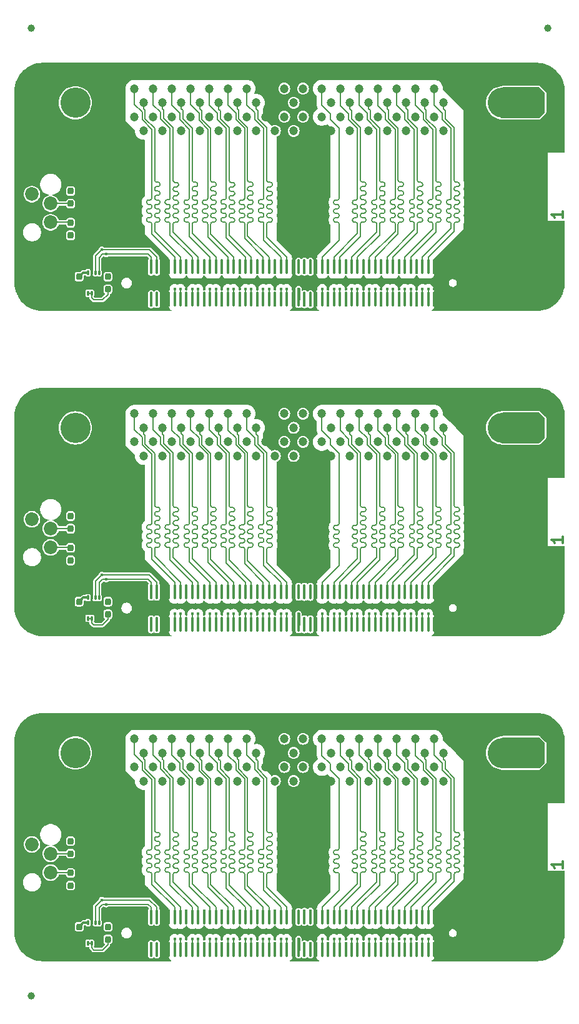
<source format=gtl>
G04 #@! TF.GenerationSoftware,KiCad,Pcbnew,8.0.6*
G04 #@! TF.CreationDate,2024-11-07T02:27:43-08:00*
G04 #@! TF.ProjectId,mse-68-hd-panel,6d73652d-3638-42d6-9864-2d70616e656c,1*
G04 #@! TF.SameCoordinates,Original*
G04 #@! TF.FileFunction,Copper,L1,Top*
G04 #@! TF.FilePolarity,Positive*
%FSLAX46Y46*%
G04 Gerber Fmt 4.6, Leading zero omitted, Abs format (unit mm)*
G04 Created by KiCad (PCBNEW 8.0.6) date 2024-11-07 02:27:43*
%MOMM*%
%LPD*%
G01*
G04 APERTURE LIST*
G04 Aperture macros list*
%AMRoundRect*
0 Rectangle with rounded corners*
0 $1 Rounding radius*
0 $2 $3 $4 $5 $6 $7 $8 $9 X,Y pos of 4 corners*
0 Add a 4 corners polygon primitive as box body*
4,1,4,$2,$3,$4,$5,$6,$7,$8,$9,$2,$3,0*
0 Add four circle primitives for the rounded corners*
1,1,$1+$1,$2,$3*
1,1,$1+$1,$4,$5*
1,1,$1+$1,$6,$7*
1,1,$1+$1,$8,$9*
0 Add four rect primitives between the rounded corners*
20,1,$1+$1,$2,$3,$4,$5,0*
20,1,$1+$1,$4,$5,$6,$7,0*
20,1,$1+$1,$6,$7,$8,$9,0*
20,1,$1+$1,$8,$9,$2,$3,0*%
G04 Aperture macros list end*
%ADD10C,0.300000*%
G04 #@! TA.AperFunction,NonConductor*
%ADD11C,0.300000*%
G04 #@! TD*
G04 #@! TA.AperFunction,SMDPad,CuDef*
%ADD12RoundRect,0.200000X-0.200000X0.250000X-0.200000X-0.250000X0.200000X-0.250000X0.200000X0.250000X0*%
G04 #@! TD*
G04 #@! TA.AperFunction,ComponentPad*
%ADD13C,1.850000*%
G04 #@! TD*
G04 #@! TA.AperFunction,SMDPad,CuDef*
%ADD14RoundRect,0.046875X0.103125X-0.253125X0.103125X0.253125X-0.103125X0.253125X-0.103125X-0.253125X0*%
G04 #@! TD*
G04 #@! TA.AperFunction,SMDPad,CuDef*
%ADD15RoundRect,0.250000X0.550000X-0.550000X0.550000X0.550000X-0.550000X0.550000X-0.550000X-0.550000X0*%
G04 #@! TD*
G04 #@! TA.AperFunction,SMDPad,CuDef*
%ADD16C,1.000000*%
G04 #@! TD*
G04 #@! TA.AperFunction,SMDPad,CuDef*
%ADD17RoundRect,0.200000X0.200000X-0.250000X0.200000X0.250000X-0.200000X0.250000X-0.200000X-0.250000X0*%
G04 #@! TD*
G04 #@! TA.AperFunction,SMDPad,CuDef*
%ADD18RoundRect,0.200000X-0.250000X-0.200000X0.250000X-0.200000X0.250000X0.200000X-0.250000X0.200000X0*%
G04 #@! TD*
G04 #@! TA.AperFunction,ComponentPad*
%ADD19C,6.400000*%
G04 #@! TD*
G04 #@! TA.AperFunction,SMDPad,CuDef*
%ADD20RoundRect,0.200000X0.250000X0.200000X-0.250000X0.200000X-0.250000X-0.200000X0.250000X-0.200000X0*%
G04 #@! TD*
G04 #@! TA.AperFunction,SMDPad,CuDef*
%ADD21RoundRect,0.100000X0.100000X0.900000X-0.100000X0.900000X-0.100000X-0.900000X0.100000X-0.900000X0*%
G04 #@! TD*
G04 #@! TA.AperFunction,ComponentPad*
%ADD22C,1.200000*%
G04 #@! TD*
G04 #@! TA.AperFunction,ComponentPad*
%ADD23C,4.100000*%
G04 #@! TD*
G04 #@! TA.AperFunction,ViaPad*
%ADD24C,0.450000*%
G04 #@! TD*
G04 #@! TA.AperFunction,Conductor*
%ADD25C,0.300000*%
G04 #@! TD*
G04 #@! TA.AperFunction,Conductor*
%ADD26C,0.151400*%
G04 #@! TD*
G04 #@! TA.AperFunction,Conductor*
%ADD27C,0.400000*%
G04 #@! TD*
G04 #@! TA.AperFunction,Conductor*
%ADD28C,0.200000*%
G04 #@! TD*
G04 APERTURE END LIST*
D10*
D11*
X-499172Y20680573D02*
X-499172Y19823430D01*
X-499172Y20252001D02*
X-1999172Y20252001D01*
X-1999172Y20252001D02*
X-1784886Y20109144D01*
X-1784886Y20109144D02*
X-1642029Y19966287D01*
X-1642029Y19966287D02*
X-1570600Y19823430D01*
D10*
D11*
X-499172Y108680573D02*
X-499172Y107823430D01*
X-499172Y108252001D02*
X-1999172Y108252001D01*
X-1999172Y108252001D02*
X-1784886Y108109144D01*
X-1784886Y108109144D02*
X-1642029Y107966287D01*
X-1642029Y107966287D02*
X-1570600Y107823430D01*
D10*
D11*
X-499172Y64680573D02*
X-499172Y63823430D01*
X-499172Y64252001D02*
X-1999172Y64252001D01*
X-1999172Y64252001D02*
X-1784886Y64109144D01*
X-1784886Y64109144D02*
X-1642029Y63966287D01*
X-1642029Y63966287D02*
X-1570600Y63823430D01*
D12*
G04 #@! TO.P,R2,1*
G04 #@! TO.N,Board_0-+3V3*
X-67200000Y111452000D03*
G04 #@! TO.P,R2,2*
G04 #@! TO.N,Board_0-/PHY.ID_SDA*
X-67200000Y109752000D03*
G04 #@! TD*
D13*
G04 #@! TO.P,J3,1,Pin_1*
G04 #@! TO.N,Board_1-+3V3*
X-72440000Y67012000D03*
G04 #@! TO.P,J3,2,Pin_2*
G04 #@! TO.N,Board_1-/PHY.ID_SDA*
X-69900000Y65742000D03*
G04 #@! TO.P,J3,3,Pin_3*
G04 #@! TO.N,Board_1-GND*
X-72440000Y64472000D03*
G04 #@! TO.P,J3,4,Pin_4*
G04 #@! TO.N,Board_1-/PHY.ID_SCL*
X-69900000Y63202000D03*
G04 #@! TD*
D14*
G04 #@! TO.P,U1,1,E0*
G04 #@! TO.N,Board_0-Net-(U1-E0)*
X-64850001Y97602000D03*
G04 #@! TO.P,U1,2,E1*
X-64350000Y97602000D03*
G04 #@! TO.P,U1,3,E2*
G04 #@! TO.N,Board_0-GND*
X-63850000Y97602000D03*
G04 #@! TO.P,U1,4,VSS*
X-63349999Y97602000D03*
G04 #@! TO.P,U1,5,SDA*
G04 #@! TO.N,Board_0-/PHY.ID_SDA*
X-63349999Y100402000D03*
G04 #@! TO.P,U1,6,SCL*
G04 #@! TO.N,Board_0-/PHY.ID_SCL*
X-63850000Y100402000D03*
G04 #@! TO.P,U1,7,~{WC}*
G04 #@! TO.N,Board_0-GND*
X-64350000Y100402000D03*
G04 #@! TO.P,U1,8,VCC*
G04 #@! TO.N,Board_0-+3V3*
X-64850001Y100402000D03*
D15*
G04 #@! TO.P,U1,EP,VSS*
G04 #@! TO.N,Board_0-GND*
X-64100000Y99002000D03*
G04 #@! TD*
D12*
G04 #@! TO.P,R2,1*
G04 #@! TO.N,Board_2-+3V3*
X-67200000Y23452000D03*
G04 #@! TO.P,R2,2*
G04 #@! TO.N,Board_2-/PHY.ID_SDA*
X-67200000Y21752000D03*
G04 #@! TD*
D16*
G04 #@! TO.P,KiKit_FID_T_3,*
G04 #@! TO.N,*
X-72500000Y2500000D03*
G04 #@! TD*
G04 #@! TO.P,KiKit_FID_T_1,*
G04 #@! TO.N,*
X-72500000Y133503500D03*
G04 #@! TD*
D14*
G04 #@! TO.P,U1,1,E0*
G04 #@! TO.N,Board_2-Net-(U1-E0)*
X-64850001Y9602000D03*
G04 #@! TO.P,U1,2,E1*
X-64350000Y9602000D03*
G04 #@! TO.P,U1,3,E2*
G04 #@! TO.N,Board_2-GND*
X-63850000Y9602000D03*
G04 #@! TO.P,U1,4,VSS*
X-63349999Y9602000D03*
G04 #@! TO.P,U1,5,SDA*
G04 #@! TO.N,Board_2-/PHY.ID_SDA*
X-63349999Y12402000D03*
G04 #@! TO.P,U1,6,SCL*
G04 #@! TO.N,Board_2-/PHY.ID_SCL*
X-63850000Y12402000D03*
G04 #@! TO.P,U1,7,~{WC}*
G04 #@! TO.N,Board_2-GND*
X-64350000Y12402000D03*
G04 #@! TO.P,U1,8,VCC*
G04 #@! TO.N,Board_2-+3V3*
X-64850001Y12402000D03*
D15*
G04 #@! TO.P,U1,EP,VSS*
G04 #@! TO.N,Board_2-GND*
X-64100000Y11002000D03*
G04 #@! TD*
D17*
G04 #@! TO.P,R3,1*
G04 #@! TO.N,Board_2-+3V3*
X-67200000Y17452000D03*
G04 #@! TO.P,R3,2*
G04 #@! TO.N,Board_2-/PHY.ID_SCL*
X-67200000Y19152000D03*
G04 #@! TD*
G04 #@! TO.P,C1,1*
G04 #@! TO.N,Board_1-GND*
X-66050000Y54152000D03*
G04 #@! TO.P,C1,2*
G04 #@! TO.N,Board_1-+3V3*
X-66050000Y55852000D03*
G04 #@! TD*
G04 #@! TO.P,R3,1*
G04 #@! TO.N,Board_0-+3V3*
X-67200000Y105452000D03*
G04 #@! TO.P,R3,2*
G04 #@! TO.N,Board_0-/PHY.ID_SCL*
X-67200000Y107152000D03*
G04 #@! TD*
D18*
G04 #@! TO.P,R4,1*
G04 #@! TO.N,Board_2-/SHIELD*
X-3350000Y34752000D03*
G04 #@! TO.P,R4,2*
G04 #@! TO.N,Board_2-GND*
X-1650000Y34752000D03*
G04 #@! TD*
D19*
G04 #@! TO.P,H4,1,1*
G04 #@! TO.N,Board_0-GND*
X-4000000Y99002000D03*
G04 #@! TD*
D20*
G04 #@! TO.P,C2,1*
G04 #@! TO.N,Board_1-GND*
X-1650000Y80052000D03*
G04 #@! TO.P,C2,2*
G04 #@! TO.N,Board_1-/SHIELD*
X-3350000Y80052000D03*
G04 #@! TD*
D19*
G04 #@! TO.P,H4,1,1*
G04 #@! TO.N,Board_2-GND*
X-4000000Y11002000D03*
G04 #@! TD*
D17*
G04 #@! TO.P,C1,1*
G04 #@! TO.N,Board_0-GND*
X-66050000Y98152000D03*
G04 #@! TO.P,C1,2*
G04 #@! TO.N,Board_0-+3V3*
X-66050000Y99852000D03*
G04 #@! TD*
D13*
G04 #@! TO.P,J3,1,Pin_1*
G04 #@! TO.N,Board_2-+3V3*
X-72440000Y23012000D03*
G04 #@! TO.P,J3,2,Pin_2*
G04 #@! TO.N,Board_2-/PHY.ID_SDA*
X-69900000Y21742000D03*
G04 #@! TO.P,J3,3,Pin_3*
G04 #@! TO.N,Board_2-GND*
X-72440000Y20472000D03*
G04 #@! TO.P,J3,4,Pin_4*
G04 #@! TO.N,Board_2-/PHY.ID_SCL*
X-69900000Y19202000D03*
G04 #@! TD*
D21*
G04 #@! TO.P,J1,1,Pin_1*
G04 #@! TO.N,Board_2-GND*
X-57100000Y8802000D03*
G04 #@! TO.P,J1,2,Pin_2*
X-57100000Y13202000D03*
G04 #@! TO.P,J1,3,Pin_3*
G04 #@! TO.N,Board_2-+3V3*
X-56300000Y8802001D03*
G04 #@! TO.P,J1,4,Pin_4*
G04 #@! TO.N,Board_2-/PHY.ID_SDA*
X-56300000Y13201999D03*
G04 #@! TO.P,J1,5,Pin_5*
G04 #@! TO.N,Board_2-unconnected-(J1-Pin_5-Pad5)*
X-55500000Y8802000D03*
G04 #@! TO.P,J1,6,Pin_6*
G04 #@! TO.N,Board_2-/PHY.ID_SCL*
X-55500000Y13202000D03*
G04 #@! TO.P,J1,7,Pin_7*
G04 #@! TO.N,Board_2-GND*
X-54700001Y8802000D03*
G04 #@! TO.P,J1,8,Pin_8*
X-54700001Y13202000D03*
G04 #@! TO.P,J1,9,Pin_9*
X-53900000Y8802000D03*
G04 #@! TO.P,J1,10,Pin_10*
X-53900000Y13202000D03*
G04 #@! TO.P,J1,11,Pin_11*
G04 #@! TO.N,Board_2-/CON.DB12+*
X-53100000Y8802000D03*
G04 #@! TO.P,J1,12,Pin_12*
G04 #@! TO.N,Board_2-/CON.DB12-*
X-53100000Y13202000D03*
G04 #@! TO.P,J1,13,Pin_13*
G04 #@! TO.N,Board_2-/CON.DB13+*
X-52299999Y8802000D03*
G04 #@! TO.P,J1,14,Pin_14*
G04 #@! TO.N,Board_2-/CON.DB13-*
X-52299999Y13202000D03*
G04 #@! TO.P,J1,15,Pin_15*
G04 #@! TO.N,Board_2-GND*
X-51500000Y8802000D03*
G04 #@! TO.P,J1,16,Pin_16*
X-51500000Y13202000D03*
G04 #@! TO.P,J1,17,Pin_17*
G04 #@! TO.N,Board_2-/CON.DB14+*
X-50700000Y8802001D03*
G04 #@! TO.P,J1,18,Pin_18*
G04 #@! TO.N,Board_2-/CON.DB14-*
X-50700000Y13201999D03*
G04 #@! TO.P,J1,19,Pin_19*
G04 #@! TO.N,Board_2-/CON.DB15+*
X-49900000Y8802000D03*
G04 #@! TO.P,J1,20,Pin_20*
G04 #@! TO.N,Board_2-/CON.DB15-*
X-49900000Y13202000D03*
G04 #@! TO.P,J1,21,Pin_21*
G04 #@! TO.N,Board_2-GND*
X-49100000Y8802000D03*
G04 #@! TO.P,J1,22,Pin_22*
X-49100000Y13202000D03*
G04 #@! TO.P,J1,23,Pin_23*
G04 #@! TO.N,Board_2-/CON.DP1+*
X-48300000Y8802000D03*
G04 #@! TO.P,J1,24,Pin_24*
G04 #@! TO.N,Board_2-/CON.DP1-*
X-48300000Y13202000D03*
G04 #@! TO.P,J1,25,Pin_25*
G04 #@! TO.N,Board_2-/CON.DB0+*
X-47500000Y8802000D03*
G04 #@! TO.P,J1,26,Pin_26*
G04 #@! TO.N,Board_2-/CON.DB0-*
X-47500000Y13202000D03*
G04 #@! TO.P,J1,27,Pin_27*
G04 #@! TO.N,Board_2-GND*
X-46699999Y8802000D03*
G04 #@! TO.P,J1,28,Pin_28*
X-46699999Y13202000D03*
G04 #@! TO.P,J1,29,Pin_29*
G04 #@! TO.N,Board_2-/CON.DB1+*
X-45900000Y8802000D03*
G04 #@! TO.P,J1,30,Pin_30*
G04 #@! TO.N,Board_2-/CON.DB1-*
X-45900000Y13202000D03*
G04 #@! TO.P,J1,31,Pin_31*
G04 #@! TO.N,Board_2-/CON.DB2+*
X-45100000Y8802001D03*
G04 #@! TO.P,J1,32,Pin_32*
G04 #@! TO.N,Board_2-/CON.DB2-*
X-45100000Y13201999D03*
G04 #@! TO.P,J1,33,Pin_33*
G04 #@! TO.N,Board_2-GND*
X-44300000Y8802000D03*
G04 #@! TO.P,J1,34,Pin_34*
X-44300000Y13202000D03*
G04 #@! TO.P,J1,35,Pin_35*
G04 #@! TO.N,Board_2-/CON.DB3+*
X-43500000Y8802000D03*
G04 #@! TO.P,J1,36,Pin_36*
G04 #@! TO.N,Board_2-/CON.DB3-*
X-43500000Y13202000D03*
G04 #@! TO.P,J1,37,Pin_37*
G04 #@! TO.N,Board_2-/CON.DB4+*
X-42700000Y8802000D03*
G04 #@! TO.P,J1,38,Pin_38*
G04 #@! TO.N,Board_2-/CON.DB4-*
X-42700000Y13202000D03*
G04 #@! TO.P,J1,39,Pin_39*
G04 #@! TO.N,Board_2-GND*
X-41900000Y8802000D03*
G04 #@! TO.P,J1,40,Pin_40*
X-41900000Y13202000D03*
G04 #@! TO.P,J1,41,Pin_41*
G04 #@! TO.N,Board_2-/CON.DB5+*
X-41099999Y8802000D03*
G04 #@! TO.P,J1,42,Pin_42*
G04 #@! TO.N,Board_2-/CON.DB5-*
X-41099999Y13202000D03*
G04 #@! TO.P,J1,43,Pin_43*
G04 #@! TO.N,Board_2-/CON.DB6+*
X-40300000Y8802000D03*
G04 #@! TO.P,J1,44,Pin_44*
G04 #@! TO.N,Board_2-/CON.DB6-*
X-40300000Y13202000D03*
G04 #@! TO.P,J1,45,Pin_45*
G04 #@! TO.N,Board_2-GND*
X-39500000Y8802001D03*
G04 #@! TO.P,J1,46,Pin_46*
X-39500000Y13201999D03*
G04 #@! TO.P,J1,47,Pin_47*
G04 #@! TO.N,Board_2-/CON.DB7+*
X-38700000Y8802000D03*
G04 #@! TO.P,J1,48,Pin_48*
G04 #@! TO.N,Board_2-/CON.DB7-*
X-38700000Y13202000D03*
G04 #@! TO.P,J1,49,Pin_49*
G04 #@! TO.N,Board_2-/CON.DP0+*
X-37900000Y8802000D03*
G04 #@! TO.P,J1,50,Pin_50*
G04 #@! TO.N,Board_2-/CON.DP0-*
X-37900000Y13202000D03*
G04 #@! TO.P,J1,51,Pin_51*
G04 #@! TO.N,Board_2-GND*
X-37100000Y8802000D03*
G04 #@! TO.P,J1,52,Pin_52*
X-37100000Y13202000D03*
G04 #@! TO.P,J1,53,Pin_53*
G04 #@! TO.N,Board_2-/CON.DIFFSENSE*
X-36300000Y8802000D03*
G04 #@! TO.P,J1,54,Pin_54*
G04 #@! TO.N,Board_2-unconnected-(J1-Pin_54-Pad54)*
X-36300000Y13202000D03*
G04 #@! TO.P,J1,55,Pin_55*
G04 #@! TO.N,Board_2-/CON.TERMPWR*
X-35500000Y8802001D03*
G04 #@! TO.P,J1,56,Pin_56*
X-35500000Y13201999D03*
G04 #@! TO.P,J1,57,Pin_57*
X-34700000Y8802000D03*
G04 #@! TO.P,J1,58,Pin_58*
X-34700000Y13202000D03*
G04 #@! TO.P,J1,59,Pin_59*
G04 #@! TO.N,Board_2-GND*
X-33900001Y8802000D03*
G04 #@! TO.P,J1,60,Pin_60*
X-33900001Y13202000D03*
G04 #@! TO.P,J1,61,Pin_61*
G04 #@! TO.N,Board_2-/CON.ATN+*
X-33100000Y8802000D03*
G04 #@! TO.P,J1,62,Pin_62*
G04 #@! TO.N,Board_2-/CON.ATN-*
X-33100000Y13202000D03*
G04 #@! TO.P,J1,63,Pin_63*
G04 #@! TO.N,Board_2-GND*
X-32300000Y8802000D03*
G04 #@! TO.P,J1,64,Pin_64*
X-32300000Y13202000D03*
G04 #@! TO.P,J1,65,Pin_65*
G04 #@! TO.N,Board_2-/CON.BSY+*
X-31500000Y8802000D03*
G04 #@! TO.P,J1,66,Pin_66*
G04 #@! TO.N,Board_2-/CON.BSY-*
X-31500000Y13202000D03*
G04 #@! TO.P,J1,67,Pin_67*
G04 #@! TO.N,Board_2-/CON.ACK+*
X-30700000Y8802000D03*
G04 #@! TO.P,J1,68,Pin_68*
G04 #@! TO.N,Board_2-/CON.ACK-*
X-30700000Y13202000D03*
G04 #@! TO.P,J1,69,Pin_69*
G04 #@! TO.N,Board_2-GND*
X-29900000Y8802001D03*
G04 #@! TO.P,J1,70,Pin_70*
X-29900000Y13201999D03*
G04 #@! TO.P,J1,71,Pin_71*
G04 #@! TO.N,Board_2-/CON.RST+*
X-29100000Y8802000D03*
G04 #@! TO.P,J1,72,Pin_72*
G04 #@! TO.N,Board_2-/CON.RST-*
X-29100000Y13202000D03*
G04 #@! TO.P,J1,73,Pin_73*
G04 #@! TO.N,Board_2-/CON.MSG+*
X-28300001Y8802000D03*
G04 #@! TO.P,J1,74,Pin_74*
G04 #@! TO.N,Board_2-/CON.MSG-*
X-28300001Y13202000D03*
G04 #@! TO.P,J1,75,Pin_75*
G04 #@! TO.N,Board_2-GND*
X-27500000Y8802000D03*
G04 #@! TO.P,J1,76,Pin_76*
X-27500000Y13202000D03*
G04 #@! TO.P,J1,77,Pin_77*
G04 #@! TO.N,Board_2-/CON.SEL+*
X-26700000Y8802000D03*
G04 #@! TO.P,J1,78,Pin_78*
G04 #@! TO.N,Board_2-/CON.SEL-*
X-26700000Y13202000D03*
G04 #@! TO.P,J1,79,Pin_79*
G04 #@! TO.N,Board_2-/CON.C{slash}D+*
X-25900000Y8802000D03*
G04 #@! TO.P,J1,80,Pin_80*
G04 #@! TO.N,Board_2-/CON.C{slash}D-*
X-25900000Y13202000D03*
G04 #@! TO.P,J1,81,Pin_81*
G04 #@! TO.N,Board_2-GND*
X-25100000Y8802000D03*
G04 #@! TO.P,J1,82,Pin_82*
X-25100000Y13202000D03*
G04 #@! TO.P,J1,83,Pin_83*
G04 #@! TO.N,Board_2-/CON.REQ+*
X-24300000Y8802001D03*
G04 #@! TO.P,J1,84,Pin_84*
G04 #@! TO.N,Board_2-/CON.REQ-*
X-24300000Y13201999D03*
G04 #@! TO.P,J1,85,Pin_85*
G04 #@! TO.N,Board_2-/CON.I{slash}O+*
X-23500000Y8802000D03*
G04 #@! TO.P,J1,86,Pin_86*
G04 #@! TO.N,Board_2-/CON.I{slash}O-*
X-23500000Y13202000D03*
G04 #@! TO.P,J1,87,Pin_87*
G04 #@! TO.N,Board_2-GND*
X-22700001Y8802000D03*
G04 #@! TO.P,J1,88,Pin_88*
X-22700001Y13202000D03*
G04 #@! TO.P,J1,89,Pin_89*
G04 #@! TO.N,Board_2-/CON.DB8+*
X-21900000Y8802000D03*
G04 #@! TO.P,J1,90,Pin_90*
G04 #@! TO.N,Board_2-/CON.DB8-*
X-21900000Y13202000D03*
G04 #@! TO.P,J1,91,Pin_91*
G04 #@! TO.N,Board_2-/CON.DB9+*
X-21100000Y8802000D03*
G04 #@! TO.P,J1,92,Pin_92*
G04 #@! TO.N,Board_2-/CON.DB9-*
X-21100000Y13202000D03*
G04 #@! TO.P,J1,93,Pin_93*
G04 #@! TO.N,Board_2-GND*
X-20299999Y8802000D03*
G04 #@! TO.P,J1,94,Pin_94*
X-20299999Y13202000D03*
G04 #@! TO.P,J1,95,Pin_95*
G04 #@! TO.N,Board_2-/CON.DB10+*
X-19500000Y8802000D03*
G04 #@! TO.P,J1,96,Pin_96*
G04 #@! TO.N,Board_2-/CON.DB10-*
X-19500000Y13202000D03*
G04 #@! TO.P,J1,97,Pin_97*
G04 #@! TO.N,Board_2-/CON.DB11+*
X-18700000Y8802001D03*
G04 #@! TO.P,J1,98,Pin_98*
G04 #@! TO.N,Board_2-/CON.DB11-*
X-18700000Y13201999D03*
G04 #@! TO.P,J1,99,Pin_99*
G04 #@! TO.N,Board_2-GND*
X-17900000Y8802000D03*
G04 #@! TO.P,J1,100,Pin_100*
X-17900000Y13202000D03*
G04 #@! TD*
D19*
G04 #@! TO.P,H3,1,1*
G04 #@! TO.N,Board_2-GND*
X-71000000Y11002000D03*
G04 #@! TD*
D21*
G04 #@! TO.P,J1,1,Pin_1*
G04 #@! TO.N,Board_0-GND*
X-57100000Y96802000D03*
G04 #@! TO.P,J1,2,Pin_2*
X-57100000Y101202000D03*
G04 #@! TO.P,J1,3,Pin_3*
G04 #@! TO.N,Board_0-+3V3*
X-56300000Y96802001D03*
G04 #@! TO.P,J1,4,Pin_4*
G04 #@! TO.N,Board_0-/PHY.ID_SDA*
X-56300000Y101201999D03*
G04 #@! TO.P,J1,5,Pin_5*
G04 #@! TO.N,Board_0-unconnected-(J1-Pin_5-Pad5)*
X-55500000Y96802000D03*
G04 #@! TO.P,J1,6,Pin_6*
G04 #@! TO.N,Board_0-/PHY.ID_SCL*
X-55500000Y101202000D03*
G04 #@! TO.P,J1,7,Pin_7*
G04 #@! TO.N,Board_0-GND*
X-54700001Y96802000D03*
G04 #@! TO.P,J1,8,Pin_8*
X-54700001Y101202000D03*
G04 #@! TO.P,J1,9,Pin_9*
X-53900000Y96802000D03*
G04 #@! TO.P,J1,10,Pin_10*
X-53900000Y101202000D03*
G04 #@! TO.P,J1,11,Pin_11*
G04 #@! TO.N,Board_0-/CON.DB12+*
X-53100000Y96802000D03*
G04 #@! TO.P,J1,12,Pin_12*
G04 #@! TO.N,Board_0-/CON.DB12-*
X-53100000Y101202000D03*
G04 #@! TO.P,J1,13,Pin_13*
G04 #@! TO.N,Board_0-/CON.DB13+*
X-52299999Y96802000D03*
G04 #@! TO.P,J1,14,Pin_14*
G04 #@! TO.N,Board_0-/CON.DB13-*
X-52299999Y101202000D03*
G04 #@! TO.P,J1,15,Pin_15*
G04 #@! TO.N,Board_0-GND*
X-51500000Y96802000D03*
G04 #@! TO.P,J1,16,Pin_16*
X-51500000Y101202000D03*
G04 #@! TO.P,J1,17,Pin_17*
G04 #@! TO.N,Board_0-/CON.DB14+*
X-50700000Y96802001D03*
G04 #@! TO.P,J1,18,Pin_18*
G04 #@! TO.N,Board_0-/CON.DB14-*
X-50700000Y101201999D03*
G04 #@! TO.P,J1,19,Pin_19*
G04 #@! TO.N,Board_0-/CON.DB15+*
X-49900000Y96802000D03*
G04 #@! TO.P,J1,20,Pin_20*
G04 #@! TO.N,Board_0-/CON.DB15-*
X-49900000Y101202000D03*
G04 #@! TO.P,J1,21,Pin_21*
G04 #@! TO.N,Board_0-GND*
X-49100000Y96802000D03*
G04 #@! TO.P,J1,22,Pin_22*
X-49100000Y101202000D03*
G04 #@! TO.P,J1,23,Pin_23*
G04 #@! TO.N,Board_0-/CON.DP1+*
X-48300000Y96802000D03*
G04 #@! TO.P,J1,24,Pin_24*
G04 #@! TO.N,Board_0-/CON.DP1-*
X-48300000Y101202000D03*
G04 #@! TO.P,J1,25,Pin_25*
G04 #@! TO.N,Board_0-/CON.DB0+*
X-47500000Y96802000D03*
G04 #@! TO.P,J1,26,Pin_26*
G04 #@! TO.N,Board_0-/CON.DB0-*
X-47500000Y101202000D03*
G04 #@! TO.P,J1,27,Pin_27*
G04 #@! TO.N,Board_0-GND*
X-46699999Y96802000D03*
G04 #@! TO.P,J1,28,Pin_28*
X-46699999Y101202000D03*
G04 #@! TO.P,J1,29,Pin_29*
G04 #@! TO.N,Board_0-/CON.DB1+*
X-45900000Y96802000D03*
G04 #@! TO.P,J1,30,Pin_30*
G04 #@! TO.N,Board_0-/CON.DB1-*
X-45900000Y101202000D03*
G04 #@! TO.P,J1,31,Pin_31*
G04 #@! TO.N,Board_0-/CON.DB2+*
X-45100000Y96802001D03*
G04 #@! TO.P,J1,32,Pin_32*
G04 #@! TO.N,Board_0-/CON.DB2-*
X-45100000Y101201999D03*
G04 #@! TO.P,J1,33,Pin_33*
G04 #@! TO.N,Board_0-GND*
X-44300000Y96802000D03*
G04 #@! TO.P,J1,34,Pin_34*
X-44300000Y101202000D03*
G04 #@! TO.P,J1,35,Pin_35*
G04 #@! TO.N,Board_0-/CON.DB3+*
X-43500000Y96802000D03*
G04 #@! TO.P,J1,36,Pin_36*
G04 #@! TO.N,Board_0-/CON.DB3-*
X-43500000Y101202000D03*
G04 #@! TO.P,J1,37,Pin_37*
G04 #@! TO.N,Board_0-/CON.DB4+*
X-42700000Y96802000D03*
G04 #@! TO.P,J1,38,Pin_38*
G04 #@! TO.N,Board_0-/CON.DB4-*
X-42700000Y101202000D03*
G04 #@! TO.P,J1,39,Pin_39*
G04 #@! TO.N,Board_0-GND*
X-41900000Y96802000D03*
G04 #@! TO.P,J1,40,Pin_40*
X-41900000Y101202000D03*
G04 #@! TO.P,J1,41,Pin_41*
G04 #@! TO.N,Board_0-/CON.DB5+*
X-41099999Y96802000D03*
G04 #@! TO.P,J1,42,Pin_42*
G04 #@! TO.N,Board_0-/CON.DB5-*
X-41099999Y101202000D03*
G04 #@! TO.P,J1,43,Pin_43*
G04 #@! TO.N,Board_0-/CON.DB6+*
X-40300000Y96802000D03*
G04 #@! TO.P,J1,44,Pin_44*
G04 #@! TO.N,Board_0-/CON.DB6-*
X-40300000Y101202000D03*
G04 #@! TO.P,J1,45,Pin_45*
G04 #@! TO.N,Board_0-GND*
X-39500000Y96802001D03*
G04 #@! TO.P,J1,46,Pin_46*
X-39500000Y101201999D03*
G04 #@! TO.P,J1,47,Pin_47*
G04 #@! TO.N,Board_0-/CON.DB7+*
X-38700000Y96802000D03*
G04 #@! TO.P,J1,48,Pin_48*
G04 #@! TO.N,Board_0-/CON.DB7-*
X-38700000Y101202000D03*
G04 #@! TO.P,J1,49,Pin_49*
G04 #@! TO.N,Board_0-/CON.DP0+*
X-37900000Y96802000D03*
G04 #@! TO.P,J1,50,Pin_50*
G04 #@! TO.N,Board_0-/CON.DP0-*
X-37900000Y101202000D03*
G04 #@! TO.P,J1,51,Pin_51*
G04 #@! TO.N,Board_0-GND*
X-37100000Y96802000D03*
G04 #@! TO.P,J1,52,Pin_52*
X-37100000Y101202000D03*
G04 #@! TO.P,J1,53,Pin_53*
G04 #@! TO.N,Board_0-/CON.DIFFSENSE*
X-36300000Y96802000D03*
G04 #@! TO.P,J1,54,Pin_54*
G04 #@! TO.N,Board_0-unconnected-(J1-Pin_54-Pad54)*
X-36300000Y101202000D03*
G04 #@! TO.P,J1,55,Pin_55*
G04 #@! TO.N,Board_0-/CON.TERMPWR*
X-35500000Y96802001D03*
G04 #@! TO.P,J1,56,Pin_56*
X-35500000Y101201999D03*
G04 #@! TO.P,J1,57,Pin_57*
X-34700000Y96802000D03*
G04 #@! TO.P,J1,58,Pin_58*
X-34700000Y101202000D03*
G04 #@! TO.P,J1,59,Pin_59*
G04 #@! TO.N,Board_0-GND*
X-33900001Y96802000D03*
G04 #@! TO.P,J1,60,Pin_60*
X-33900001Y101202000D03*
G04 #@! TO.P,J1,61,Pin_61*
G04 #@! TO.N,Board_0-/CON.ATN+*
X-33100000Y96802000D03*
G04 #@! TO.P,J1,62,Pin_62*
G04 #@! TO.N,Board_0-/CON.ATN-*
X-33100000Y101202000D03*
G04 #@! TO.P,J1,63,Pin_63*
G04 #@! TO.N,Board_0-GND*
X-32300000Y96802000D03*
G04 #@! TO.P,J1,64,Pin_64*
X-32300000Y101202000D03*
G04 #@! TO.P,J1,65,Pin_65*
G04 #@! TO.N,Board_0-/CON.BSY+*
X-31500000Y96802000D03*
G04 #@! TO.P,J1,66,Pin_66*
G04 #@! TO.N,Board_0-/CON.BSY-*
X-31500000Y101202000D03*
G04 #@! TO.P,J1,67,Pin_67*
G04 #@! TO.N,Board_0-/CON.ACK+*
X-30700000Y96802000D03*
G04 #@! TO.P,J1,68,Pin_68*
G04 #@! TO.N,Board_0-/CON.ACK-*
X-30700000Y101202000D03*
G04 #@! TO.P,J1,69,Pin_69*
G04 #@! TO.N,Board_0-GND*
X-29900000Y96802001D03*
G04 #@! TO.P,J1,70,Pin_70*
X-29900000Y101201999D03*
G04 #@! TO.P,J1,71,Pin_71*
G04 #@! TO.N,Board_0-/CON.RST+*
X-29100000Y96802000D03*
G04 #@! TO.P,J1,72,Pin_72*
G04 #@! TO.N,Board_0-/CON.RST-*
X-29100000Y101202000D03*
G04 #@! TO.P,J1,73,Pin_73*
G04 #@! TO.N,Board_0-/CON.MSG+*
X-28300001Y96802000D03*
G04 #@! TO.P,J1,74,Pin_74*
G04 #@! TO.N,Board_0-/CON.MSG-*
X-28300001Y101202000D03*
G04 #@! TO.P,J1,75,Pin_75*
G04 #@! TO.N,Board_0-GND*
X-27500000Y96802000D03*
G04 #@! TO.P,J1,76,Pin_76*
X-27500000Y101202000D03*
G04 #@! TO.P,J1,77,Pin_77*
G04 #@! TO.N,Board_0-/CON.SEL+*
X-26700000Y96802000D03*
G04 #@! TO.P,J1,78,Pin_78*
G04 #@! TO.N,Board_0-/CON.SEL-*
X-26700000Y101202000D03*
G04 #@! TO.P,J1,79,Pin_79*
G04 #@! TO.N,Board_0-/CON.C{slash}D+*
X-25900000Y96802000D03*
G04 #@! TO.P,J1,80,Pin_80*
G04 #@! TO.N,Board_0-/CON.C{slash}D-*
X-25900000Y101202000D03*
G04 #@! TO.P,J1,81,Pin_81*
G04 #@! TO.N,Board_0-GND*
X-25100000Y96802000D03*
G04 #@! TO.P,J1,82,Pin_82*
X-25100000Y101202000D03*
G04 #@! TO.P,J1,83,Pin_83*
G04 #@! TO.N,Board_0-/CON.REQ+*
X-24300000Y96802001D03*
G04 #@! TO.P,J1,84,Pin_84*
G04 #@! TO.N,Board_0-/CON.REQ-*
X-24300000Y101201999D03*
G04 #@! TO.P,J1,85,Pin_85*
G04 #@! TO.N,Board_0-/CON.I{slash}O+*
X-23500000Y96802000D03*
G04 #@! TO.P,J1,86,Pin_86*
G04 #@! TO.N,Board_0-/CON.I{slash}O-*
X-23500000Y101202000D03*
G04 #@! TO.P,J1,87,Pin_87*
G04 #@! TO.N,Board_0-GND*
X-22700001Y96802000D03*
G04 #@! TO.P,J1,88,Pin_88*
X-22700001Y101202000D03*
G04 #@! TO.P,J1,89,Pin_89*
G04 #@! TO.N,Board_0-/CON.DB8+*
X-21900000Y96802000D03*
G04 #@! TO.P,J1,90,Pin_90*
G04 #@! TO.N,Board_0-/CON.DB8-*
X-21900000Y101202000D03*
G04 #@! TO.P,J1,91,Pin_91*
G04 #@! TO.N,Board_0-/CON.DB9+*
X-21100000Y96802000D03*
G04 #@! TO.P,J1,92,Pin_92*
G04 #@! TO.N,Board_0-/CON.DB9-*
X-21100000Y101202000D03*
G04 #@! TO.P,J1,93,Pin_93*
G04 #@! TO.N,Board_0-GND*
X-20299999Y96802000D03*
G04 #@! TO.P,J1,94,Pin_94*
X-20299999Y101202000D03*
G04 #@! TO.P,J1,95,Pin_95*
G04 #@! TO.N,Board_0-/CON.DB10+*
X-19500000Y96802000D03*
G04 #@! TO.P,J1,96,Pin_96*
G04 #@! TO.N,Board_0-/CON.DB10-*
X-19500000Y101202000D03*
G04 #@! TO.P,J1,97,Pin_97*
G04 #@! TO.N,Board_0-/CON.DB11+*
X-18700000Y96802001D03*
G04 #@! TO.P,J1,98,Pin_98*
G04 #@! TO.N,Board_0-/CON.DB11-*
X-18700000Y101201999D03*
G04 #@! TO.P,J1,99,Pin_99*
G04 #@! TO.N,Board_0-GND*
X-17900000Y96802000D03*
G04 #@! TO.P,J1,100,Pin_100*
X-17900000Y101202000D03*
G04 #@! TD*
D12*
G04 #@! TO.P,R2,1*
G04 #@! TO.N,Board_1-+3V3*
X-67200000Y67452000D03*
G04 #@! TO.P,R2,2*
G04 #@! TO.N,Board_1-/PHY.ID_SDA*
X-67200000Y65752000D03*
G04 #@! TD*
D21*
G04 #@! TO.P,J1,1,Pin_1*
G04 #@! TO.N,Board_1-GND*
X-57100000Y52802000D03*
G04 #@! TO.P,J1,2,Pin_2*
X-57100000Y57202000D03*
G04 #@! TO.P,J1,3,Pin_3*
G04 #@! TO.N,Board_1-+3V3*
X-56300000Y52802001D03*
G04 #@! TO.P,J1,4,Pin_4*
G04 #@! TO.N,Board_1-/PHY.ID_SDA*
X-56300000Y57201999D03*
G04 #@! TO.P,J1,5,Pin_5*
G04 #@! TO.N,Board_1-unconnected-(J1-Pin_5-Pad5)*
X-55500000Y52802000D03*
G04 #@! TO.P,J1,6,Pin_6*
G04 #@! TO.N,Board_1-/PHY.ID_SCL*
X-55500000Y57202000D03*
G04 #@! TO.P,J1,7,Pin_7*
G04 #@! TO.N,Board_1-GND*
X-54700001Y52802000D03*
G04 #@! TO.P,J1,8,Pin_8*
X-54700001Y57202000D03*
G04 #@! TO.P,J1,9,Pin_9*
X-53900000Y52802000D03*
G04 #@! TO.P,J1,10,Pin_10*
X-53900000Y57202000D03*
G04 #@! TO.P,J1,11,Pin_11*
G04 #@! TO.N,Board_1-/CON.DB12+*
X-53100000Y52802000D03*
G04 #@! TO.P,J1,12,Pin_12*
G04 #@! TO.N,Board_1-/CON.DB12-*
X-53100000Y57202000D03*
G04 #@! TO.P,J1,13,Pin_13*
G04 #@! TO.N,Board_1-/CON.DB13+*
X-52299999Y52802000D03*
G04 #@! TO.P,J1,14,Pin_14*
G04 #@! TO.N,Board_1-/CON.DB13-*
X-52299999Y57202000D03*
G04 #@! TO.P,J1,15,Pin_15*
G04 #@! TO.N,Board_1-GND*
X-51500000Y52802000D03*
G04 #@! TO.P,J1,16,Pin_16*
X-51500000Y57202000D03*
G04 #@! TO.P,J1,17,Pin_17*
G04 #@! TO.N,Board_1-/CON.DB14+*
X-50700000Y52802001D03*
G04 #@! TO.P,J1,18,Pin_18*
G04 #@! TO.N,Board_1-/CON.DB14-*
X-50700000Y57201999D03*
G04 #@! TO.P,J1,19,Pin_19*
G04 #@! TO.N,Board_1-/CON.DB15+*
X-49900000Y52802000D03*
G04 #@! TO.P,J1,20,Pin_20*
G04 #@! TO.N,Board_1-/CON.DB15-*
X-49900000Y57202000D03*
G04 #@! TO.P,J1,21,Pin_21*
G04 #@! TO.N,Board_1-GND*
X-49100000Y52802000D03*
G04 #@! TO.P,J1,22,Pin_22*
X-49100000Y57202000D03*
G04 #@! TO.P,J1,23,Pin_23*
G04 #@! TO.N,Board_1-/CON.DP1+*
X-48300000Y52802000D03*
G04 #@! TO.P,J1,24,Pin_24*
G04 #@! TO.N,Board_1-/CON.DP1-*
X-48300000Y57202000D03*
G04 #@! TO.P,J1,25,Pin_25*
G04 #@! TO.N,Board_1-/CON.DB0+*
X-47500000Y52802000D03*
G04 #@! TO.P,J1,26,Pin_26*
G04 #@! TO.N,Board_1-/CON.DB0-*
X-47500000Y57202000D03*
G04 #@! TO.P,J1,27,Pin_27*
G04 #@! TO.N,Board_1-GND*
X-46699999Y52802000D03*
G04 #@! TO.P,J1,28,Pin_28*
X-46699999Y57202000D03*
G04 #@! TO.P,J1,29,Pin_29*
G04 #@! TO.N,Board_1-/CON.DB1+*
X-45900000Y52802000D03*
G04 #@! TO.P,J1,30,Pin_30*
G04 #@! TO.N,Board_1-/CON.DB1-*
X-45900000Y57202000D03*
G04 #@! TO.P,J1,31,Pin_31*
G04 #@! TO.N,Board_1-/CON.DB2+*
X-45100000Y52802001D03*
G04 #@! TO.P,J1,32,Pin_32*
G04 #@! TO.N,Board_1-/CON.DB2-*
X-45100000Y57201999D03*
G04 #@! TO.P,J1,33,Pin_33*
G04 #@! TO.N,Board_1-GND*
X-44300000Y52802000D03*
G04 #@! TO.P,J1,34,Pin_34*
X-44300000Y57202000D03*
G04 #@! TO.P,J1,35,Pin_35*
G04 #@! TO.N,Board_1-/CON.DB3+*
X-43500000Y52802000D03*
G04 #@! TO.P,J1,36,Pin_36*
G04 #@! TO.N,Board_1-/CON.DB3-*
X-43500000Y57202000D03*
G04 #@! TO.P,J1,37,Pin_37*
G04 #@! TO.N,Board_1-/CON.DB4+*
X-42700000Y52802000D03*
G04 #@! TO.P,J1,38,Pin_38*
G04 #@! TO.N,Board_1-/CON.DB4-*
X-42700000Y57202000D03*
G04 #@! TO.P,J1,39,Pin_39*
G04 #@! TO.N,Board_1-GND*
X-41900000Y52802000D03*
G04 #@! TO.P,J1,40,Pin_40*
X-41900000Y57202000D03*
G04 #@! TO.P,J1,41,Pin_41*
G04 #@! TO.N,Board_1-/CON.DB5+*
X-41099999Y52802000D03*
G04 #@! TO.P,J1,42,Pin_42*
G04 #@! TO.N,Board_1-/CON.DB5-*
X-41099999Y57202000D03*
G04 #@! TO.P,J1,43,Pin_43*
G04 #@! TO.N,Board_1-/CON.DB6+*
X-40300000Y52802000D03*
G04 #@! TO.P,J1,44,Pin_44*
G04 #@! TO.N,Board_1-/CON.DB6-*
X-40300000Y57202000D03*
G04 #@! TO.P,J1,45,Pin_45*
G04 #@! TO.N,Board_1-GND*
X-39500000Y52802001D03*
G04 #@! TO.P,J1,46,Pin_46*
X-39500000Y57201999D03*
G04 #@! TO.P,J1,47,Pin_47*
G04 #@! TO.N,Board_1-/CON.DB7+*
X-38700000Y52802000D03*
G04 #@! TO.P,J1,48,Pin_48*
G04 #@! TO.N,Board_1-/CON.DB7-*
X-38700000Y57202000D03*
G04 #@! TO.P,J1,49,Pin_49*
G04 #@! TO.N,Board_1-/CON.DP0+*
X-37900000Y52802000D03*
G04 #@! TO.P,J1,50,Pin_50*
G04 #@! TO.N,Board_1-/CON.DP0-*
X-37900000Y57202000D03*
G04 #@! TO.P,J1,51,Pin_51*
G04 #@! TO.N,Board_1-GND*
X-37100000Y52802000D03*
G04 #@! TO.P,J1,52,Pin_52*
X-37100000Y57202000D03*
G04 #@! TO.P,J1,53,Pin_53*
G04 #@! TO.N,Board_1-/CON.DIFFSENSE*
X-36300000Y52802000D03*
G04 #@! TO.P,J1,54,Pin_54*
G04 #@! TO.N,Board_1-unconnected-(J1-Pin_54-Pad54)*
X-36300000Y57202000D03*
G04 #@! TO.P,J1,55,Pin_55*
G04 #@! TO.N,Board_1-/CON.TERMPWR*
X-35500000Y52802001D03*
G04 #@! TO.P,J1,56,Pin_56*
X-35500000Y57201999D03*
G04 #@! TO.P,J1,57,Pin_57*
X-34700000Y52802000D03*
G04 #@! TO.P,J1,58,Pin_58*
X-34700000Y57202000D03*
G04 #@! TO.P,J1,59,Pin_59*
G04 #@! TO.N,Board_1-GND*
X-33900001Y52802000D03*
G04 #@! TO.P,J1,60,Pin_60*
X-33900001Y57202000D03*
G04 #@! TO.P,J1,61,Pin_61*
G04 #@! TO.N,Board_1-/CON.ATN+*
X-33100000Y52802000D03*
G04 #@! TO.P,J1,62,Pin_62*
G04 #@! TO.N,Board_1-/CON.ATN-*
X-33100000Y57202000D03*
G04 #@! TO.P,J1,63,Pin_63*
G04 #@! TO.N,Board_1-GND*
X-32300000Y52802000D03*
G04 #@! TO.P,J1,64,Pin_64*
X-32300000Y57202000D03*
G04 #@! TO.P,J1,65,Pin_65*
G04 #@! TO.N,Board_1-/CON.BSY+*
X-31500000Y52802000D03*
G04 #@! TO.P,J1,66,Pin_66*
G04 #@! TO.N,Board_1-/CON.BSY-*
X-31500000Y57202000D03*
G04 #@! TO.P,J1,67,Pin_67*
G04 #@! TO.N,Board_1-/CON.ACK+*
X-30700000Y52802000D03*
G04 #@! TO.P,J1,68,Pin_68*
G04 #@! TO.N,Board_1-/CON.ACK-*
X-30700000Y57202000D03*
G04 #@! TO.P,J1,69,Pin_69*
G04 #@! TO.N,Board_1-GND*
X-29900000Y52802001D03*
G04 #@! TO.P,J1,70,Pin_70*
X-29900000Y57201999D03*
G04 #@! TO.P,J1,71,Pin_71*
G04 #@! TO.N,Board_1-/CON.RST+*
X-29100000Y52802000D03*
G04 #@! TO.P,J1,72,Pin_72*
G04 #@! TO.N,Board_1-/CON.RST-*
X-29100000Y57202000D03*
G04 #@! TO.P,J1,73,Pin_73*
G04 #@! TO.N,Board_1-/CON.MSG+*
X-28300001Y52802000D03*
G04 #@! TO.P,J1,74,Pin_74*
G04 #@! TO.N,Board_1-/CON.MSG-*
X-28300001Y57202000D03*
G04 #@! TO.P,J1,75,Pin_75*
G04 #@! TO.N,Board_1-GND*
X-27500000Y52802000D03*
G04 #@! TO.P,J1,76,Pin_76*
X-27500000Y57202000D03*
G04 #@! TO.P,J1,77,Pin_77*
G04 #@! TO.N,Board_1-/CON.SEL+*
X-26700000Y52802000D03*
G04 #@! TO.P,J1,78,Pin_78*
G04 #@! TO.N,Board_1-/CON.SEL-*
X-26700000Y57202000D03*
G04 #@! TO.P,J1,79,Pin_79*
G04 #@! TO.N,Board_1-/CON.C{slash}D+*
X-25900000Y52802000D03*
G04 #@! TO.P,J1,80,Pin_80*
G04 #@! TO.N,Board_1-/CON.C{slash}D-*
X-25900000Y57202000D03*
G04 #@! TO.P,J1,81,Pin_81*
G04 #@! TO.N,Board_1-GND*
X-25100000Y52802000D03*
G04 #@! TO.P,J1,82,Pin_82*
X-25100000Y57202000D03*
G04 #@! TO.P,J1,83,Pin_83*
G04 #@! TO.N,Board_1-/CON.REQ+*
X-24300000Y52802001D03*
G04 #@! TO.P,J1,84,Pin_84*
G04 #@! TO.N,Board_1-/CON.REQ-*
X-24300000Y57201999D03*
G04 #@! TO.P,J1,85,Pin_85*
G04 #@! TO.N,Board_1-/CON.I{slash}O+*
X-23500000Y52802000D03*
G04 #@! TO.P,J1,86,Pin_86*
G04 #@! TO.N,Board_1-/CON.I{slash}O-*
X-23500000Y57202000D03*
G04 #@! TO.P,J1,87,Pin_87*
G04 #@! TO.N,Board_1-GND*
X-22700001Y52802000D03*
G04 #@! TO.P,J1,88,Pin_88*
X-22700001Y57202000D03*
G04 #@! TO.P,J1,89,Pin_89*
G04 #@! TO.N,Board_1-/CON.DB8+*
X-21900000Y52802000D03*
G04 #@! TO.P,J1,90,Pin_90*
G04 #@! TO.N,Board_1-/CON.DB8-*
X-21900000Y57202000D03*
G04 #@! TO.P,J1,91,Pin_91*
G04 #@! TO.N,Board_1-/CON.DB9+*
X-21100000Y52802000D03*
G04 #@! TO.P,J1,92,Pin_92*
G04 #@! TO.N,Board_1-/CON.DB9-*
X-21100000Y57202000D03*
G04 #@! TO.P,J1,93,Pin_93*
G04 #@! TO.N,Board_1-GND*
X-20299999Y52802000D03*
G04 #@! TO.P,J1,94,Pin_94*
X-20299999Y57202000D03*
G04 #@! TO.P,J1,95,Pin_95*
G04 #@! TO.N,Board_1-/CON.DB10+*
X-19500000Y52802000D03*
G04 #@! TO.P,J1,96,Pin_96*
G04 #@! TO.N,Board_1-/CON.DB10-*
X-19500000Y57202000D03*
G04 #@! TO.P,J1,97,Pin_97*
G04 #@! TO.N,Board_1-/CON.DB11+*
X-18700000Y52802001D03*
G04 #@! TO.P,J1,98,Pin_98*
G04 #@! TO.N,Board_1-/CON.DB11-*
X-18700000Y57201999D03*
G04 #@! TO.P,J1,99,Pin_99*
G04 #@! TO.N,Board_1-GND*
X-17900000Y52802000D03*
G04 #@! TO.P,J1,100,Pin_100*
X-17900000Y57202000D03*
G04 #@! TD*
D17*
G04 #@! TO.P,R1,1*
G04 #@! TO.N,Board_0-Net-(U1-E0)*
X-62150000Y98152000D03*
G04 #@! TO.P,R1,2*
G04 #@! TO.N,Board_0-+3V3*
X-62150000Y99852000D03*
G04 #@! TD*
D22*
G04 #@! TO.P,J4,1,Pin_1*
G04 #@! TO.N,Board_0-/CON.DB12+*
X-58550000Y121486001D03*
G04 #@! TO.P,J4,2,Pin_2*
G04 #@! TO.N,Board_0-/CON.DB13+*
X-57280000Y119581000D03*
G04 #@! TO.P,J4,3,Pin_3*
G04 #@! TO.N,Board_0-/CON.DB14+*
X-56010000Y121486001D03*
G04 #@! TO.P,J4,4,Pin_4*
G04 #@! TO.N,Board_0-/CON.DB15+*
X-54739999Y119581000D03*
G04 #@! TO.P,J4,5,Pin_5*
G04 #@! TO.N,Board_0-/CON.DP1+*
X-53470000Y121486001D03*
G04 #@! TO.P,J4,6,Pin_6*
G04 #@! TO.N,Board_0-/CON.DB0+*
X-52199999Y119581000D03*
G04 #@! TO.P,J4,7,Pin_7*
G04 #@! TO.N,Board_0-/CON.DB1+*
X-50930000Y121486000D03*
G04 #@! TO.P,J4,8,Pin_8*
G04 #@! TO.N,Board_0-/CON.DB2+*
X-49659999Y119581000D03*
G04 #@! TO.P,J4,9,Pin_9*
G04 #@! TO.N,Board_0-/CON.DB3+*
X-48390000Y121486001D03*
G04 #@! TO.P,J4,10,Pin_10*
G04 #@! TO.N,Board_0-/CON.DB4+*
X-47119999Y119581000D03*
G04 #@! TO.P,J4,11,Pin_11*
G04 #@! TO.N,Board_0-/CON.DB5+*
X-45850000Y121486001D03*
G04 #@! TO.P,J4,12,Pin_12*
G04 #@! TO.N,Board_0-/CON.DB6+*
X-44579998Y119581000D03*
G04 #@! TO.P,J4,13,Pin_13*
G04 #@! TO.N,Board_0-/CON.DB7+*
X-43310000Y121486001D03*
G04 #@! TO.P,J4,14,Pin_14*
G04 #@! TO.N,Board_0-/CON.DP0+*
X-42039999Y119581000D03*
G04 #@! TO.P,J4,15,Pin_15*
G04 #@! TO.N,Board_0-GND*
X-40770000Y121486000D03*
G04 #@! TO.P,J4,16,Pin_16*
G04 #@! TO.N,Board_0-/CON.DIFFSENSE*
X-39499999Y119581000D03*
G04 #@! TO.P,J4,17,Pin_17*
G04 #@! TO.N,Board_0-/CON.TERMPWR*
X-38230000Y121486000D03*
G04 #@! TO.P,J4,18,Pin_18*
X-36959999Y119581000D03*
G04 #@! TO.P,J4,19,Pin_19*
G04 #@! TO.N,Board_0-unconnected-(J4-Pin_19-Pad19)*
X-35690000Y121486001D03*
G04 #@! TO.P,J4,20,Pin_20*
G04 #@! TO.N,Board_0-GND*
X-34420000Y119581000D03*
G04 #@! TO.P,J4,21,Pin_21*
G04 #@! TO.N,Board_0-/CON.ATN+*
X-33150000Y121486001D03*
G04 #@! TO.P,J4,22,Pin_22*
G04 #@! TO.N,Board_0-GND*
X-31879999Y119581000D03*
G04 #@! TO.P,J4,23,Pin_23*
G04 #@! TO.N,Board_0-/CON.BSY+*
X-30610000Y121486001D03*
G04 #@! TO.P,J4,24,Pin_24*
G04 #@! TO.N,Board_0-/CON.ACK+*
X-29339999Y119581000D03*
G04 #@! TO.P,J4,25,Pin_25*
G04 #@! TO.N,Board_0-/CON.RST+*
X-28070000Y121486000D03*
G04 #@! TO.P,J4,26,Pin_26*
G04 #@! TO.N,Board_0-/CON.MSG+*
X-26799999Y119581000D03*
G04 #@! TO.P,J4,27,Pin_27*
G04 #@! TO.N,Board_0-/CON.SEL+*
X-25530000Y121486001D03*
G04 #@! TO.P,J4,28,Pin_28*
G04 #@! TO.N,Board_0-/CON.C{slash}D+*
X-24259999Y119581000D03*
G04 #@! TO.P,J4,29,Pin_29*
G04 #@! TO.N,Board_0-/CON.REQ+*
X-22990000Y121486001D03*
G04 #@! TO.P,J4,30,Pin_30*
G04 #@! TO.N,Board_0-/CON.I{slash}O+*
X-21719998Y119581000D03*
G04 #@! TO.P,J4,31,Pin_31*
G04 #@! TO.N,Board_0-/CON.DB8+*
X-20450000Y121486001D03*
G04 #@! TO.P,J4,32,Pin_32*
G04 #@! TO.N,Board_0-/CON.DB9+*
X-19179999Y119581000D03*
G04 #@! TO.P,J4,33,Pin_33*
G04 #@! TO.N,Board_0-/CON.DB10+*
X-17910000Y121486000D03*
G04 #@! TO.P,J4,34,Pin_34*
G04 #@! TO.N,Board_0-/CON.DB11+*
X-16639999Y119581000D03*
G04 #@! TO.P,J4,35,Pin_35*
G04 #@! TO.N,Board_0-/CON.DB12-*
X-58550000Y125296000D03*
G04 #@! TO.P,J4,36,Pin_36*
G04 #@! TO.N,Board_0-/CON.DB13-*
X-57280000Y123391000D03*
G04 #@! TO.P,J4,37,Pin_37*
G04 #@! TO.N,Board_0-/CON.DB14-*
X-56010000Y125296000D03*
G04 #@! TO.P,J4,38,Pin_38*
G04 #@! TO.N,Board_0-/CON.DB15-*
X-54740000Y123391000D03*
G04 #@! TO.P,J4,39,Pin_39*
G04 #@! TO.N,Board_0-/CON.DP1-*
X-53470000Y125296000D03*
G04 #@! TO.P,J4,40,Pin_40*
G04 #@! TO.N,Board_0-/CON.DB0-*
X-52200000Y123391000D03*
G04 #@! TO.P,J4,41,Pin_41*
G04 #@! TO.N,Board_0-/CON.DB1-*
X-50930000Y125296000D03*
G04 #@! TO.P,J4,42,Pin_42*
G04 #@! TO.N,Board_0-/CON.DB2-*
X-49660000Y123391000D03*
G04 #@! TO.P,J4,43,Pin_43*
G04 #@! TO.N,Board_0-/CON.DB3-*
X-48390000Y125296000D03*
G04 #@! TO.P,J4,44,Pin_44*
G04 #@! TO.N,Board_0-/CON.DB4-*
X-47120000Y123391000D03*
G04 #@! TO.P,J4,45,Pin_45*
G04 #@! TO.N,Board_0-/CON.DB5-*
X-45850000Y125296000D03*
G04 #@! TO.P,J4,46,Pin_46*
G04 #@! TO.N,Board_0-/CON.DB6-*
X-44580000Y123391000D03*
G04 #@! TO.P,J4,47,Pin_47*
G04 #@! TO.N,Board_0-/CON.DB7-*
X-43310000Y125296000D03*
G04 #@! TO.P,J4,48,Pin_48*
G04 #@! TO.N,Board_0-/CON.DP0-*
X-42040000Y123391000D03*
G04 #@! TO.P,J4,49,Pin_49*
G04 #@! TO.N,Board_0-GND*
X-40770000Y125296000D03*
G04 #@! TO.P,J4,50,Pin_50*
X-39500000Y123391000D03*
G04 #@! TO.P,J4,51,Pin_51*
G04 #@! TO.N,Board_0-/CON.TERMPWR*
X-38230000Y125296000D03*
G04 #@! TO.P,J4,52,Pin_52*
X-36960000Y123391000D03*
G04 #@! TO.P,J4,53,Pin_53*
G04 #@! TO.N,Board_0-unconnected-(J4-Pin_53-Pad53)*
X-35690000Y125296000D03*
G04 #@! TO.P,J4,54,Pin_54*
G04 #@! TO.N,Board_0-GND*
X-34420000Y123391000D03*
G04 #@! TO.P,J4,55,Pin_55*
G04 #@! TO.N,Board_0-/CON.ATN-*
X-33150000Y125296000D03*
G04 #@! TO.P,J4,56,Pin_56*
G04 #@! TO.N,Board_0-GND*
X-31880000Y123391000D03*
G04 #@! TO.P,J4,57,Pin_57*
G04 #@! TO.N,Board_0-/CON.BSY-*
X-30610000Y125296000D03*
G04 #@! TO.P,J4,58,Pin_58*
G04 #@! TO.N,Board_0-/CON.ACK-*
X-29340000Y123391000D03*
G04 #@! TO.P,J4,59,Pin_59*
G04 #@! TO.N,Board_0-/CON.RST-*
X-28070000Y125296000D03*
G04 #@! TO.P,J4,60,Pin_60*
G04 #@! TO.N,Board_0-/CON.MSG-*
X-26800000Y123391000D03*
G04 #@! TO.P,J4,61,Pin_61*
G04 #@! TO.N,Board_0-/CON.SEL-*
X-25530000Y125296000D03*
G04 #@! TO.P,J4,62,Pin_62*
G04 #@! TO.N,Board_0-/CON.C{slash}D-*
X-24260000Y123391000D03*
G04 #@! TO.P,J4,63,Pin_63*
G04 #@! TO.N,Board_0-/CON.REQ-*
X-22990000Y125296000D03*
G04 #@! TO.P,J4,64,Pin_64*
G04 #@! TO.N,Board_0-/CON.I{slash}O-*
X-21720000Y123391000D03*
G04 #@! TO.P,J4,65,Pin_65*
G04 #@! TO.N,Board_0-/CON.DB8-*
X-20450000Y125296000D03*
G04 #@! TO.P,J4,66,Pin_66*
G04 #@! TO.N,Board_0-/CON.DB9-*
X-19180000Y123391000D03*
G04 #@! TO.P,J4,67,Pin_67*
G04 #@! TO.N,Board_0-/CON.DB10-*
X-17910000Y125296000D03*
G04 #@! TO.P,J4,68,Pin_68*
G04 #@! TO.N,Board_0-/CON.DB11-*
X-16640000Y123391000D03*
D23*
G04 #@! TO.P,J4,SHIELD,SHIELD*
G04 #@! TO.N,Board_0-/SHIELD*
X-8639000Y123391000D03*
X-66550000Y123391000D03*
G04 #@! TD*
D19*
G04 #@! TO.P,H3,1,1*
G04 #@! TO.N,Board_0-GND*
X-71000000Y99002000D03*
G04 #@! TD*
D18*
G04 #@! TO.P,R4,1*
G04 #@! TO.N,Board_0-/SHIELD*
X-3350000Y122752000D03*
G04 #@! TO.P,R4,2*
G04 #@! TO.N,Board_0-GND*
X-1650000Y122752000D03*
G04 #@! TD*
D22*
G04 #@! TO.P,J4,1,Pin_1*
G04 #@! TO.N,Board_2-/CON.DB12+*
X-58550000Y33486001D03*
G04 #@! TO.P,J4,2,Pin_2*
G04 #@! TO.N,Board_2-/CON.DB13+*
X-57280000Y31581000D03*
G04 #@! TO.P,J4,3,Pin_3*
G04 #@! TO.N,Board_2-/CON.DB14+*
X-56010000Y33486001D03*
G04 #@! TO.P,J4,4,Pin_4*
G04 #@! TO.N,Board_2-/CON.DB15+*
X-54739999Y31581000D03*
G04 #@! TO.P,J4,5,Pin_5*
G04 #@! TO.N,Board_2-/CON.DP1+*
X-53470000Y33486001D03*
G04 #@! TO.P,J4,6,Pin_6*
G04 #@! TO.N,Board_2-/CON.DB0+*
X-52199999Y31581000D03*
G04 #@! TO.P,J4,7,Pin_7*
G04 #@! TO.N,Board_2-/CON.DB1+*
X-50930000Y33486000D03*
G04 #@! TO.P,J4,8,Pin_8*
G04 #@! TO.N,Board_2-/CON.DB2+*
X-49659999Y31581000D03*
G04 #@! TO.P,J4,9,Pin_9*
G04 #@! TO.N,Board_2-/CON.DB3+*
X-48390000Y33486001D03*
G04 #@! TO.P,J4,10,Pin_10*
G04 #@! TO.N,Board_2-/CON.DB4+*
X-47119999Y31581000D03*
G04 #@! TO.P,J4,11,Pin_11*
G04 #@! TO.N,Board_2-/CON.DB5+*
X-45850000Y33486001D03*
G04 #@! TO.P,J4,12,Pin_12*
G04 #@! TO.N,Board_2-/CON.DB6+*
X-44579998Y31581000D03*
G04 #@! TO.P,J4,13,Pin_13*
G04 #@! TO.N,Board_2-/CON.DB7+*
X-43310000Y33486001D03*
G04 #@! TO.P,J4,14,Pin_14*
G04 #@! TO.N,Board_2-/CON.DP0+*
X-42039999Y31581000D03*
G04 #@! TO.P,J4,15,Pin_15*
G04 #@! TO.N,Board_2-GND*
X-40770000Y33486000D03*
G04 #@! TO.P,J4,16,Pin_16*
G04 #@! TO.N,Board_2-/CON.DIFFSENSE*
X-39499999Y31581000D03*
G04 #@! TO.P,J4,17,Pin_17*
G04 #@! TO.N,Board_2-/CON.TERMPWR*
X-38230000Y33486000D03*
G04 #@! TO.P,J4,18,Pin_18*
X-36959999Y31581000D03*
G04 #@! TO.P,J4,19,Pin_19*
G04 #@! TO.N,Board_2-unconnected-(J4-Pin_19-Pad19)*
X-35690000Y33486001D03*
G04 #@! TO.P,J4,20,Pin_20*
G04 #@! TO.N,Board_2-GND*
X-34420000Y31581000D03*
G04 #@! TO.P,J4,21,Pin_21*
G04 #@! TO.N,Board_2-/CON.ATN+*
X-33150000Y33486001D03*
G04 #@! TO.P,J4,22,Pin_22*
G04 #@! TO.N,Board_2-GND*
X-31879999Y31581000D03*
G04 #@! TO.P,J4,23,Pin_23*
G04 #@! TO.N,Board_2-/CON.BSY+*
X-30610000Y33486001D03*
G04 #@! TO.P,J4,24,Pin_24*
G04 #@! TO.N,Board_2-/CON.ACK+*
X-29339999Y31581000D03*
G04 #@! TO.P,J4,25,Pin_25*
G04 #@! TO.N,Board_2-/CON.RST+*
X-28070000Y33486000D03*
G04 #@! TO.P,J4,26,Pin_26*
G04 #@! TO.N,Board_2-/CON.MSG+*
X-26799999Y31581000D03*
G04 #@! TO.P,J4,27,Pin_27*
G04 #@! TO.N,Board_2-/CON.SEL+*
X-25530000Y33486001D03*
G04 #@! TO.P,J4,28,Pin_28*
G04 #@! TO.N,Board_2-/CON.C{slash}D+*
X-24259999Y31581000D03*
G04 #@! TO.P,J4,29,Pin_29*
G04 #@! TO.N,Board_2-/CON.REQ+*
X-22990000Y33486001D03*
G04 #@! TO.P,J4,30,Pin_30*
G04 #@! TO.N,Board_2-/CON.I{slash}O+*
X-21719998Y31581000D03*
G04 #@! TO.P,J4,31,Pin_31*
G04 #@! TO.N,Board_2-/CON.DB8+*
X-20450000Y33486001D03*
G04 #@! TO.P,J4,32,Pin_32*
G04 #@! TO.N,Board_2-/CON.DB9+*
X-19179999Y31581000D03*
G04 #@! TO.P,J4,33,Pin_33*
G04 #@! TO.N,Board_2-/CON.DB10+*
X-17910000Y33486000D03*
G04 #@! TO.P,J4,34,Pin_34*
G04 #@! TO.N,Board_2-/CON.DB11+*
X-16639999Y31581000D03*
G04 #@! TO.P,J4,35,Pin_35*
G04 #@! TO.N,Board_2-/CON.DB12-*
X-58550000Y37296000D03*
G04 #@! TO.P,J4,36,Pin_36*
G04 #@! TO.N,Board_2-/CON.DB13-*
X-57280000Y35391000D03*
G04 #@! TO.P,J4,37,Pin_37*
G04 #@! TO.N,Board_2-/CON.DB14-*
X-56010000Y37296000D03*
G04 #@! TO.P,J4,38,Pin_38*
G04 #@! TO.N,Board_2-/CON.DB15-*
X-54740000Y35391000D03*
G04 #@! TO.P,J4,39,Pin_39*
G04 #@! TO.N,Board_2-/CON.DP1-*
X-53470000Y37296000D03*
G04 #@! TO.P,J4,40,Pin_40*
G04 #@! TO.N,Board_2-/CON.DB0-*
X-52200000Y35391000D03*
G04 #@! TO.P,J4,41,Pin_41*
G04 #@! TO.N,Board_2-/CON.DB1-*
X-50930000Y37296000D03*
G04 #@! TO.P,J4,42,Pin_42*
G04 #@! TO.N,Board_2-/CON.DB2-*
X-49660000Y35391000D03*
G04 #@! TO.P,J4,43,Pin_43*
G04 #@! TO.N,Board_2-/CON.DB3-*
X-48390000Y37296000D03*
G04 #@! TO.P,J4,44,Pin_44*
G04 #@! TO.N,Board_2-/CON.DB4-*
X-47120000Y35391000D03*
G04 #@! TO.P,J4,45,Pin_45*
G04 #@! TO.N,Board_2-/CON.DB5-*
X-45850000Y37296000D03*
G04 #@! TO.P,J4,46,Pin_46*
G04 #@! TO.N,Board_2-/CON.DB6-*
X-44580000Y35391000D03*
G04 #@! TO.P,J4,47,Pin_47*
G04 #@! TO.N,Board_2-/CON.DB7-*
X-43310000Y37296000D03*
G04 #@! TO.P,J4,48,Pin_48*
G04 #@! TO.N,Board_2-/CON.DP0-*
X-42040000Y35391000D03*
G04 #@! TO.P,J4,49,Pin_49*
G04 #@! TO.N,Board_2-GND*
X-40770000Y37296000D03*
G04 #@! TO.P,J4,50,Pin_50*
X-39500000Y35391000D03*
G04 #@! TO.P,J4,51,Pin_51*
G04 #@! TO.N,Board_2-/CON.TERMPWR*
X-38230000Y37296000D03*
G04 #@! TO.P,J4,52,Pin_52*
X-36960000Y35391000D03*
G04 #@! TO.P,J4,53,Pin_53*
G04 #@! TO.N,Board_2-unconnected-(J4-Pin_53-Pad53)*
X-35690000Y37296000D03*
G04 #@! TO.P,J4,54,Pin_54*
G04 #@! TO.N,Board_2-GND*
X-34420000Y35391000D03*
G04 #@! TO.P,J4,55,Pin_55*
G04 #@! TO.N,Board_2-/CON.ATN-*
X-33150000Y37296000D03*
G04 #@! TO.P,J4,56,Pin_56*
G04 #@! TO.N,Board_2-GND*
X-31880000Y35391000D03*
G04 #@! TO.P,J4,57,Pin_57*
G04 #@! TO.N,Board_2-/CON.BSY-*
X-30610000Y37296000D03*
G04 #@! TO.P,J4,58,Pin_58*
G04 #@! TO.N,Board_2-/CON.ACK-*
X-29340000Y35391000D03*
G04 #@! TO.P,J4,59,Pin_59*
G04 #@! TO.N,Board_2-/CON.RST-*
X-28070000Y37296000D03*
G04 #@! TO.P,J4,60,Pin_60*
G04 #@! TO.N,Board_2-/CON.MSG-*
X-26800000Y35391000D03*
G04 #@! TO.P,J4,61,Pin_61*
G04 #@! TO.N,Board_2-/CON.SEL-*
X-25530000Y37296000D03*
G04 #@! TO.P,J4,62,Pin_62*
G04 #@! TO.N,Board_2-/CON.C{slash}D-*
X-24260000Y35391000D03*
G04 #@! TO.P,J4,63,Pin_63*
G04 #@! TO.N,Board_2-/CON.REQ-*
X-22990000Y37296000D03*
G04 #@! TO.P,J4,64,Pin_64*
G04 #@! TO.N,Board_2-/CON.I{slash}O-*
X-21720000Y35391000D03*
G04 #@! TO.P,J4,65,Pin_65*
G04 #@! TO.N,Board_2-/CON.DB8-*
X-20450000Y37296000D03*
G04 #@! TO.P,J4,66,Pin_66*
G04 #@! TO.N,Board_2-/CON.DB9-*
X-19180000Y35391000D03*
G04 #@! TO.P,J4,67,Pin_67*
G04 #@! TO.N,Board_2-/CON.DB10-*
X-17910000Y37296000D03*
G04 #@! TO.P,J4,68,Pin_68*
G04 #@! TO.N,Board_2-/CON.DB11-*
X-16640000Y35391000D03*
D23*
G04 #@! TO.P,J4,SHIELD,SHIELD*
G04 #@! TO.N,Board_2-/SHIELD*
X-8639000Y35391000D03*
X-66550000Y35391000D03*
G04 #@! TD*
D17*
G04 #@! TO.P,R1,1*
G04 #@! TO.N,Board_2-Net-(U1-E0)*
X-62150000Y10152000D03*
G04 #@! TO.P,R1,2*
G04 #@! TO.N,Board_2-+3V3*
X-62150000Y11852000D03*
G04 #@! TD*
D18*
G04 #@! TO.P,R4,1*
G04 #@! TO.N,Board_1-/SHIELD*
X-3350000Y78752000D03*
G04 #@! TO.P,R4,2*
G04 #@! TO.N,Board_1-GND*
X-1650000Y78752000D03*
G04 #@! TD*
D14*
G04 #@! TO.P,U1,1,E0*
G04 #@! TO.N,Board_1-Net-(U1-E0)*
X-64850001Y53602000D03*
G04 #@! TO.P,U1,2,E1*
X-64350000Y53602000D03*
G04 #@! TO.P,U1,3,E2*
G04 #@! TO.N,Board_1-GND*
X-63850000Y53602000D03*
G04 #@! TO.P,U1,4,VSS*
X-63349999Y53602000D03*
G04 #@! TO.P,U1,5,SDA*
G04 #@! TO.N,Board_1-/PHY.ID_SDA*
X-63349999Y56402000D03*
G04 #@! TO.P,U1,6,SCL*
G04 #@! TO.N,Board_1-/PHY.ID_SCL*
X-63850000Y56402000D03*
G04 #@! TO.P,U1,7,~{WC}*
G04 #@! TO.N,Board_1-GND*
X-64350000Y56402000D03*
G04 #@! TO.P,U1,8,VCC*
G04 #@! TO.N,Board_1-+3V3*
X-64850001Y56402000D03*
D15*
G04 #@! TO.P,U1,EP,VSS*
G04 #@! TO.N,Board_1-GND*
X-64100000Y55002000D03*
G04 #@! TD*
D19*
G04 #@! TO.P,H4,1,1*
G04 #@! TO.N,Board_1-GND*
X-4000000Y55002000D03*
G04 #@! TD*
G04 #@! TO.P,H3,1,1*
G04 #@! TO.N,Board_1-GND*
X-71000000Y55002000D03*
G04 #@! TD*
D13*
G04 #@! TO.P,J3,1,Pin_1*
G04 #@! TO.N,Board_0-+3V3*
X-72440000Y111012000D03*
G04 #@! TO.P,J3,2,Pin_2*
G04 #@! TO.N,Board_0-/PHY.ID_SDA*
X-69900000Y109742000D03*
G04 #@! TO.P,J3,3,Pin_3*
G04 #@! TO.N,Board_0-GND*
X-72440000Y108472000D03*
G04 #@! TO.P,J3,4,Pin_4*
G04 #@! TO.N,Board_0-/PHY.ID_SCL*
X-69900000Y107202000D03*
G04 #@! TD*
D17*
G04 #@! TO.P,C1,1*
G04 #@! TO.N,Board_2-GND*
X-66050000Y10152000D03*
G04 #@! TO.P,C1,2*
G04 #@! TO.N,Board_2-+3V3*
X-66050000Y11852000D03*
G04 #@! TD*
D20*
G04 #@! TO.P,C2,1*
G04 #@! TO.N,Board_0-GND*
X-1650000Y124052000D03*
G04 #@! TO.P,C2,2*
G04 #@! TO.N,Board_0-/SHIELD*
X-3350000Y124052000D03*
G04 #@! TD*
D17*
G04 #@! TO.P,R3,1*
G04 #@! TO.N,Board_1-+3V3*
X-67200000Y61452000D03*
G04 #@! TO.P,R3,2*
G04 #@! TO.N,Board_1-/PHY.ID_SCL*
X-67200000Y63152000D03*
G04 #@! TD*
D22*
G04 #@! TO.P,J4,1,Pin_1*
G04 #@! TO.N,Board_1-/CON.DB12+*
X-58550000Y77486001D03*
G04 #@! TO.P,J4,2,Pin_2*
G04 #@! TO.N,Board_1-/CON.DB13+*
X-57280000Y75581000D03*
G04 #@! TO.P,J4,3,Pin_3*
G04 #@! TO.N,Board_1-/CON.DB14+*
X-56010000Y77486001D03*
G04 #@! TO.P,J4,4,Pin_4*
G04 #@! TO.N,Board_1-/CON.DB15+*
X-54739999Y75581000D03*
G04 #@! TO.P,J4,5,Pin_5*
G04 #@! TO.N,Board_1-/CON.DP1+*
X-53470000Y77486001D03*
G04 #@! TO.P,J4,6,Pin_6*
G04 #@! TO.N,Board_1-/CON.DB0+*
X-52199999Y75581000D03*
G04 #@! TO.P,J4,7,Pin_7*
G04 #@! TO.N,Board_1-/CON.DB1+*
X-50930000Y77486000D03*
G04 #@! TO.P,J4,8,Pin_8*
G04 #@! TO.N,Board_1-/CON.DB2+*
X-49659999Y75581000D03*
G04 #@! TO.P,J4,9,Pin_9*
G04 #@! TO.N,Board_1-/CON.DB3+*
X-48390000Y77486001D03*
G04 #@! TO.P,J4,10,Pin_10*
G04 #@! TO.N,Board_1-/CON.DB4+*
X-47119999Y75581000D03*
G04 #@! TO.P,J4,11,Pin_11*
G04 #@! TO.N,Board_1-/CON.DB5+*
X-45850000Y77486001D03*
G04 #@! TO.P,J4,12,Pin_12*
G04 #@! TO.N,Board_1-/CON.DB6+*
X-44579998Y75581000D03*
G04 #@! TO.P,J4,13,Pin_13*
G04 #@! TO.N,Board_1-/CON.DB7+*
X-43310000Y77486001D03*
G04 #@! TO.P,J4,14,Pin_14*
G04 #@! TO.N,Board_1-/CON.DP0+*
X-42039999Y75581000D03*
G04 #@! TO.P,J4,15,Pin_15*
G04 #@! TO.N,Board_1-GND*
X-40770000Y77486000D03*
G04 #@! TO.P,J4,16,Pin_16*
G04 #@! TO.N,Board_1-/CON.DIFFSENSE*
X-39499999Y75581000D03*
G04 #@! TO.P,J4,17,Pin_17*
G04 #@! TO.N,Board_1-/CON.TERMPWR*
X-38230000Y77486000D03*
G04 #@! TO.P,J4,18,Pin_18*
X-36959999Y75581000D03*
G04 #@! TO.P,J4,19,Pin_19*
G04 #@! TO.N,Board_1-unconnected-(J4-Pin_19-Pad19)*
X-35690000Y77486001D03*
G04 #@! TO.P,J4,20,Pin_20*
G04 #@! TO.N,Board_1-GND*
X-34420000Y75581000D03*
G04 #@! TO.P,J4,21,Pin_21*
G04 #@! TO.N,Board_1-/CON.ATN+*
X-33150000Y77486001D03*
G04 #@! TO.P,J4,22,Pin_22*
G04 #@! TO.N,Board_1-GND*
X-31879999Y75581000D03*
G04 #@! TO.P,J4,23,Pin_23*
G04 #@! TO.N,Board_1-/CON.BSY+*
X-30610000Y77486001D03*
G04 #@! TO.P,J4,24,Pin_24*
G04 #@! TO.N,Board_1-/CON.ACK+*
X-29339999Y75581000D03*
G04 #@! TO.P,J4,25,Pin_25*
G04 #@! TO.N,Board_1-/CON.RST+*
X-28070000Y77486000D03*
G04 #@! TO.P,J4,26,Pin_26*
G04 #@! TO.N,Board_1-/CON.MSG+*
X-26799999Y75581000D03*
G04 #@! TO.P,J4,27,Pin_27*
G04 #@! TO.N,Board_1-/CON.SEL+*
X-25530000Y77486001D03*
G04 #@! TO.P,J4,28,Pin_28*
G04 #@! TO.N,Board_1-/CON.C{slash}D+*
X-24259999Y75581000D03*
G04 #@! TO.P,J4,29,Pin_29*
G04 #@! TO.N,Board_1-/CON.REQ+*
X-22990000Y77486001D03*
G04 #@! TO.P,J4,30,Pin_30*
G04 #@! TO.N,Board_1-/CON.I{slash}O+*
X-21719998Y75581000D03*
G04 #@! TO.P,J4,31,Pin_31*
G04 #@! TO.N,Board_1-/CON.DB8+*
X-20450000Y77486001D03*
G04 #@! TO.P,J4,32,Pin_32*
G04 #@! TO.N,Board_1-/CON.DB9+*
X-19179999Y75581000D03*
G04 #@! TO.P,J4,33,Pin_33*
G04 #@! TO.N,Board_1-/CON.DB10+*
X-17910000Y77486000D03*
G04 #@! TO.P,J4,34,Pin_34*
G04 #@! TO.N,Board_1-/CON.DB11+*
X-16639999Y75581000D03*
G04 #@! TO.P,J4,35,Pin_35*
G04 #@! TO.N,Board_1-/CON.DB12-*
X-58550000Y81296000D03*
G04 #@! TO.P,J4,36,Pin_36*
G04 #@! TO.N,Board_1-/CON.DB13-*
X-57280000Y79391000D03*
G04 #@! TO.P,J4,37,Pin_37*
G04 #@! TO.N,Board_1-/CON.DB14-*
X-56010000Y81296000D03*
G04 #@! TO.P,J4,38,Pin_38*
G04 #@! TO.N,Board_1-/CON.DB15-*
X-54740000Y79391000D03*
G04 #@! TO.P,J4,39,Pin_39*
G04 #@! TO.N,Board_1-/CON.DP1-*
X-53470000Y81296000D03*
G04 #@! TO.P,J4,40,Pin_40*
G04 #@! TO.N,Board_1-/CON.DB0-*
X-52200000Y79391000D03*
G04 #@! TO.P,J4,41,Pin_41*
G04 #@! TO.N,Board_1-/CON.DB1-*
X-50930000Y81296000D03*
G04 #@! TO.P,J4,42,Pin_42*
G04 #@! TO.N,Board_1-/CON.DB2-*
X-49660000Y79391000D03*
G04 #@! TO.P,J4,43,Pin_43*
G04 #@! TO.N,Board_1-/CON.DB3-*
X-48390000Y81296000D03*
G04 #@! TO.P,J4,44,Pin_44*
G04 #@! TO.N,Board_1-/CON.DB4-*
X-47120000Y79391000D03*
G04 #@! TO.P,J4,45,Pin_45*
G04 #@! TO.N,Board_1-/CON.DB5-*
X-45850000Y81296000D03*
G04 #@! TO.P,J4,46,Pin_46*
G04 #@! TO.N,Board_1-/CON.DB6-*
X-44580000Y79391000D03*
G04 #@! TO.P,J4,47,Pin_47*
G04 #@! TO.N,Board_1-/CON.DB7-*
X-43310000Y81296000D03*
G04 #@! TO.P,J4,48,Pin_48*
G04 #@! TO.N,Board_1-/CON.DP0-*
X-42040000Y79391000D03*
G04 #@! TO.P,J4,49,Pin_49*
G04 #@! TO.N,Board_1-GND*
X-40770000Y81296000D03*
G04 #@! TO.P,J4,50,Pin_50*
X-39500000Y79391000D03*
G04 #@! TO.P,J4,51,Pin_51*
G04 #@! TO.N,Board_1-/CON.TERMPWR*
X-38230000Y81296000D03*
G04 #@! TO.P,J4,52,Pin_52*
X-36960000Y79391000D03*
G04 #@! TO.P,J4,53,Pin_53*
G04 #@! TO.N,Board_1-unconnected-(J4-Pin_53-Pad53)*
X-35690000Y81296000D03*
G04 #@! TO.P,J4,54,Pin_54*
G04 #@! TO.N,Board_1-GND*
X-34420000Y79391000D03*
G04 #@! TO.P,J4,55,Pin_55*
G04 #@! TO.N,Board_1-/CON.ATN-*
X-33150000Y81296000D03*
G04 #@! TO.P,J4,56,Pin_56*
G04 #@! TO.N,Board_1-GND*
X-31880000Y79391000D03*
G04 #@! TO.P,J4,57,Pin_57*
G04 #@! TO.N,Board_1-/CON.BSY-*
X-30610000Y81296000D03*
G04 #@! TO.P,J4,58,Pin_58*
G04 #@! TO.N,Board_1-/CON.ACK-*
X-29340000Y79391000D03*
G04 #@! TO.P,J4,59,Pin_59*
G04 #@! TO.N,Board_1-/CON.RST-*
X-28070000Y81296000D03*
G04 #@! TO.P,J4,60,Pin_60*
G04 #@! TO.N,Board_1-/CON.MSG-*
X-26800000Y79391000D03*
G04 #@! TO.P,J4,61,Pin_61*
G04 #@! TO.N,Board_1-/CON.SEL-*
X-25530000Y81296000D03*
G04 #@! TO.P,J4,62,Pin_62*
G04 #@! TO.N,Board_1-/CON.C{slash}D-*
X-24260000Y79391000D03*
G04 #@! TO.P,J4,63,Pin_63*
G04 #@! TO.N,Board_1-/CON.REQ-*
X-22990000Y81296000D03*
G04 #@! TO.P,J4,64,Pin_64*
G04 #@! TO.N,Board_1-/CON.I{slash}O-*
X-21720000Y79391000D03*
G04 #@! TO.P,J4,65,Pin_65*
G04 #@! TO.N,Board_1-/CON.DB8-*
X-20450000Y81296000D03*
G04 #@! TO.P,J4,66,Pin_66*
G04 #@! TO.N,Board_1-/CON.DB9-*
X-19180000Y79391000D03*
G04 #@! TO.P,J4,67,Pin_67*
G04 #@! TO.N,Board_1-/CON.DB10-*
X-17910000Y81296000D03*
G04 #@! TO.P,J4,68,Pin_68*
G04 #@! TO.N,Board_1-/CON.DB11-*
X-16640000Y79391000D03*
D23*
G04 #@! TO.P,J4,SHIELD,SHIELD*
G04 #@! TO.N,Board_1-/SHIELD*
X-8639000Y79391000D03*
X-66550000Y79391000D03*
G04 #@! TD*
D20*
G04 #@! TO.P,C2,1*
G04 #@! TO.N,Board_2-GND*
X-1650000Y36052000D03*
G04 #@! TO.P,C2,2*
G04 #@! TO.N,Board_2-/SHIELD*
X-3350000Y36052000D03*
G04 #@! TD*
D16*
G04 #@! TO.P,KiKit_FID_T_2,*
G04 #@! TO.N,*
X-2500000Y133503500D03*
G04 #@! TD*
D17*
G04 #@! TO.P,R1,1*
G04 #@! TO.N,Board_1-Net-(U1-E0)*
X-62150000Y54152000D03*
G04 #@! TO.P,R1,2*
G04 #@! TO.N,Board_1-+3V3*
X-62150000Y55852000D03*
G04 #@! TD*
D24*
G04 #@! TO.N,Board_0-+3V3*
X-67200000Y111502000D03*
X-56300000Y96802000D03*
X-67200000Y105502000D03*
X-56300000Y97602000D03*
X-56300000Y96002000D03*
X-62150000Y99852000D03*
X-66050000Y99852000D03*
G04 #@! TO.N,Board_0-/CON.ACK+*
X-30700000Y98202000D03*
G04 #@! TO.N,Board_0-/CON.ATN+*
X-33100000Y98202000D03*
G04 #@! TO.N,Board_0-/CON.BSY+*
X-31500000Y98202000D03*
G04 #@! TO.N,Board_0-/CON.C{slash}D+*
X-25900000Y98202000D03*
G04 #@! TO.N,Board_0-/CON.DB0+*
X-47500000Y98202000D03*
G04 #@! TO.N,Board_0-/CON.DB1+*
X-45900000Y98202000D03*
G04 #@! TO.N,Board_0-/CON.DB10+*
X-19500000Y98202000D03*
G04 #@! TO.N,Board_0-/CON.DB11+*
X-18700000Y98202000D03*
G04 #@! TO.N,Board_0-/CON.DB12+*
X-53100000Y98202000D03*
G04 #@! TO.N,Board_0-/CON.DB13+*
X-52300000Y98202000D03*
G04 #@! TO.N,Board_0-/CON.DB14+*
X-50700000Y98202000D03*
G04 #@! TO.N,Board_0-/CON.DB15+*
X-49900000Y98202000D03*
G04 #@! TO.N,Board_0-/CON.DB2+*
X-45100000Y98202000D03*
G04 #@! TO.N,Board_0-/CON.DB3+*
X-43500000Y98202000D03*
G04 #@! TO.N,Board_0-/CON.DB4+*
X-42700000Y98202000D03*
G04 #@! TO.N,Board_0-/CON.DB5+*
X-41100000Y98202000D03*
G04 #@! TO.N,Board_0-/CON.DB6+*
X-40300000Y98202000D03*
G04 #@! TO.N,Board_0-/CON.DB7+*
X-38700000Y98202000D03*
G04 #@! TO.N,Board_0-/CON.DB8+*
X-21900000Y98202000D03*
G04 #@! TO.N,Board_0-/CON.DB9+*
X-21100000Y98202000D03*
G04 #@! TO.N,Board_0-/CON.DIFFSENSE*
X-36300000Y98202000D03*
G04 #@! TO.N,Board_0-/CON.DP0+*
X-37900000Y98202000D03*
G04 #@! TO.N,Board_0-/CON.DP1+*
X-48300000Y98202000D03*
G04 #@! TO.N,Board_0-/CON.I{slash}O+*
X-23500000Y98202000D03*
G04 #@! TO.N,Board_0-/CON.MSG+*
X-28300000Y98202000D03*
G04 #@! TO.N,Board_0-/CON.REQ+*
X-24300000Y98202000D03*
G04 #@! TO.N,Board_0-/CON.RST+*
X-29100000Y98202000D03*
G04 #@! TO.N,Board_0-/CON.SEL+*
X-26700000Y98202000D03*
G04 #@! TO.N,Board_0-/CON.TERMPWR*
X-34700000Y96002000D03*
X-34700000Y96802000D03*
X-34700000Y101202000D03*
X-35500000Y97602000D03*
X-34700000Y100402000D03*
X-35500000Y96002000D03*
X-34700000Y97602000D03*
X-35500000Y101202000D03*
X-34700000Y102002000D03*
X-35500000Y102002000D03*
X-35500000Y100402000D03*
X-35500000Y96802000D03*
G04 #@! TO.N,Board_0-/PHY.ID_SCL*
X-63000000Y103502000D03*
X-67200000Y107152000D03*
G04 #@! TO.N,Board_0-/PHY.ID_SDA*
X-62400000Y102902000D03*
X-67200000Y109752000D03*
G04 #@! TO.N,Board_0-GND*
X-29900000Y102002000D03*
X-29900000Y96002000D03*
X-49100000Y100402000D03*
X-25100000Y97602000D03*
X-17900000Y101202000D03*
X-20300000Y96802000D03*
X-39500000Y102002000D03*
X-44300000Y100402000D03*
X-46700000Y96802000D03*
X-53900000Y96002000D03*
X-54700000Y96802000D03*
X-57100000Y100402000D03*
X-44300000Y101202000D03*
X-51500000Y98202000D03*
X-44300000Y97602000D03*
X-41900000Y101202000D03*
X-39500000Y100402000D03*
X-46700000Y101202000D03*
X-54700000Y102002000D03*
X-17900000Y102002000D03*
X-37100000Y98202000D03*
X-44300000Y96802000D03*
X-44300000Y96002000D03*
X-51500000Y100402000D03*
X-25100000Y102002000D03*
X-20300000Y102002000D03*
X-37100000Y97602000D03*
X-37100000Y96802000D03*
X-22700000Y98202000D03*
X-33900000Y100402000D03*
X-57100000Y102002000D03*
X-54700000Y96002000D03*
X-64100000Y98502000D03*
X-17900000Y96002000D03*
X-41900000Y98202000D03*
X-53900000Y96802000D03*
X-20300000Y97602000D03*
X-27500000Y97602000D03*
X-66050000Y98152000D03*
X-22700000Y101202000D03*
X-57100000Y101202000D03*
X-41900000Y100402000D03*
X-17900000Y100402000D03*
X-29900000Y96802000D03*
X-32300000Y96802000D03*
X-54700000Y100402000D03*
X-32300000Y97602000D03*
X-37100000Y102002000D03*
X-49100000Y101202000D03*
X-51500000Y101202000D03*
X-22700000Y102002000D03*
X-51500000Y96002000D03*
X-22700000Y96802000D03*
X-22700000Y96002000D03*
X-54700000Y101202000D03*
X-46700000Y98202000D03*
X-32300000Y98202000D03*
X-53900000Y100402000D03*
X-32300000Y102002000D03*
X-20300000Y100402000D03*
X-32300000Y96002000D03*
X-37100000Y96002000D03*
X-25100000Y96802000D03*
X-39500000Y96802000D03*
X-27500000Y100402000D03*
X-41900000Y102002000D03*
X-25100000Y98202000D03*
X-53900000Y102002000D03*
X-29900000Y101202000D03*
X-37100000Y100402000D03*
X-46700000Y97602000D03*
X-37100000Y101202000D03*
X-51500000Y97602000D03*
X-32300000Y101202000D03*
X-39500000Y97602000D03*
X-53900000Y97602000D03*
X-33900000Y101202000D03*
X-17900000Y96802000D03*
X-63600000Y99002000D03*
X-53900000Y98202000D03*
X-39500000Y101202000D03*
X-33900000Y102002000D03*
X-54700000Y97602000D03*
X-49100000Y97602000D03*
X-46700000Y102002000D03*
X-49100000Y96802000D03*
X-17900000Y97602000D03*
X-25100000Y96002000D03*
X-41900000Y97602000D03*
X-39500000Y98202000D03*
X-29900000Y100402000D03*
X-33900000Y97602000D03*
X-53900000Y101202000D03*
X-27500000Y98202000D03*
X-49100000Y98202000D03*
X-25100000Y100402000D03*
X-49100000Y102002000D03*
X-20300000Y96002000D03*
X-20300000Y98202000D03*
X-44300000Y98202000D03*
X-25100000Y101202000D03*
X-20300000Y101202000D03*
X-27500000Y96002000D03*
X-41900000Y96002000D03*
X-27500000Y101202000D03*
X-46700000Y100402000D03*
X-33900000Y98202000D03*
X-29900000Y98202000D03*
X-51500000Y96802000D03*
X-33900000Y96802000D03*
X-32300000Y100402000D03*
X-41900000Y96802000D03*
X-33900000Y96002000D03*
X-29900000Y97602000D03*
X-22700000Y97602000D03*
X-17900000Y98202000D03*
X-39500000Y96002000D03*
X-27500000Y96802000D03*
X-64100000Y99502000D03*
X-64650000Y99002000D03*
X-44300000Y102002000D03*
X-27500000Y102002000D03*
X-22700000Y100402000D03*
X-46700000Y96002000D03*
X-51500000Y102002000D03*
X-49100000Y96002000D03*
G04 #@! TO.N,Board_1-+3V3*
X-67200000Y67502000D03*
X-56300000Y53602000D03*
X-67200000Y61502000D03*
X-56300000Y52802000D03*
X-56300000Y52002000D03*
X-62150000Y55852000D03*
X-66050000Y55852000D03*
G04 #@! TO.N,Board_1-/CON.ACK+*
X-30700000Y54202000D03*
G04 #@! TO.N,Board_1-/CON.ATN+*
X-33100000Y54202000D03*
G04 #@! TO.N,Board_1-/CON.BSY+*
X-31500000Y54202000D03*
G04 #@! TO.N,Board_1-/CON.C{slash}D+*
X-25900000Y54202000D03*
G04 #@! TO.N,Board_1-/CON.DB0+*
X-47500000Y54202000D03*
G04 #@! TO.N,Board_1-/CON.DB1+*
X-45900000Y54202000D03*
G04 #@! TO.N,Board_1-/CON.DB10+*
X-19500000Y54202000D03*
G04 #@! TO.N,Board_1-/CON.DB11+*
X-18700000Y54202000D03*
G04 #@! TO.N,Board_1-/CON.DB12+*
X-53100000Y54202000D03*
G04 #@! TO.N,Board_1-/CON.DB13+*
X-52300000Y54202000D03*
G04 #@! TO.N,Board_1-/CON.DB14+*
X-50700000Y54202000D03*
G04 #@! TO.N,Board_1-/CON.DB15+*
X-49900000Y54202000D03*
G04 #@! TO.N,Board_1-/CON.DB2+*
X-45100000Y54202000D03*
G04 #@! TO.N,Board_1-/CON.DB3+*
X-43500000Y54202000D03*
G04 #@! TO.N,Board_1-/CON.DB4+*
X-42700000Y54202000D03*
G04 #@! TO.N,Board_1-/CON.DB5+*
X-41100000Y54202000D03*
G04 #@! TO.N,Board_1-/CON.DB6+*
X-40300000Y54202000D03*
G04 #@! TO.N,Board_1-/CON.DB7+*
X-38700000Y54202000D03*
G04 #@! TO.N,Board_1-/CON.DB8+*
X-21900000Y54202000D03*
G04 #@! TO.N,Board_1-/CON.DB9+*
X-21100000Y54202000D03*
G04 #@! TO.N,Board_1-/CON.DIFFSENSE*
X-36300000Y54202000D03*
G04 #@! TO.N,Board_1-/CON.DP0+*
X-37900000Y54202000D03*
G04 #@! TO.N,Board_1-/CON.DP1+*
X-48300000Y54202000D03*
G04 #@! TO.N,Board_1-/CON.I{slash}O+*
X-23500000Y54202000D03*
G04 #@! TO.N,Board_1-/CON.MSG+*
X-28300000Y54202000D03*
G04 #@! TO.N,Board_1-/CON.REQ+*
X-24300000Y54202000D03*
G04 #@! TO.N,Board_1-/CON.RST+*
X-29100000Y54202000D03*
G04 #@! TO.N,Board_1-/CON.SEL+*
X-26700000Y54202000D03*
G04 #@! TO.N,Board_1-/CON.TERMPWR*
X-35500000Y57202000D03*
X-35500000Y58002000D03*
X-34700000Y57202000D03*
X-35500000Y53602000D03*
X-35500000Y56402000D03*
X-35500000Y52802000D03*
X-34700000Y52002000D03*
X-34700000Y58002000D03*
X-34700000Y56402000D03*
X-34700000Y53602000D03*
X-34700000Y52802000D03*
X-35500000Y52002000D03*
G04 #@! TO.N,Board_1-/PHY.ID_SCL*
X-63000000Y59502000D03*
X-67200000Y63152000D03*
G04 #@! TO.N,Board_1-/PHY.ID_SDA*
X-62400000Y58902000D03*
X-67200000Y65752000D03*
G04 #@! TO.N,Board_1-GND*
X-46700000Y52002000D03*
X-44300000Y57202000D03*
X-29900000Y53602000D03*
X-33900000Y57202000D03*
X-46700000Y56402000D03*
X-20300000Y52002000D03*
X-49100000Y52802000D03*
X-44300000Y54202000D03*
X-64650000Y55002000D03*
X-27500000Y52002000D03*
X-46700000Y57202000D03*
X-20300000Y53602000D03*
X-27500000Y56402000D03*
X-29900000Y54202000D03*
X-53900000Y52002000D03*
X-53900000Y56402000D03*
X-54700000Y53602000D03*
X-46700000Y53602000D03*
X-32300000Y53602000D03*
X-37100000Y53602000D03*
X-51500000Y54202000D03*
X-32300000Y57202000D03*
X-39500000Y52802000D03*
X-20300000Y54202000D03*
X-22700000Y58002000D03*
X-37100000Y58002000D03*
X-25100000Y57202000D03*
X-22700000Y57202000D03*
X-49100000Y52002000D03*
X-53900000Y52802000D03*
X-17900000Y54202000D03*
X-22700000Y53602000D03*
X-49100000Y54202000D03*
X-51500000Y52802000D03*
X-29900000Y58002000D03*
X-32300000Y52002000D03*
X-33900000Y54202000D03*
X-22700000Y56402000D03*
X-17900000Y52002000D03*
X-32300000Y52802000D03*
X-37100000Y52802000D03*
X-53900000Y58002000D03*
X-66050000Y54152000D03*
X-54700000Y52802000D03*
X-44300000Y52802000D03*
X-29900000Y56402000D03*
X-49100000Y56402000D03*
X-32300000Y54202000D03*
X-44300000Y56402000D03*
X-39500000Y57202000D03*
X-22700000Y52802000D03*
X-33900000Y58002000D03*
X-27500000Y54202000D03*
X-39500000Y56402000D03*
X-29900000Y52002000D03*
X-57100000Y58002000D03*
X-64100000Y55502000D03*
X-25100000Y53602000D03*
X-51500000Y56402000D03*
X-41900000Y58002000D03*
X-51500000Y58002000D03*
X-39500000Y52002000D03*
X-17900000Y52802000D03*
X-25100000Y54202000D03*
X-54700000Y52002000D03*
X-37100000Y56402000D03*
X-25100000Y52802000D03*
X-54700000Y58002000D03*
X-20300000Y52802000D03*
X-29900000Y52802000D03*
X-46700000Y52802000D03*
X-25100000Y56402000D03*
X-22700000Y52002000D03*
X-39500000Y54202000D03*
X-64100000Y54502000D03*
X-51500000Y53602000D03*
X-51500000Y52002000D03*
X-41900000Y54202000D03*
X-25100000Y58002000D03*
X-46700000Y54202000D03*
X-17900000Y53602000D03*
X-37100000Y57202000D03*
X-49100000Y53602000D03*
X-41900000Y53602000D03*
X-57100000Y56402000D03*
X-17900000Y58002000D03*
X-44300000Y58002000D03*
X-41900000Y57202000D03*
X-29900000Y57202000D03*
X-33900000Y52802000D03*
X-49100000Y58002000D03*
X-39500000Y58002000D03*
X-53900000Y57202000D03*
X-20300000Y57202000D03*
X-44300000Y52002000D03*
X-53900000Y54202000D03*
X-17900000Y56402000D03*
X-17900000Y57202000D03*
X-41900000Y56402000D03*
X-39500000Y53602000D03*
X-32300000Y58002000D03*
X-37100000Y52002000D03*
X-25100000Y52002000D03*
X-44300000Y53602000D03*
X-54700000Y57202000D03*
X-22700000Y54202000D03*
X-33900000Y52002000D03*
X-37100000Y54202000D03*
X-51500000Y57202000D03*
X-41900000Y52802000D03*
X-27500000Y57202000D03*
X-33900000Y53602000D03*
X-27500000Y53602000D03*
X-57100000Y57202000D03*
X-32300000Y56402000D03*
X-20300000Y56402000D03*
X-33900000Y56402000D03*
X-53900000Y53602000D03*
X-27500000Y58002000D03*
X-20300000Y58002000D03*
X-41900000Y52002000D03*
X-27500000Y52802000D03*
X-46700000Y58002000D03*
X-63600000Y55002000D03*
X-54700000Y56402000D03*
X-49100000Y57202000D03*
G04 #@! TO.N,Board_2-+3V3*
X-56300000Y8802000D03*
X-67200000Y17502000D03*
X-66050000Y11852000D03*
X-62150000Y11852000D03*
X-67200000Y23502000D03*
X-56300000Y9602000D03*
X-56300000Y8002000D03*
G04 #@! TO.N,Board_2-/CON.ACK+*
X-30700000Y10202000D03*
G04 #@! TO.N,Board_2-/CON.ATN+*
X-33100000Y10202000D03*
G04 #@! TO.N,Board_2-/CON.BSY+*
X-31500000Y10202000D03*
G04 #@! TO.N,Board_2-/CON.C{slash}D+*
X-25900000Y10202000D03*
G04 #@! TO.N,Board_2-/CON.DB0+*
X-47500000Y10202000D03*
G04 #@! TO.N,Board_2-/CON.DB1+*
X-45900000Y10202000D03*
G04 #@! TO.N,Board_2-/CON.DB10+*
X-19500000Y10202000D03*
G04 #@! TO.N,Board_2-/CON.DB11+*
X-18700000Y10202000D03*
G04 #@! TO.N,Board_2-/CON.DB12+*
X-53100000Y10202000D03*
G04 #@! TO.N,Board_2-/CON.DB13+*
X-52300000Y10202000D03*
G04 #@! TO.N,Board_2-/CON.DB14+*
X-50700000Y10202000D03*
G04 #@! TO.N,Board_2-/CON.DB15+*
X-49900000Y10202000D03*
G04 #@! TO.N,Board_2-/CON.DB2+*
X-45100000Y10202000D03*
G04 #@! TO.N,Board_2-/CON.DB3+*
X-43500000Y10202000D03*
G04 #@! TO.N,Board_2-/CON.DB4+*
X-42700000Y10202000D03*
G04 #@! TO.N,Board_2-/CON.DB5+*
X-41100000Y10202000D03*
G04 #@! TO.N,Board_2-/CON.DB6+*
X-40300000Y10202000D03*
G04 #@! TO.N,Board_2-/CON.DB7+*
X-38700000Y10202000D03*
G04 #@! TO.N,Board_2-/CON.DB8+*
X-21900000Y10202000D03*
G04 #@! TO.N,Board_2-/CON.DB9+*
X-21100000Y10202000D03*
G04 #@! TO.N,Board_2-/CON.DIFFSENSE*
X-36300000Y10202000D03*
G04 #@! TO.N,Board_2-/CON.DP0+*
X-37900000Y10202000D03*
G04 #@! TO.N,Board_2-/CON.DP1+*
X-48300000Y10202000D03*
G04 #@! TO.N,Board_2-/CON.I{slash}O+*
X-23500000Y10202000D03*
G04 #@! TO.N,Board_2-/CON.MSG+*
X-28300000Y10202000D03*
G04 #@! TO.N,Board_2-/CON.REQ+*
X-24300000Y10202000D03*
G04 #@! TO.N,Board_2-/CON.RST+*
X-29100000Y10202000D03*
G04 #@! TO.N,Board_2-/CON.SEL+*
X-26700000Y10202000D03*
G04 #@! TO.N,Board_2-/CON.TERMPWR*
X-35500000Y12402000D03*
X-35500000Y13202000D03*
X-34700000Y14002000D03*
X-35500000Y8002000D03*
X-35500000Y9602000D03*
X-35500000Y8802000D03*
X-34700000Y8802000D03*
X-35500000Y14002000D03*
X-34700000Y8002000D03*
X-34700000Y9602000D03*
X-34700000Y13202000D03*
X-34700000Y12402000D03*
G04 #@! TO.N,Board_2-/PHY.ID_SCL*
X-63000000Y15502000D03*
X-67200000Y19152000D03*
G04 #@! TO.N,Board_2-/PHY.ID_SDA*
X-62400000Y14902000D03*
X-67200000Y21752000D03*
G04 #@! TO.N,Board_2-GND*
X-32300000Y13202000D03*
X-64100000Y11502000D03*
X-22700000Y8002000D03*
X-32300000Y8002000D03*
X-17900000Y12402000D03*
X-63600000Y11002000D03*
X-20300000Y10202000D03*
X-39500000Y8002000D03*
X-49100000Y8802000D03*
X-20300000Y14002000D03*
X-41900000Y8002000D03*
X-17900000Y13202000D03*
X-46700000Y8802000D03*
X-51500000Y14002000D03*
X-53900000Y8802000D03*
X-54700000Y8802000D03*
X-33900000Y8802000D03*
X-46700000Y8002000D03*
X-41900000Y8802000D03*
X-54700000Y9602000D03*
X-20300000Y12402000D03*
X-20300000Y13202000D03*
X-33900000Y12402000D03*
X-41900000Y13202000D03*
X-27500000Y13202000D03*
X-57100000Y12402000D03*
X-37100000Y8002000D03*
X-64100000Y10502000D03*
X-25100000Y8002000D03*
X-27500000Y12402000D03*
X-27500000Y8002000D03*
X-32300000Y10202000D03*
X-29900000Y14002000D03*
X-29900000Y8002000D03*
X-44300000Y8802000D03*
X-32300000Y9602000D03*
X-49100000Y10202000D03*
X-37100000Y10202000D03*
X-25100000Y9602000D03*
X-53900000Y10202000D03*
X-27500000Y10202000D03*
X-41900000Y14002000D03*
X-51500000Y8002000D03*
X-66050000Y10152000D03*
X-29900000Y13202000D03*
X-57100000Y14002000D03*
X-46700000Y13202000D03*
X-54700000Y13202000D03*
X-51500000Y9602000D03*
X-29900000Y9602000D03*
X-32300000Y8802000D03*
X-39500000Y10202000D03*
X-53900000Y8002000D03*
X-25100000Y8802000D03*
X-39500000Y13202000D03*
X-22700000Y10202000D03*
X-53900000Y9602000D03*
X-41900000Y10202000D03*
X-17900000Y8002000D03*
X-37100000Y12402000D03*
X-37100000Y8802000D03*
X-53900000Y12402000D03*
X-20300000Y8002000D03*
X-54700000Y8002000D03*
X-54700000Y14002000D03*
X-29900000Y8802000D03*
X-64650000Y11002000D03*
X-37100000Y13202000D03*
X-17900000Y8802000D03*
X-49100000Y12402000D03*
X-22700000Y9602000D03*
X-25100000Y10202000D03*
X-33900000Y9602000D03*
X-32300000Y12402000D03*
X-51500000Y12402000D03*
X-22700000Y14002000D03*
X-49100000Y14002000D03*
X-54700000Y12402000D03*
X-27500000Y8802000D03*
X-46700000Y9602000D03*
X-33900000Y8002000D03*
X-44300000Y8002000D03*
X-37100000Y9602000D03*
X-51500000Y10202000D03*
X-32300000Y14002000D03*
X-25100000Y14002000D03*
X-25100000Y12402000D03*
X-46700000Y10202000D03*
X-44300000Y12402000D03*
X-29900000Y10202000D03*
X-20300000Y8802000D03*
X-39500000Y9602000D03*
X-17900000Y9602000D03*
X-27500000Y9602000D03*
X-17900000Y14002000D03*
X-39500000Y8802000D03*
X-49100000Y8002000D03*
X-17900000Y10202000D03*
X-49100000Y13202000D03*
X-39500000Y12402000D03*
X-44300000Y9602000D03*
X-49100000Y9602000D03*
X-22700000Y8802000D03*
X-46700000Y12402000D03*
X-44300000Y14002000D03*
X-44300000Y13202000D03*
X-29900000Y12402000D03*
X-37100000Y14002000D03*
X-44300000Y10202000D03*
X-57100000Y13202000D03*
X-27500000Y14002000D03*
X-33900000Y14002000D03*
X-53900000Y14002000D03*
X-33900000Y13202000D03*
X-41900000Y9602000D03*
X-33900000Y10202000D03*
X-53900000Y13202000D03*
X-20300000Y9602000D03*
X-51500000Y13202000D03*
X-22700000Y12402000D03*
X-22700000Y13202000D03*
X-41900000Y12402000D03*
X-25100000Y13202000D03*
X-46700000Y14002000D03*
X-51500000Y8802000D03*
X-39500000Y14002000D03*
G04 #@! TD*
D25*
G04 #@! TO.N,Board_0-+3V3*
X-64850001Y100402000D02*
X-65500000Y100402000D01*
X-65500000Y100402000D02*
X-66050000Y99852000D01*
D26*
G04 #@! TO.N,Board_0-/CON.ACK+*
X-30700000Y96802000D02*
X-30700000Y98202000D01*
G04 #@! TO.N,Board_0-/CON.ACK-*
X-27900000Y115022471D02*
X-27900000Y120002000D01*
X-27660000Y110854015D02*
X-27407852Y110854015D01*
X-27167851Y109894015D02*
X-27167851Y110014015D01*
X-27900000Y113014015D02*
X-27900000Y115022471D01*
X-27660000Y108454015D02*
X-27407852Y108454015D01*
X-27900000Y120002000D02*
X-29100000Y121202000D01*
X-27900000Y111694015D02*
X-27900000Y111814015D01*
X-27900000Y112894015D02*
X-27900000Y113014015D01*
X-27900000Y105302000D02*
X-27900000Y107014015D01*
X-27407851Y112654015D02*
X-27660000Y112654015D01*
X-27660000Y109654015D02*
X-27407851Y109654015D01*
X-27407852Y109054015D02*
X-27660000Y109054015D01*
X-27167852Y111094015D02*
X-27167852Y111214015D01*
X-29100000Y121202000D02*
X-29100000Y122302000D01*
X-30700000Y102502000D02*
X-27900000Y105302000D01*
X-27660000Y112054015D02*
X-27407851Y112054015D01*
X-27660000Y107254015D02*
X-27407853Y107254015D01*
X-27167853Y107494015D02*
X-27167853Y107614015D01*
X-27407852Y111454015D02*
X-27660000Y111454015D01*
X-27407851Y110254015D02*
X-27660000Y110254015D01*
X-27167852Y108694015D02*
X-27167852Y108814015D01*
X-27900000Y110494015D02*
X-27900000Y110614015D01*
X-27900000Y109294015D02*
X-27900000Y109414015D01*
X-27407853Y107854015D02*
X-27660000Y107854015D01*
X-29340000Y122542000D02*
X-29340000Y123391000D01*
X-29100000Y122302000D02*
X-29340000Y122542000D01*
X-27900000Y108094015D02*
X-27900000Y108214015D01*
X-27167851Y112294015D02*
X-27167851Y112414015D01*
X-30700000Y101202000D02*
X-30700000Y102502000D01*
X-27660000Y112654015D02*
G75*
G02*
X-27899985Y112894015I0J239985D01*
G01*
X-27900000Y108214015D02*
G75*
G02*
X-27660000Y108454000I240000J-15D01*
G01*
X-27660000Y110254015D02*
G75*
G02*
X-27899985Y110494015I0J239985D01*
G01*
X-27407853Y107254015D02*
G75*
G03*
X-27167915Y107494015I-47J239985D01*
G01*
X-27407851Y112054015D02*
G75*
G03*
X-27167815Y112294015I51J239985D01*
G01*
X-27660000Y107854015D02*
G75*
G02*
X-27899985Y108094015I0J239985D01*
G01*
X-27900000Y110614015D02*
G75*
G02*
X-27660000Y110854000I240000J-15D01*
G01*
X-27167852Y108814015D02*
G75*
G03*
X-27407852Y109054048I-240048J-15D01*
G01*
X-27900000Y109414015D02*
G75*
G02*
X-27660000Y109654000I240000J-15D01*
G01*
X-27167851Y112414015D02*
G75*
G03*
X-27407851Y112653949I-239949J-15D01*
G01*
X-27167853Y107614015D02*
G75*
G03*
X-27407853Y107854047I-240047J-15D01*
G01*
X-27900000Y111814015D02*
G75*
G02*
X-27660000Y112054000I240000J-15D01*
G01*
X-27167851Y110014015D02*
G75*
G03*
X-27407851Y110253949I-239949J-15D01*
G01*
X-27900000Y107014015D02*
G75*
G02*
X-27660000Y107254000I240000J-15D01*
G01*
X-27407852Y108454015D02*
G75*
G03*
X-27167915Y108694015I-48J239985D01*
G01*
X-27660000Y109054015D02*
G75*
G02*
X-27899985Y109294015I0J239985D01*
G01*
X-27660000Y111454015D02*
G75*
G02*
X-27899985Y111694015I0J239985D01*
G01*
X-27407852Y110854015D02*
G75*
G03*
X-27167915Y111094015I-48J239985D01*
G01*
X-27167852Y111214015D02*
G75*
G03*
X-27407852Y111454048I-240048J-15D01*
G01*
X-27407851Y109654015D02*
G75*
G03*
X-27167815Y109894015I51J239985D01*
G01*
G04 #@! TO.N,Board_0-/CON.ATN+*
X-33100000Y96802000D02*
X-33100000Y98202000D01*
G04 #@! TO.N,Board_0-/CON.ATN-*
X-31536993Y107459864D02*
X-31536993Y107579864D01*
X-31536993Y108659864D02*
X-31536993Y108779864D01*
X-30800000Y119902000D02*
X-32000000Y121102000D01*
X-30800000Y108059864D02*
X-30800000Y108179864D01*
X-30800000Y104802000D02*
X-30800000Y106979864D01*
X-33150000Y123052000D02*
X-33150000Y125296000D01*
X-30800000Y109259864D02*
X-30800000Y109379864D01*
X-31040000Y107219864D02*
X-31296993Y107219864D01*
X-31040000Y108419864D02*
X-31296993Y108419864D01*
X-32000000Y121102000D02*
X-32000000Y121902000D01*
X-32000000Y121902000D02*
X-33150000Y123052000D01*
X-31040000Y109619864D02*
X-31296993Y109619864D01*
X-31296993Y107819864D02*
X-31040000Y107819864D01*
X-30800000Y110459864D02*
X-30800000Y110579864D01*
X-31296993Y109019864D02*
X-31040000Y109019864D01*
X-30800000Y114954169D02*
X-30800000Y119902000D01*
X-31536993Y109859864D02*
X-31536993Y109979864D01*
X-30800000Y110579864D02*
X-30800000Y114954169D01*
X-31296993Y110219864D02*
X-31040000Y110219864D01*
X-33100000Y102502000D02*
X-30800000Y104802000D01*
X-33100000Y101202000D02*
X-33100000Y102502000D01*
X-31536993Y107579864D02*
G75*
G02*
X-31296993Y107819893I239993J36D01*
G01*
X-31296993Y109619864D02*
G75*
G02*
X-31537036Y109859864I-7J240036D01*
G01*
X-31296993Y107219864D02*
G75*
G02*
X-31537036Y107459864I-7J240036D01*
G01*
X-31040000Y110219864D02*
G75*
G03*
X-30799964Y110459864I0J240036D01*
G01*
X-31040000Y107819864D02*
G75*
G03*
X-30799964Y108059864I0J240036D01*
G01*
X-31536993Y108779864D02*
G75*
G02*
X-31296993Y109019893I239993J36D01*
G01*
X-31296993Y108419864D02*
G75*
G02*
X-31537036Y108659864I-7J240036D01*
G01*
X-31536993Y109979864D02*
G75*
G02*
X-31296993Y110219893I239993J36D01*
G01*
X-30800000Y108179864D02*
G75*
G03*
X-31040000Y108419900I-240000J36D01*
G01*
X-30800000Y109379864D02*
G75*
G03*
X-31040000Y109619900I-240000J36D01*
G01*
X-31040000Y109019864D02*
G75*
G03*
X-30799964Y109259864I0J240036D01*
G01*
X-30800000Y106979864D02*
G75*
G03*
X-31040000Y107219900I-240000J36D01*
G01*
G04 #@! TO.N,Board_0-/CON.BSY+*
X-31500000Y96802000D02*
X-31500000Y98202000D01*
G04 #@! TO.N,Board_0-/CON.BSY-*
X-28737639Y109019864D02*
X-28540000Y109019864D01*
X-28977618Y109859864D02*
X-28977618Y109979864D01*
X-28977639Y108659864D02*
X-28977639Y108779864D01*
X-28977639Y107459864D02*
X-28977639Y107579864D01*
X-28300000Y110459864D02*
X-28300000Y110579864D01*
X-28737618Y110219864D02*
X-28540000Y110219864D01*
X-28300000Y109259864D02*
X-28300000Y109379864D01*
X-29500000Y121102000D02*
X-29500000Y121902000D01*
X-28737639Y107819864D02*
X-28540000Y107819864D01*
X-28540000Y108419864D02*
X-28737639Y108419864D01*
X-28300000Y105702000D02*
X-28300000Y106979864D01*
X-28300000Y115002000D02*
X-28300000Y119902000D01*
X-28300000Y110579864D02*
X-28300000Y115002000D01*
X-31500000Y102502000D02*
X-28300000Y105702000D01*
X-28540000Y109619864D02*
X-28737618Y109619864D01*
X-29500000Y121902000D02*
X-30610000Y123012000D01*
X-28540000Y107219864D02*
X-28737639Y107219864D01*
X-28300000Y119902000D02*
X-29500000Y121102000D01*
X-28300000Y108059864D02*
X-28300000Y108179864D01*
X-30610000Y123012000D02*
X-30610000Y125296000D01*
X-31500000Y101202000D02*
X-31500000Y102502000D01*
X-28300000Y109379864D02*
G75*
G03*
X-28540000Y109619900I-240000J36D01*
G01*
X-28540000Y109019864D02*
G75*
G03*
X-28299964Y109259864I0J240036D01*
G01*
X-28977639Y108779864D02*
G75*
G02*
X-28737639Y109019939I240039J36D01*
G01*
X-28300000Y106979864D02*
G75*
G03*
X-28540000Y107219900I-240000J36D01*
G01*
X-28737639Y108419864D02*
G75*
G02*
X-28977636Y108659864I39J240036D01*
G01*
X-28737618Y109619864D02*
G75*
G02*
X-28977636Y109859864I18J240036D01*
G01*
X-28540000Y110219864D02*
G75*
G03*
X-28299964Y110459864I0J240036D01*
G01*
X-28977618Y109979864D02*
G75*
G02*
X-28737618Y110219918I240018J36D01*
G01*
X-28540000Y107819864D02*
G75*
G03*
X-28299964Y108059864I0J240036D01*
G01*
X-28300000Y108179864D02*
G75*
G03*
X-28540000Y108419900I-240000J36D01*
G01*
X-28977639Y107579864D02*
G75*
G02*
X-28737639Y107819939I240039J36D01*
G01*
X-28737639Y107219864D02*
G75*
G02*
X-28977636Y107459864I39J240036D01*
G01*
G04 #@! TO.N,Board_0-/CON.C{slash}D+*
X-25900000Y96802000D02*
X-25900000Y98202000D01*
G04 #@! TO.N,Board_0-/CON.C{slash}D-*
X-22800000Y115039547D02*
X-22800000Y119902000D01*
X-24100000Y122402000D02*
X-24260000Y122562000D01*
X-22800000Y111694015D02*
X-22800000Y111814015D01*
X-22321109Y112654015D02*
X-22560000Y112654015D01*
X-22321109Y110254015D02*
X-22560000Y110254015D01*
X-22560000Y112054015D02*
X-22321109Y112054015D01*
X-22081109Y109894015D02*
X-22081109Y110014015D01*
X-25900000Y101202000D02*
X-25900000Y102502000D01*
X-25900000Y102502000D02*
X-22800000Y105602000D01*
X-24100000Y121202000D02*
X-24100000Y122402000D01*
X-22800000Y105602000D02*
X-22800000Y107014015D01*
X-22800000Y108094015D02*
X-22800000Y108214015D01*
X-22560000Y109654015D02*
X-22321109Y109654015D01*
X-22560000Y108454015D02*
X-22321109Y108454015D01*
X-22081109Y108694015D02*
X-22081109Y108814015D01*
X-22800000Y119902000D02*
X-24100000Y121202000D01*
X-22081109Y111094015D02*
X-22081109Y111214015D01*
X-24260000Y122562000D02*
X-24260000Y123391000D01*
X-22800000Y113014015D02*
X-22800000Y115039547D01*
X-22321109Y111454015D02*
X-22560000Y111454015D01*
X-22321109Y109054015D02*
X-22560000Y109054015D01*
X-22081109Y107494015D02*
X-22081109Y107614015D01*
X-22800000Y112894015D02*
X-22800000Y113014015D01*
X-22560000Y110854015D02*
X-22321109Y110854015D01*
X-22081109Y112294015D02*
X-22081109Y112414015D01*
X-22800000Y109294015D02*
X-22800000Y109414015D01*
X-22560000Y107254015D02*
X-22321109Y107254015D01*
X-22321109Y107854015D02*
X-22560000Y107854015D01*
X-22800000Y110494015D02*
X-22800000Y110614015D01*
X-22560000Y109054015D02*
G75*
G02*
X-22799985Y109294015I0J239985D01*
G01*
X-22800000Y109414015D02*
G75*
G02*
X-22560000Y109654000I240000J-15D01*
G01*
X-22800000Y108214015D02*
G75*
G02*
X-22560000Y108454000I240000J-15D01*
G01*
X-22560000Y111454015D02*
G75*
G02*
X-22799985Y111694015I0J239985D01*
G01*
X-22081109Y108814015D02*
G75*
G03*
X-22321109Y109053991I-239991J-15D01*
G01*
X-22321109Y110854015D02*
G75*
G03*
X-22081115Y111094015I9J239985D01*
G01*
X-22321109Y108454015D02*
G75*
G03*
X-22081115Y108694015I9J239985D01*
G01*
X-22800000Y110614015D02*
G75*
G02*
X-22560000Y110854000I240000J-15D01*
G01*
X-22081109Y110014015D02*
G75*
G03*
X-22321109Y110253991I-239991J-15D01*
G01*
X-22560000Y112654015D02*
G75*
G02*
X-22799985Y112894015I0J239985D01*
G01*
X-22081109Y111214015D02*
G75*
G03*
X-22321109Y111453991I-239991J-15D01*
G01*
X-22800000Y107014015D02*
G75*
G02*
X-22560000Y107254000I240000J-15D01*
G01*
X-22321109Y109654015D02*
G75*
G03*
X-22081115Y109894015I9J239985D01*
G01*
X-22560000Y110254015D02*
G75*
G02*
X-22799985Y110494015I0J239985D01*
G01*
X-22800000Y111814015D02*
G75*
G02*
X-22560000Y112054000I240000J-15D01*
G01*
X-22081109Y112414015D02*
G75*
G03*
X-22321109Y112653991I-239991J-15D01*
G01*
X-22321109Y107254015D02*
G75*
G03*
X-22081115Y107494015I9J239985D01*
G01*
X-22321109Y112054015D02*
G75*
G03*
X-22081115Y112294015I9J239985D01*
G01*
X-22560000Y107854015D02*
G75*
G02*
X-22799985Y108094015I0J239985D01*
G01*
X-22081109Y107614015D02*
G75*
G03*
X-22321109Y107853991I-239991J-15D01*
G01*
G04 #@! TO.N,Board_0-/CON.DB0+*
X-47500000Y96802000D02*
X-47500000Y98202000D01*
G04 #@! TO.N,Board_0-/CON.DB0-*
X-49986855Y107477738D02*
X-49986855Y107597738D01*
X-50460000Y107237738D02*
X-50226855Y107237738D01*
X-49986855Y111077738D02*
X-49986855Y111197738D01*
X-50226876Y112637738D02*
X-50460000Y112637738D01*
X-50700000Y109277738D02*
X-50700000Y109397738D01*
X-50460000Y108437738D02*
X-50226855Y108437738D01*
X-50700000Y105702000D02*
X-50700000Y106997738D01*
X-50460000Y110837738D02*
X-50226855Y110837738D01*
X-50226855Y107837738D02*
X-50460000Y107837738D01*
X-52000000Y121202000D02*
X-52000000Y122402000D01*
X-50226876Y110237738D02*
X-50460000Y110237738D01*
X-50700000Y112997738D02*
X-50700000Y115001925D01*
X-52000000Y122402000D02*
X-52200000Y122602000D01*
X-49986876Y112277738D02*
X-49986876Y112397738D01*
X-50700000Y111677738D02*
X-50700000Y111797738D01*
X-50460000Y112037738D02*
X-50226876Y112037738D01*
X-50700000Y119902000D02*
X-52000000Y121202000D01*
X-47500000Y102502000D02*
X-50700000Y105702000D01*
X-52200000Y122602000D02*
X-52200000Y123391000D01*
X-47500000Y101202000D02*
X-47500000Y102502000D01*
X-50226855Y111437738D02*
X-50460000Y111437738D01*
X-49986855Y108677738D02*
X-49986855Y108797738D01*
X-50460000Y109637738D02*
X-50226876Y109637738D01*
X-50700000Y110477738D02*
X-50700000Y110597738D01*
X-50700000Y115001925D02*
X-50700000Y119902000D01*
X-50700000Y112877738D02*
X-50700000Y112997738D01*
X-50226855Y109037738D02*
X-50460000Y109037738D01*
X-50700000Y108077738D02*
X-50700000Y108197738D01*
X-49986876Y109877738D02*
X-49986876Y109997738D01*
X-49986876Y109997738D02*
G75*
G03*
X-50226876Y110237724I-240024J-38D01*
G01*
X-49986855Y108797738D02*
G75*
G03*
X-50226855Y109037745I-240045J-38D01*
G01*
X-50460000Y110237738D02*
G75*
G02*
X-50699962Y110477738I0J239962D01*
G01*
X-50460000Y107837738D02*
G75*
G02*
X-50699962Y108077738I0J239962D01*
G01*
X-50460000Y111437738D02*
G75*
G02*
X-50699962Y111677738I0J239962D01*
G01*
X-50700000Y111797738D02*
G75*
G02*
X-50460000Y112037700I240000J-38D01*
G01*
X-50700000Y109397738D02*
G75*
G02*
X-50460000Y109637700I240000J-38D01*
G01*
X-50226876Y109637738D02*
G75*
G03*
X-49986938Y109877738I-24J239962D01*
G01*
X-50226876Y112037738D02*
G75*
G03*
X-49986938Y112277738I-24J239962D01*
G01*
X-50460000Y112637738D02*
G75*
G02*
X-50699962Y112877738I0J239962D01*
G01*
X-50700000Y108197738D02*
G75*
G02*
X-50460000Y108437700I240000J-38D01*
G01*
X-50226855Y107237738D02*
G75*
G03*
X-49986938Y107477738I-45J239962D01*
G01*
X-50700000Y110597738D02*
G75*
G02*
X-50460000Y110837700I240000J-38D01*
G01*
X-49986855Y111197738D02*
G75*
G03*
X-50226855Y111437745I-240045J-38D01*
G01*
X-50460000Y109037738D02*
G75*
G02*
X-50699962Y109277738I0J239962D01*
G01*
X-49986876Y112397738D02*
G75*
G03*
X-50226876Y112637724I-240024J-38D01*
G01*
X-49986855Y107597738D02*
G75*
G03*
X-50226855Y107837745I-240045J-38D01*
G01*
X-50226855Y108437738D02*
G75*
G03*
X-49986938Y108677738I-45J239962D01*
G01*
X-50700000Y106997738D02*
G75*
G02*
X-50460000Y107237700I240000J-38D01*
G01*
X-50226855Y110837738D02*
G75*
G03*
X-49986938Y111077738I-45J239962D01*
G01*
G04 #@! TO.N,Board_0-/CON.DB1+*
X-45900000Y96802000D02*
X-45900000Y98202000D01*
G04 #@! TO.N,Board_0-/CON.DB1-*
X-48840000Y107225880D02*
X-49070785Y107225880D01*
X-50930000Y123132000D02*
X-50930000Y125296000D01*
X-49800000Y121002000D02*
X-49800000Y122002000D01*
X-48600000Y114993191D02*
X-48600000Y119802000D01*
X-48840000Y109625880D02*
X-49070785Y109625880D01*
X-48840000Y108425880D02*
X-49070785Y108425880D01*
X-49310785Y109865880D02*
X-49310785Y109985880D01*
X-49070785Y110225880D02*
X-48840000Y110225880D01*
X-45900000Y101202000D02*
X-45900000Y102502000D01*
X-49800000Y122002000D02*
X-50930000Y123132000D01*
X-48600000Y108065880D02*
X-48600000Y108185880D01*
X-49070785Y107825880D02*
X-48840000Y107825880D01*
X-48600000Y119802000D02*
X-49800000Y121002000D01*
X-49070785Y109025880D02*
X-48840000Y109025880D01*
X-49310785Y108665880D02*
X-49310785Y108785880D01*
X-48600000Y110585880D02*
X-48600000Y114993191D01*
X-49310785Y107465880D02*
X-49310785Y107585880D01*
X-48600000Y109265880D02*
X-48600000Y109385880D01*
X-45900000Y102502000D02*
X-48600000Y105202000D01*
X-48600000Y105202000D02*
X-48600000Y106985880D01*
X-48600000Y110465880D02*
X-48600000Y110585880D01*
X-48600000Y106985880D02*
G75*
G03*
X-48840000Y107225900I-240000J20D01*
G01*
X-48840000Y109025880D02*
G75*
G03*
X-48599980Y109265880I0J240020D01*
G01*
X-48600000Y109385880D02*
G75*
G03*
X-48840000Y109625900I-240000J20D01*
G01*
X-49070785Y107225880D02*
G75*
G02*
X-49310820Y107465880I-15J240020D01*
G01*
X-48840000Y110225880D02*
G75*
G03*
X-48599980Y110465880I0J240020D01*
G01*
X-48840000Y107825880D02*
G75*
G03*
X-48599980Y108065880I0J240020D01*
G01*
X-49310785Y109985880D02*
G75*
G02*
X-49070785Y110225885I239985J20D01*
G01*
X-48600000Y108185880D02*
G75*
G03*
X-48840000Y108425900I-240000J20D01*
G01*
X-49070785Y109625880D02*
G75*
G02*
X-49310820Y109865880I-15J240020D01*
G01*
X-49310785Y108785880D02*
G75*
G02*
X-49070785Y109025885I239985J20D01*
G01*
X-49070785Y108425880D02*
G75*
G02*
X-49310820Y108665880I-15J240020D01*
G01*
X-49310785Y107585880D02*
G75*
G02*
X-49070785Y107825885I239985J20D01*
G01*
G04 #@! TO.N,Board_0-/CON.DB10+*
X-19500000Y96802000D02*
X-19500000Y98202000D01*
G04 #@! TO.N,Board_0-/CON.DB10-*
X-16800000Y122002000D02*
X-17910000Y123112000D01*
X-15600000Y110610234D02*
X-15600000Y115002000D01*
X-15840000Y109650234D02*
X-15989412Y109650234D01*
X-16229412Y107490234D02*
X-16229412Y107610234D01*
X-15600000Y109290234D02*
X-15600000Y109410234D01*
X-17910000Y123112000D02*
X-17910000Y125296000D01*
X-15989412Y110250234D02*
X-15840000Y110250234D01*
X-15989412Y109050234D02*
X-15840000Y109050234D01*
X-16229412Y109890234D02*
X-16229412Y110010234D01*
X-16229412Y108690234D02*
X-16229412Y108810234D01*
X-19500000Y101202000D02*
X-19500000Y102502000D01*
X-16800000Y121102000D02*
X-16800000Y122002000D01*
X-15600000Y106402000D02*
X-15600000Y107010234D01*
X-15600000Y115002000D02*
X-15600000Y119902000D01*
X-15600000Y108090234D02*
X-15600000Y108210234D01*
X-15840000Y107250234D02*
X-15989412Y107250234D01*
X-15600000Y119902000D02*
X-16800000Y121102000D01*
X-15600000Y110490234D02*
X-15600000Y110610234D01*
X-15989412Y107850234D02*
X-15840000Y107850234D01*
X-15840000Y108450234D02*
X-15989412Y108450234D01*
X-19500000Y102502000D02*
X-15600000Y106402000D01*
X-15600000Y109410234D02*
G75*
G03*
X-15840000Y109650200I-240000J-34D01*
G01*
X-15989412Y108450234D02*
G75*
G02*
X-16229366Y108690234I12J239966D01*
G01*
X-16229412Y108810234D02*
G75*
G02*
X-15989412Y109050212I240012J-34D01*
G01*
X-15989412Y109650234D02*
G75*
G02*
X-16229366Y109890234I12J239966D01*
G01*
X-16229412Y107610234D02*
G75*
G02*
X-15989412Y107850212I240012J-34D01*
G01*
X-15989412Y107250234D02*
G75*
G02*
X-16229366Y107490234I12J239966D01*
G01*
X-15840000Y109050234D02*
G75*
G03*
X-15600034Y109290234I0J239966D01*
G01*
X-15840000Y107850234D02*
G75*
G03*
X-15600034Y108090234I0J239966D01*
G01*
X-15600000Y108210234D02*
G75*
G03*
X-15840000Y108450200I-240000J-34D01*
G01*
X-16229412Y110010234D02*
G75*
G02*
X-15989412Y110250212I240012J-34D01*
G01*
X-15840000Y110250234D02*
G75*
G03*
X-15600034Y110490234I0J239966D01*
G01*
X-15600000Y107010234D02*
G75*
G03*
X-15840000Y107250200I-240000J-34D01*
G01*
G04 #@! TO.N,Board_0-/CON.DB11+*
X-18700000Y96802001D02*
X-18700000Y98202000D01*
G04 #@! TO.N,Board_0-/CON.DB11-*
X-16400000Y122302000D02*
X-16640000Y122542000D01*
X-14960000Y110838376D02*
X-14736911Y110838376D01*
X-14496911Y108678376D02*
X-14496911Y108798376D01*
X-14736911Y110238376D02*
X-14960000Y110238376D01*
X-15200000Y109278376D02*
X-15200000Y109398376D01*
X-15200000Y112878376D02*
X-15200000Y112998376D01*
X-14496911Y111078376D02*
X-14496911Y111198376D01*
X-15200000Y110478376D02*
X-15200000Y110598376D01*
X-14496911Y107478376D02*
X-14496911Y107598376D01*
X-15200000Y108078376D02*
X-15200000Y108198376D01*
X-18700000Y101201999D02*
X-18700000Y102502000D01*
X-14736911Y111438376D02*
X-14960000Y111438376D01*
X-14496911Y109878376D02*
X-14496911Y109998376D01*
X-15200000Y115002563D02*
X-15200000Y120002000D01*
X-14496911Y112278376D02*
X-14496911Y112398376D01*
X-15200000Y112998376D02*
X-15200000Y115002563D01*
X-14736911Y112638376D02*
X-14960000Y112638376D01*
X-18700000Y102502000D02*
X-15200000Y106002000D01*
X-14960000Y107238376D02*
X-14736911Y107238376D01*
X-14960000Y109638376D02*
X-14736911Y109638376D01*
X-15200000Y120002000D02*
X-16400000Y121202000D01*
X-14736911Y107838376D02*
X-14960000Y107838376D01*
X-16640000Y122542000D02*
X-16640000Y123391000D01*
X-15200000Y111678376D02*
X-15200000Y111798376D01*
X-14736911Y109038376D02*
X-14960000Y109038376D01*
X-14960000Y112038376D02*
X-14736911Y112038376D01*
X-14960000Y108438376D02*
X-14736911Y108438376D01*
X-16400000Y121202000D02*
X-16400000Y122302000D01*
X-15200000Y106002000D02*
X-15200000Y106998376D01*
X-14496911Y109998376D02*
G75*
G03*
X-14736911Y110238389I-239989J24D01*
G01*
X-14496911Y107598376D02*
G75*
G03*
X-14736911Y107838389I-239989J24D01*
G01*
X-14960000Y109038376D02*
G75*
G02*
X-15200024Y109278376I0J240024D01*
G01*
X-15200000Y109398376D02*
G75*
G02*
X-14960000Y109638400I240000J24D01*
G01*
X-15200000Y106998376D02*
G75*
G02*
X-14960000Y107238400I240000J24D01*
G01*
X-14496911Y112398376D02*
G75*
G03*
X-14736911Y112638389I-239989J24D01*
G01*
X-14496911Y111198376D02*
G75*
G03*
X-14736911Y111438389I-239989J24D01*
G01*
X-15200000Y110598376D02*
G75*
G02*
X-14960000Y110838400I240000J24D01*
G01*
X-14736911Y107238376D02*
G75*
G03*
X-14496876Y107478376I11J240024D01*
G01*
X-14736911Y108438376D02*
G75*
G03*
X-14496876Y108678376I11J240024D01*
G01*
X-15200000Y108198376D02*
G75*
G02*
X-14960000Y108438400I240000J24D01*
G01*
X-14736911Y110838376D02*
G75*
G03*
X-14496876Y111078376I11J240024D01*
G01*
X-15200000Y111798376D02*
G75*
G02*
X-14960000Y112038400I240000J24D01*
G01*
X-14960000Y112638376D02*
G75*
G02*
X-15200024Y112878376I0J240024D01*
G01*
X-14960000Y110238376D02*
G75*
G02*
X-15200024Y110478376I0J240024D01*
G01*
X-14736911Y112038376D02*
G75*
G03*
X-14496876Y112278376I11J240024D01*
G01*
X-14736911Y109638376D02*
G75*
G03*
X-14496876Y109878376I11J240024D01*
G01*
X-14960000Y107838376D02*
G75*
G02*
X-15200024Y108078376I0J240024D01*
G01*
X-14496911Y108798376D02*
G75*
G03*
X-14736911Y109038389I-239989J24D01*
G01*
X-14960000Y111438376D02*
G75*
G02*
X-15200024Y111678376I0J240024D01*
G01*
G04 #@! TO.N,Board_0-/CON.DB12+*
X-53100000Y96802000D02*
X-53100000Y98202000D01*
G04 #@! TO.N,Board_0-/CON.DB12-*
X-56200000Y115002000D02*
X-56200000Y119802000D01*
X-56200000Y105602000D02*
X-56200000Y107002000D01*
X-58550000Y123152000D02*
X-58550000Y125296000D01*
X-56881827Y107482000D02*
X-56881827Y107602000D01*
X-56200000Y108082000D02*
X-56200000Y108202000D01*
X-56641827Y109042000D02*
X-56440000Y109042000D01*
X-56200000Y110602000D02*
X-56200000Y115002000D01*
X-56881827Y108682000D02*
X-56881827Y108802000D01*
X-57500000Y122102000D02*
X-58550000Y123152000D01*
X-56641827Y110242000D02*
X-56440000Y110242000D01*
X-56440000Y109642000D02*
X-56641827Y109642000D01*
X-56881827Y109882000D02*
X-56881827Y110002000D01*
X-56200000Y119802000D02*
X-57500000Y121102000D01*
X-57500000Y121102000D02*
X-57500000Y122102000D01*
X-56641827Y107842000D02*
X-56440000Y107842000D01*
X-53100000Y101202000D02*
X-53100000Y102502000D01*
X-56200000Y110482000D02*
X-56200000Y110602000D01*
X-56440000Y107242000D02*
X-56641827Y107242000D01*
X-56200000Y109282000D02*
X-56200000Y109402000D01*
X-53100000Y102502000D02*
X-56200000Y105602000D01*
X-56440000Y108442000D02*
X-56641827Y108442000D01*
X-56641827Y108442000D02*
G75*
G02*
X-56881800Y108682000I27J240000D01*
G01*
X-56440000Y110242000D02*
G75*
G03*
X-56200000Y110482000I0J240000D01*
G01*
X-56200000Y107002000D02*
G75*
G03*
X-56440000Y107242000I-240000J0D01*
G01*
X-56440000Y109042000D02*
G75*
G03*
X-56200000Y109282000I0J240000D01*
G01*
X-56881827Y110002000D02*
G75*
G02*
X-56641827Y110242027I240027J0D01*
G01*
X-56200000Y108202000D02*
G75*
G03*
X-56440000Y108442000I-240000J0D01*
G01*
X-56641827Y109642000D02*
G75*
G02*
X-56881800Y109882000I27J240000D01*
G01*
X-56881827Y107602000D02*
G75*
G02*
X-56641827Y107842027I240027J0D01*
G01*
X-56641827Y107242000D02*
G75*
G02*
X-56881800Y107482000I27J240000D01*
G01*
X-56881827Y108802000D02*
G75*
G02*
X-56641827Y109042027I240027J0D01*
G01*
X-56200000Y109402000D02*
G75*
G03*
X-56440000Y109642000I-240000J0D01*
G01*
X-56440000Y107842000D02*
G75*
G03*
X-56200000Y108082000I0J240000D01*
G01*
G04 #@! TO.N,Board_0-/CON.DB13+*
X-52299999Y98201999D02*
X-52300000Y98202000D01*
X-52299999Y96802000D02*
X-52299999Y98201999D01*
G04 #@! TO.N,Board_0-/CON.DB13-*
X-55800000Y109284300D02*
X-55800000Y109404300D01*
X-55800000Y112884300D02*
X-55800000Y113004300D01*
X-55800000Y110484300D02*
X-55800000Y110604300D01*
X-55338533Y107844300D02*
X-55560000Y107844300D01*
X-55560000Y109644300D02*
X-55338533Y109644300D01*
X-57280000Y122582000D02*
X-57280000Y123391000D01*
X-55560000Y110844300D02*
X-55338544Y110844300D01*
X-55338533Y109044300D02*
X-55560000Y109044300D01*
X-55098544Y111084300D02*
X-55098544Y111204300D01*
X-55098533Y107484300D02*
X-55098533Y107604300D01*
X-55800000Y113004300D02*
X-55800000Y114995680D01*
X-57100000Y121202000D02*
X-57100000Y122402000D01*
X-55098544Y112284300D02*
X-55098544Y112404300D01*
X-55800000Y106002000D02*
X-55800000Y107004300D01*
X-52299999Y101202000D02*
X-52299999Y102501999D01*
X-55338544Y112644300D02*
X-55560000Y112644300D01*
X-55560000Y107244300D02*
X-55338533Y107244300D01*
X-55338533Y110244300D02*
X-55560000Y110244300D01*
X-55560000Y112044300D02*
X-55338544Y112044300D01*
X-55800000Y111684300D02*
X-55800000Y111804300D01*
X-55800000Y114995680D02*
X-55800000Y119902000D01*
X-55098533Y108684300D02*
X-55098533Y108804300D01*
X-55098533Y109884300D02*
X-55098533Y110004300D01*
X-55800000Y108084300D02*
X-55800000Y108204300D01*
X-55560000Y108444300D02*
X-55338533Y108444300D01*
X-57100000Y122402000D02*
X-57280000Y122582000D01*
X-55800000Y119902000D02*
X-57100000Y121202000D01*
X-52299999Y102501999D02*
X-55800000Y106002000D01*
X-55338544Y111444300D02*
X-55560000Y111444300D01*
X-55098544Y112404300D02*
G75*
G03*
X-55338544Y112644256I-239956J0D01*
G01*
X-55560000Y110244300D02*
G75*
G02*
X-55800000Y110484300I0J240000D01*
G01*
X-55800000Y110604300D02*
G75*
G02*
X-55560000Y110844300I240000J0D01*
G01*
X-55560000Y111444300D02*
G75*
G02*
X-55800000Y111684300I0J240000D01*
G01*
X-55338544Y112044300D02*
G75*
G03*
X-55098500Y112284300I44J240000D01*
G01*
X-55800000Y107004300D02*
G75*
G02*
X-55560000Y107244300I240000J0D01*
G01*
X-55338533Y109644300D02*
G75*
G03*
X-55098500Y109884300I33J240000D01*
G01*
X-55800000Y109404300D02*
G75*
G02*
X-55560000Y109644300I240000J0D01*
G01*
X-55098533Y110004300D02*
G75*
G03*
X-55338533Y110244267I-239967J0D01*
G01*
X-55098533Y107604300D02*
G75*
G03*
X-55338533Y107844267I-239967J0D01*
G01*
X-55098533Y108804300D02*
G75*
G03*
X-55338533Y109044267I-239967J0D01*
G01*
X-55800000Y108204300D02*
G75*
G02*
X-55560000Y108444300I240000J0D01*
G01*
X-55098544Y111204300D02*
G75*
G03*
X-55338544Y111444256I-239956J0D01*
G01*
X-55560000Y107844300D02*
G75*
G02*
X-55800000Y108084300I0J240000D01*
G01*
X-55338533Y107244300D02*
G75*
G03*
X-55098500Y107484300I33J240000D01*
G01*
X-55560000Y112644300D02*
G75*
G02*
X-55800000Y112884300I0J240000D01*
G01*
X-55338544Y110844300D02*
G75*
G03*
X-55098500Y111084300I44J240000D01*
G01*
X-55800000Y111804300D02*
G75*
G02*
X-55560000Y112044300I240000J0D01*
G01*
X-55338533Y108444300D02*
G75*
G03*
X-55098500Y108684300I33J240000D01*
G01*
X-55560000Y109044300D02*
G75*
G02*
X-55800000Y109284300I0J240000D01*
G01*
G04 #@! TO.N,Board_0-/CON.DB14+*
X-50700000Y96802001D02*
X-50700000Y98202000D01*
G04 #@! TO.N,Board_0-/CON.DB14-*
X-56010000Y123112000D02*
X-56010000Y125296000D01*
X-53940000Y107252364D02*
X-54151431Y107252364D01*
X-53700000Y110612364D02*
X-53700000Y115002000D01*
X-55000000Y121202000D02*
X-55000000Y122102000D01*
X-53700000Y109292364D02*
X-53700000Y109412364D01*
X-53700000Y105502000D02*
X-53700000Y107012364D01*
X-53700000Y115002000D02*
X-53700000Y119902000D01*
X-54391431Y107492364D02*
X-54391431Y107612364D01*
X-54391446Y109892364D02*
X-54391446Y110012364D01*
X-53700000Y110492364D02*
X-53700000Y110612364D01*
X-54151431Y107852364D02*
X-53940000Y107852364D01*
X-53940000Y109652364D02*
X-54151446Y109652364D01*
X-54391441Y108692364D02*
X-54391441Y108812364D01*
X-54151441Y109052364D02*
X-53940000Y109052364D01*
X-53940000Y108452364D02*
X-54151441Y108452364D01*
X-50700000Y101201999D02*
X-50700000Y102502000D01*
X-53700000Y119902000D02*
X-55000000Y121202000D01*
X-53700000Y108092364D02*
X-53700000Y108212364D01*
X-55000000Y122102000D02*
X-56010000Y123112000D01*
X-50700000Y102502000D02*
X-53700000Y105502000D01*
X-54151446Y110252364D02*
X-53940000Y110252364D01*
X-54151431Y107252364D02*
G75*
G02*
X-54391436Y107492364I31J240036D01*
G01*
X-53700000Y109412364D02*
G75*
G03*
X-53940000Y109652400I-240000J36D01*
G01*
X-53940000Y109052364D02*
G75*
G03*
X-53699964Y109292364I0J240036D01*
G01*
X-54391446Y110012364D02*
G75*
G02*
X-54151446Y110252446I240046J36D01*
G01*
X-54391441Y108812364D02*
G75*
G02*
X-54151441Y109052441I240041J36D01*
G01*
X-53940000Y110252364D02*
G75*
G03*
X-53699964Y110492364I0J240036D01*
G01*
X-54391431Y107612364D02*
G75*
G02*
X-54151431Y107852431I240031J36D01*
G01*
X-54151446Y109652364D02*
G75*
G02*
X-54391436Y109892364I46J240036D01*
G01*
X-53700000Y107012364D02*
G75*
G03*
X-53940000Y107252400I-240000J36D01*
G01*
X-53700000Y108212364D02*
G75*
G03*
X-53940000Y108452400I-240000J36D01*
G01*
X-54151441Y108452364D02*
G75*
G02*
X-54391436Y108692364I41J240036D01*
G01*
X-53940000Y107852364D02*
G75*
G03*
X-53699964Y108092364I0J240036D01*
G01*
G04 #@! TO.N,Board_0-/CON.DB15+*
X-49900000Y96802000D02*
X-49900000Y98202000D01*
G04 #@! TO.N,Board_0-/CON.DB15-*
X-52592752Y109856790D02*
X-52592752Y109976790D01*
X-53300000Y112856790D02*
X-53300000Y112976790D01*
X-52832746Y107816790D02*
X-53060000Y107816790D01*
X-53300000Y110456790D02*
X-53300000Y110576790D01*
X-53300000Y120002000D02*
X-54600000Y121302000D01*
X-53300000Y112976790D02*
X-53300000Y114980976D01*
X-52832754Y112616790D02*
X-53060000Y112616790D01*
X-49900000Y101202000D02*
X-49900000Y102502000D01*
X-53060000Y109616790D02*
X-52832752Y109616790D01*
X-54600000Y121302000D02*
X-54600000Y122402000D01*
X-53060000Y110816790D02*
X-52832746Y110816790D01*
X-52592746Y107456790D02*
X-52592746Y107576790D01*
X-52832752Y110216790D02*
X-53060000Y110216790D01*
X-54740000Y122542000D02*
X-54740000Y123391000D01*
X-53300000Y111656790D02*
X-53300000Y111776790D01*
X-53300000Y109256790D02*
X-53300000Y109376790D01*
X-52592754Y112256790D02*
X-52592754Y112376790D01*
X-53300000Y105902000D02*
X-53300000Y106976790D01*
X-53300000Y108056790D02*
X-53300000Y108176790D01*
X-52832751Y109016790D02*
X-53060000Y109016790D01*
X-49900000Y102502000D02*
X-53300000Y105902000D01*
X-52592746Y111056790D02*
X-52592746Y111176790D01*
X-53060000Y107216790D02*
X-52832746Y107216790D01*
X-53060000Y112016790D02*
X-52832754Y112016790D01*
X-52832746Y111416790D02*
X-53060000Y111416790D01*
X-53060000Y108416790D02*
X-52832751Y108416790D01*
X-54600000Y122402000D02*
X-54740000Y122542000D01*
X-52592751Y108656790D02*
X-52592751Y108776790D01*
X-53300000Y114980976D02*
X-53300000Y120002000D01*
X-52832754Y112016790D02*
G75*
G03*
X-52592790Y112256790I-46J240010D01*
G01*
X-53300000Y106976790D02*
G75*
G02*
X-53060000Y107216800I240000J10D01*
G01*
X-52592754Y112376790D02*
G75*
G03*
X-52832754Y112616846I-240046J10D01*
G01*
X-52832746Y107216790D02*
G75*
G03*
X-52592690Y107456790I46J240010D01*
G01*
X-52832746Y110816790D02*
G75*
G03*
X-52592690Y111056790I46J240010D01*
G01*
X-53060000Y112616790D02*
G75*
G02*
X-53300010Y112856790I0J240010D01*
G01*
X-53060000Y107816790D02*
G75*
G02*
X-53300010Y108056790I0J240010D01*
G01*
X-53300000Y111776790D02*
G75*
G02*
X-53060000Y112016800I240000J10D01*
G01*
X-53300000Y108176790D02*
G75*
G02*
X-53060000Y108416800I240000J10D01*
G01*
X-53060000Y110216790D02*
G75*
G02*
X-53300010Y110456790I0J240010D01*
G01*
X-52592746Y111176790D02*
G75*
G03*
X-52832746Y111416754I-239954J10D01*
G01*
X-52832751Y108416790D02*
G75*
G03*
X-52592690Y108656790I51J240010D01*
G01*
X-53300000Y109376790D02*
G75*
G02*
X-53060000Y109616800I240000J10D01*
G01*
X-52592752Y109976790D02*
G75*
G03*
X-52832752Y110216848I-240048J10D01*
G01*
X-52832752Y109616790D02*
G75*
G03*
X-52592790Y109856790I-48J240010D01*
G01*
X-53060000Y109016790D02*
G75*
G02*
X-53300010Y109256790I0J240010D01*
G01*
X-53300000Y110576790D02*
G75*
G02*
X-53060000Y110816800I240000J10D01*
G01*
X-52592746Y107576790D02*
G75*
G03*
X-52832746Y107816754I-239954J10D01*
G01*
X-52592751Y108776790D02*
G75*
G03*
X-52832751Y109016749I-239949J10D01*
G01*
X-53060000Y111416790D02*
G75*
G02*
X-53300010Y111656790I0J240010D01*
G01*
G04 #@! TO.N,Board_0-/CON.DB2+*
X-45100000Y96802001D02*
X-45100000Y98202000D01*
G04 #@! TO.N,Board_0-/CON.DB2-*
X-48200000Y105602000D02*
X-48200000Y107000533D01*
X-45100000Y102502000D02*
X-48200000Y105602000D01*
X-47960000Y107240533D02*
X-47721068Y107240533D01*
X-47721068Y109040533D02*
X-47960000Y109040533D01*
X-47960000Y112040533D02*
X-47721089Y112040533D01*
X-49400000Y122302000D02*
X-49660000Y122562000D01*
X-48200000Y110480533D02*
X-48200000Y110600533D01*
X-47481068Y108680533D02*
X-47481068Y108800533D01*
X-47481089Y109880533D02*
X-47481089Y110000533D01*
X-47481068Y107480533D02*
X-47481068Y107600533D01*
X-48200000Y111680533D02*
X-48200000Y111800533D01*
X-47481089Y112280533D02*
X-47481089Y112400533D01*
X-49660000Y122562000D02*
X-49660000Y123391000D01*
X-47960000Y109640533D02*
X-47721089Y109640533D01*
X-48200000Y108080533D02*
X-48200000Y108200533D01*
X-47721068Y107840533D02*
X-47960000Y107840533D01*
X-48200000Y115014601D02*
X-48200000Y119902000D01*
X-47721068Y111440533D02*
X-47960000Y111440533D01*
X-47721089Y110240533D02*
X-47960000Y110240533D01*
X-45100000Y101201999D02*
X-45100000Y102502000D01*
X-47960000Y108440533D02*
X-47721068Y108440533D01*
X-48200000Y112880533D02*
X-48200000Y113000533D01*
X-47721089Y112640533D02*
X-47960000Y112640533D01*
X-48200000Y113000533D02*
X-48200000Y115014601D01*
X-47960000Y110840533D02*
X-47721068Y110840533D01*
X-49400000Y121102000D02*
X-49400000Y122302000D01*
X-48200000Y109280533D02*
X-48200000Y109400533D01*
X-48200000Y119902000D02*
X-49400000Y121102000D01*
X-47481068Y111080533D02*
X-47481068Y111200533D01*
X-47721068Y110840533D02*
G75*
G03*
X-47481133Y111080533I-32J239967D01*
G01*
X-47721068Y108440533D02*
G75*
G03*
X-47481133Y108680533I-32J239967D01*
G01*
X-47721089Y109640533D02*
G75*
G03*
X-47481133Y109880533I-11J239967D01*
G01*
X-47960000Y109040533D02*
G75*
G02*
X-48199967Y109280533I0J239967D01*
G01*
X-48200000Y107000533D02*
G75*
G02*
X-47960000Y107240500I240000J-33D01*
G01*
X-47481068Y107600533D02*
G75*
G03*
X-47721068Y107840532I-240032J-33D01*
G01*
X-48200000Y108200533D02*
G75*
G02*
X-47960000Y108440500I240000J-33D01*
G01*
X-47960000Y110240533D02*
G75*
G02*
X-48199967Y110480533I0J239967D01*
G01*
X-47721068Y107240533D02*
G75*
G03*
X-47481133Y107480533I-32J239967D01*
G01*
X-47960000Y107840533D02*
G75*
G02*
X-48199967Y108080533I0J239967D01*
G01*
X-47721089Y112040533D02*
G75*
G03*
X-47481133Y112280533I-11J239967D01*
G01*
X-47960000Y111440533D02*
G75*
G02*
X-48199967Y111680533I0J239967D01*
G01*
X-47481089Y112400533D02*
G75*
G03*
X-47721089Y112640511I-240011J-33D01*
G01*
X-48200000Y110600533D02*
G75*
G02*
X-47960000Y110840500I240000J-33D01*
G01*
X-47481089Y110000533D02*
G75*
G03*
X-47721089Y110240511I-240011J-33D01*
G01*
X-48200000Y109400533D02*
G75*
G02*
X-47960000Y109640500I240000J-33D01*
G01*
X-47481068Y108800533D02*
G75*
G03*
X-47721068Y109040532I-240032J-33D01*
G01*
X-47960000Y112640533D02*
G75*
G02*
X-48199967Y112880533I0J239967D01*
G01*
X-47481068Y111200533D02*
G75*
G03*
X-47721068Y111440532I-240032J-33D01*
G01*
X-48200000Y111800533D02*
G75*
G02*
X-47960000Y112040500I240000J-33D01*
G01*
G04 #@! TO.N,Board_0-/CON.DB3+*
X-43500000Y96802000D02*
X-43500000Y98202000D01*
G04 #@! TO.N,Board_0-/CON.DB3-*
X-46340000Y108460771D02*
X-46580444Y108460771D01*
X-46100000Y109300771D02*
X-46100000Y109420771D01*
X-43500000Y101202000D02*
X-43500000Y102502000D01*
X-47300000Y121102000D02*
X-47300000Y122002000D01*
X-46100000Y110500771D02*
X-46100000Y110620771D01*
X-46820444Y108700771D02*
X-46820444Y108820771D01*
X-46820450Y109900771D02*
X-46820450Y110020771D01*
X-47300000Y122002000D02*
X-48390000Y123092000D01*
X-46820439Y107500771D02*
X-46820439Y107620771D01*
X-46340000Y109660771D02*
X-46580450Y109660771D01*
X-46100000Y110620771D02*
X-46100000Y114989383D01*
X-46580450Y110260771D02*
X-46340000Y110260771D01*
X-46100000Y108100771D02*
X-46100000Y108220771D01*
X-46580439Y107860771D02*
X-46340000Y107860771D01*
X-46100000Y114989383D02*
X-46100000Y119902000D01*
X-46580444Y109060771D02*
X-46340000Y109060771D01*
X-48390000Y123092000D02*
X-48390000Y125296000D01*
X-46340000Y107260771D02*
X-46580439Y107260771D01*
X-43500000Y102502000D02*
X-46100000Y105102000D01*
X-46100000Y119902000D02*
X-47300000Y121102000D01*
X-46100000Y105102000D02*
X-46100000Y107020771D01*
X-46580450Y109660771D02*
G75*
G02*
X-46820529Y109900771I-50J240029D01*
G01*
X-46100000Y109420771D02*
G75*
G03*
X-46340000Y109660800I-240000J29D01*
G01*
X-46820439Y107620771D02*
G75*
G02*
X-46580439Y107860839I240039J29D01*
G01*
X-46580444Y108460771D02*
G75*
G02*
X-46820429Y108700771I44J240029D01*
G01*
X-46340000Y107860771D02*
G75*
G03*
X-46099971Y108100771I0J240029D01*
G01*
X-46100000Y108220771D02*
G75*
G03*
X-46340000Y108460800I-240000J29D01*
G01*
X-46100000Y107020771D02*
G75*
G03*
X-46340000Y107260800I-240000J29D01*
G01*
X-46820450Y110020771D02*
G75*
G02*
X-46580450Y110260750I239950J29D01*
G01*
X-46820444Y108820771D02*
G75*
G02*
X-46580444Y109060844I240044J29D01*
G01*
X-46340000Y109060771D02*
G75*
G03*
X-46099971Y109300771I0J240029D01*
G01*
X-46340000Y110260771D02*
G75*
G03*
X-46099971Y110500771I0J240029D01*
G01*
X-46580439Y107260771D02*
G75*
G02*
X-46820429Y107500771I39J240029D01*
G01*
G04 #@! TO.N,Board_0-/CON.DB4+*
X-42700000Y96802000D02*
X-42700000Y98202000D01*
G04 #@! TO.N,Board_0-/CON.DB4-*
X-45700000Y110458082D02*
X-45700000Y110578082D01*
X-45700000Y108058082D02*
X-45700000Y108178082D01*
X-45460000Y110818082D02*
X-45215353Y110818082D01*
X-44975353Y111058082D02*
X-44975353Y111178082D01*
X-45215353Y110218082D02*
X-45460000Y110218082D01*
X-45460000Y112018082D02*
X-45215351Y112018082D01*
X-46900000Y122302000D02*
X-47120000Y122522000D01*
X-45700000Y112858082D02*
X-45700000Y112978082D01*
X-44975363Y107458082D02*
X-44975363Y107578082D01*
X-44975353Y108658082D02*
X-44975353Y108778082D01*
X-45215353Y111418082D02*
X-45460000Y111418082D01*
X-45460000Y108418082D02*
X-45215353Y108418082D01*
X-42700000Y101202000D02*
X-42700000Y102502000D01*
X-45460000Y109618082D02*
X-45215353Y109618082D01*
X-45700000Y109258082D02*
X-45700000Y109378082D01*
X-44975351Y112258082D02*
X-44975351Y112378082D01*
X-45700000Y105502000D02*
X-45700000Y106978082D01*
X-42700000Y102502000D02*
X-45700000Y105502000D01*
X-45460000Y107218082D02*
X-45215363Y107218082D01*
X-45700000Y120002000D02*
X-46900000Y121202000D01*
X-46900000Y121202000D02*
X-46900000Y122302000D01*
X-45215363Y107818082D02*
X-45460000Y107818082D01*
X-45215353Y109018082D02*
X-45460000Y109018082D01*
X-44975353Y109858082D02*
X-44975353Y109978082D01*
X-45700000Y115003613D02*
X-45700000Y120002000D01*
X-45700000Y112978082D02*
X-45700000Y115003613D01*
X-47120000Y122522000D02*
X-47120000Y123391000D01*
X-45700000Y111658082D02*
X-45700000Y111778082D01*
X-45215351Y112618082D02*
X-45460000Y112618082D01*
X-45460000Y110218082D02*
G75*
G02*
X-45700018Y110458082I0J240018D01*
G01*
X-45700000Y110578082D02*
G75*
G02*
X-45460000Y110818100I240000J18D01*
G01*
X-45460000Y111418082D02*
G75*
G02*
X-45700018Y111658082I0J240018D01*
G01*
X-45700000Y111778082D02*
G75*
G02*
X-45460000Y112018100I240000J18D01*
G01*
X-44975363Y107578082D02*
G75*
G03*
X-45215363Y107818137I-240037J18D01*
G01*
X-45215363Y107218082D02*
G75*
G03*
X-44975382Y107458082I-37J240018D01*
G01*
X-44975353Y109978082D02*
G75*
G03*
X-45215353Y110218147I-240047J18D01*
G01*
X-45700000Y108178082D02*
G75*
G02*
X-45460000Y108418100I240000J18D01*
G01*
X-45215353Y110818082D02*
G75*
G03*
X-44975382Y111058082I-47J240018D01*
G01*
X-44975353Y111178082D02*
G75*
G03*
X-45215353Y111418147I-240047J18D01*
G01*
X-45460000Y109018082D02*
G75*
G02*
X-45700018Y109258082I0J240018D01*
G01*
X-45460000Y112618082D02*
G75*
G02*
X-45700018Y112858082I0J240018D01*
G01*
X-45700000Y106978082D02*
G75*
G02*
X-45460000Y107218100I240000J18D01*
G01*
X-44975353Y108778082D02*
G75*
G03*
X-45215353Y109018147I-240047J18D01*
G01*
X-45215353Y108418082D02*
G75*
G03*
X-44975382Y108658082I-47J240018D01*
G01*
X-45215353Y109618082D02*
G75*
G03*
X-44975382Y109858082I-47J240018D01*
G01*
X-45700000Y109378082D02*
G75*
G02*
X-45460000Y109618100I240000J18D01*
G01*
X-45460000Y107818082D02*
G75*
G02*
X-45700018Y108058082I0J240018D01*
G01*
X-45215351Y112018082D02*
G75*
G03*
X-44975282Y112258082I51J240018D01*
G01*
X-44975351Y112378082D02*
G75*
G03*
X-45215351Y112618049I-239949J18D01*
G01*
G04 #@! TO.N,Board_0-/CON.DB5+*
X-41099999Y98201999D02*
X-41100000Y98202000D01*
X-41099999Y96802000D02*
X-41099999Y98201999D01*
G04 #@! TO.N,Board_0-/CON.DB5-*
X-44090157Y107832311D02*
X-43840000Y107832311D01*
X-44090157Y109032311D02*
X-43840000Y109032311D01*
X-44330157Y108672311D02*
X-44330157Y108792311D01*
X-44330157Y107472311D02*
X-44330157Y107592311D01*
X-43600000Y119902000D02*
X-44800000Y121102000D01*
X-43600000Y115002000D02*
X-43600000Y119902000D01*
X-44800000Y122002000D02*
X-45850000Y123052000D01*
X-43600000Y109272311D02*
X-43600000Y109392311D01*
X-44090157Y110232311D02*
X-43840000Y110232311D01*
X-43840000Y107232311D02*
X-44090157Y107232311D01*
X-43840000Y109632311D02*
X-44090157Y109632311D01*
X-44800000Y121102000D02*
X-44800000Y122002000D01*
X-45850000Y123052000D02*
X-45850000Y125296000D01*
X-43600000Y110592311D02*
X-43600000Y115002000D01*
X-44330157Y109872311D02*
X-44330157Y109992311D01*
X-43600000Y108072311D02*
X-43600000Y108192311D01*
X-43840000Y108432311D02*
X-44090157Y108432311D01*
X-41099999Y102501999D02*
X-43600000Y105002000D01*
X-41099999Y101202000D02*
X-41099999Y102501999D01*
X-43600000Y105002000D02*
X-43600000Y106992311D01*
X-43600000Y110472311D02*
X-43600000Y110592311D01*
X-44090157Y107232311D02*
G75*
G02*
X-44330189Y107472311I-43J239989D01*
G01*
X-43840000Y109032311D02*
G75*
G03*
X-43600011Y109272311I0J239989D01*
G01*
X-43600000Y106992311D02*
G75*
G03*
X-43840000Y107232300I-240000J-11D01*
G01*
X-43840000Y110232311D02*
G75*
G03*
X-43600011Y110472311I0J239989D01*
G01*
X-44330157Y108792311D02*
G75*
G02*
X-44090157Y109032257I239957J-11D01*
G01*
X-43600000Y108192311D02*
G75*
G03*
X-43840000Y108432300I-240000J-11D01*
G01*
X-44090157Y109632311D02*
G75*
G02*
X-44330189Y109872311I-43J239989D01*
G01*
X-44330157Y107592311D02*
G75*
G02*
X-44090157Y107832257I239957J-11D01*
G01*
X-44330157Y109992311D02*
G75*
G02*
X-44090157Y110232257I239957J-11D01*
G01*
X-43600000Y109392311D02*
G75*
G03*
X-43840000Y109632300I-240000J-11D01*
G01*
X-44090157Y108432311D02*
G75*
G02*
X-44330189Y108672311I-43J239989D01*
G01*
X-43840000Y107832311D02*
G75*
G03*
X-43600011Y108072311I0J239989D01*
G01*
G04 #@! TO.N,Board_0-/CON.DB6+*
X-40300000Y96802000D02*
X-40300000Y98202000D01*
G04 #@! TO.N,Board_0-/CON.DB6-*
X-43200000Y105402000D02*
X-43200000Y107002000D01*
X-42709545Y111442000D02*
X-42960000Y111442000D01*
X-43200000Y110482000D02*
X-43200000Y110602000D01*
X-42960000Y110842000D02*
X-42709545Y110842000D01*
X-42709545Y109042000D02*
X-42960000Y109042000D01*
X-44580000Y122582000D02*
X-44580000Y123391000D01*
X-42469545Y112282000D02*
X-42469545Y112402000D01*
X-43200000Y113002000D02*
X-43200000Y115002000D01*
X-42709545Y112642000D02*
X-42960000Y112642000D01*
X-42469545Y108682000D02*
X-42469545Y108802000D01*
X-42469545Y111082000D02*
X-42469545Y111202000D01*
X-43200000Y108082000D02*
X-43200000Y108202000D01*
X-42469534Y107482000D02*
X-42469534Y107602000D01*
X-42709534Y107842000D02*
X-42960000Y107842000D01*
X-40300000Y102502000D02*
X-43200000Y105402000D01*
X-42960000Y107242000D02*
X-42709534Y107242000D01*
X-43200000Y115002000D02*
X-43200000Y120002000D01*
X-42960000Y112042000D02*
X-42709545Y112042000D01*
X-44400000Y121202000D02*
X-44400000Y122402000D01*
X-42960000Y109642000D02*
X-42709545Y109642000D01*
X-40300000Y101202000D02*
X-40300000Y102502000D01*
X-42709545Y110242000D02*
X-42960000Y110242000D01*
X-43200000Y109282000D02*
X-43200000Y109402000D01*
X-44400000Y122402000D02*
X-44580000Y122582000D01*
X-43200000Y112882000D02*
X-43200000Y113002000D01*
X-42469545Y109882000D02*
X-42469545Y110002000D01*
X-43200000Y111682000D02*
X-43200000Y111802000D01*
X-42960000Y108442000D02*
X-42709545Y108442000D01*
X-43200000Y120002000D02*
X-44400000Y121202000D01*
X-43200000Y107002000D02*
G75*
G02*
X-42960000Y107242000I240000J0D01*
G01*
X-43200000Y109402000D02*
G75*
G02*
X-42960000Y109642000I240000J0D01*
G01*
X-42709534Y107242000D02*
G75*
G03*
X-42469500Y107482000I34J240000D01*
G01*
X-42709545Y108442000D02*
G75*
G03*
X-42469500Y108682000I45J240000D01*
G01*
X-43200000Y110602000D02*
G75*
G02*
X-42960000Y110842000I240000J0D01*
G01*
X-42960000Y111442000D02*
G75*
G02*
X-43200000Y111682000I0J240000D01*
G01*
X-42469545Y108802000D02*
G75*
G03*
X-42709545Y109041955I-239955J0D01*
G01*
X-42469534Y107602000D02*
G75*
G03*
X-42709534Y107841966I-239966J0D01*
G01*
X-42469545Y112402000D02*
G75*
G03*
X-42709545Y112641955I-239955J0D01*
G01*
X-42469545Y111202000D02*
G75*
G03*
X-42709545Y111441955I-239955J0D01*
G01*
X-42709545Y109642000D02*
G75*
G03*
X-42469500Y109882000I45J240000D01*
G01*
X-42960000Y112642000D02*
G75*
G02*
X-43200000Y112882000I0J240000D01*
G01*
X-42469545Y110002000D02*
G75*
G03*
X-42709545Y110241955I-239955J0D01*
G01*
X-42960000Y110242000D02*
G75*
G02*
X-43200000Y110482000I0J240000D01*
G01*
X-42960000Y107842000D02*
G75*
G02*
X-43200000Y108082000I0J240000D01*
G01*
X-42960000Y109042000D02*
G75*
G02*
X-43200000Y109282000I0J240000D01*
G01*
X-43200000Y111802000D02*
G75*
G02*
X-42960000Y112042000I240000J0D01*
G01*
X-42709545Y112042000D02*
G75*
G03*
X-42469500Y112282000I45J240000D01*
G01*
X-43200000Y108202000D02*
G75*
G02*
X-42960000Y108442000I240000J0D01*
G01*
X-42709545Y110842000D02*
G75*
G03*
X-42469500Y111082000I45J240000D01*
G01*
G04 #@! TO.N,Board_0-/CON.DB7+*
X-38700000Y96802000D02*
X-38700000Y98202000D01*
G04 #@! TO.N,Board_0-/CON.DB7-*
X-41739825Y107522400D02*
X-41739825Y107642400D01*
X-41240000Y107282400D02*
X-41499825Y107282400D01*
X-41739825Y108722400D02*
X-41739825Y108842400D01*
X-41739804Y109922400D02*
X-41739804Y110042400D01*
X-41000000Y110522400D02*
X-41000000Y110642400D01*
X-41000000Y109322400D02*
X-41000000Y109442400D01*
X-41000000Y114968323D02*
X-41000000Y119902000D01*
X-41499804Y110282400D02*
X-41240000Y110282400D01*
X-41499825Y107882400D02*
X-41240000Y107882400D01*
X-43310000Y123112000D02*
X-43310000Y125296000D01*
X-41000000Y104802000D02*
X-41000000Y107042400D01*
X-38700000Y101202000D02*
X-38700000Y102502000D01*
X-41000000Y108122400D02*
X-41000000Y108242400D01*
X-41000000Y110642400D02*
X-41000000Y114968323D01*
X-41499825Y109082400D02*
X-41240000Y109082400D01*
X-41240000Y109682400D02*
X-41499804Y109682400D01*
X-42227500Y121129500D02*
X-42227500Y122029500D01*
X-38700000Y102502000D02*
X-41000000Y104802000D01*
X-42227500Y122029500D02*
X-43310000Y123112000D01*
X-41240000Y108482400D02*
X-41499825Y108482400D01*
X-41000000Y119902000D02*
X-42227500Y121129500D01*
X-41499825Y108482400D02*
G75*
G02*
X-41739800Y108722400I25J240000D01*
G01*
X-41000000Y107042400D02*
G75*
G03*
X-41240000Y107282400I-240000J0D01*
G01*
X-41000000Y109442400D02*
G75*
G03*
X-41240000Y109682400I-240000J0D01*
G01*
X-41000000Y108242400D02*
G75*
G03*
X-41240000Y108482400I-240000J0D01*
G01*
X-41240000Y107882400D02*
G75*
G03*
X-41000000Y108122400I0J240000D01*
G01*
X-41499804Y109682400D02*
G75*
G02*
X-41739800Y109922400I4J240000D01*
G01*
X-41499825Y107282400D02*
G75*
G02*
X-41739800Y107522400I25J240000D01*
G01*
X-41739825Y108842400D02*
G75*
G02*
X-41499825Y109082425I240025J0D01*
G01*
X-41240000Y109082400D02*
G75*
G03*
X-41000000Y109322400I0J240000D01*
G01*
X-41739804Y110042400D02*
G75*
G02*
X-41499804Y110282404I240004J0D01*
G01*
X-41240000Y110282400D02*
G75*
G03*
X-41000000Y110522400I0J240000D01*
G01*
X-41739825Y107642400D02*
G75*
G02*
X-41499825Y107882425I240025J0D01*
G01*
G04 #@! TO.N,Board_0-/CON.DB8+*
X-21900000Y96802000D02*
X-21900000Y98202000D01*
G04 #@! TO.N,Board_0-/CON.DB8-*
X-18100000Y106302000D02*
X-18100000Y107014015D01*
X-18733516Y108694015D02*
X-18733516Y108814015D01*
X-18493536Y110254015D02*
X-18340000Y110254015D01*
X-18100000Y110614015D02*
X-18100000Y115002000D01*
X-18733536Y109894015D02*
X-18733536Y110014015D01*
X-18340000Y109654015D02*
X-18493536Y109654015D01*
X-18100000Y108094015D02*
X-18100000Y108214015D01*
X-18340000Y107254015D02*
X-18493536Y107254015D01*
X-20450000Y123052000D02*
X-20450000Y125296000D01*
X-18340000Y108454015D02*
X-18493516Y108454015D01*
X-18493516Y109054015D02*
X-18340000Y109054015D01*
X-18100000Y115002000D02*
X-18100000Y119802000D01*
X-21900000Y101202000D02*
X-21900000Y102502000D01*
X-18100000Y110494015D02*
X-18100000Y110614015D01*
X-21900000Y102502000D02*
X-18100000Y106302000D01*
X-19400000Y121102000D02*
X-19400000Y122002000D01*
X-18100000Y119802000D02*
X-19400000Y121102000D01*
X-18733536Y107494015D02*
X-18733536Y107614015D01*
X-18493536Y107854015D02*
X-18340000Y107854015D01*
X-19400000Y122002000D02*
X-20450000Y123052000D01*
X-18100000Y109294015D02*
X-18100000Y109414015D01*
X-18733516Y108814015D02*
G75*
G02*
X-18493516Y109054016I240016J-15D01*
G01*
X-18100000Y108214015D02*
G75*
G03*
X-18340000Y108454000I-240000J-15D01*
G01*
X-18340000Y109054015D02*
G75*
G03*
X-18100015Y109294015I0J239985D01*
G01*
X-18493536Y109654015D02*
G75*
G02*
X-18733485Y109894015I36J239985D01*
G01*
X-18493536Y107254015D02*
G75*
G02*
X-18733485Y107494015I36J239985D01*
G01*
X-18733536Y107614015D02*
G75*
G02*
X-18493536Y107854036I240036J-15D01*
G01*
X-18340000Y110254015D02*
G75*
G03*
X-18100015Y110494015I0J239985D01*
G01*
X-18493516Y108454015D02*
G75*
G02*
X-18733485Y108694015I16J239985D01*
G01*
X-18100000Y107014015D02*
G75*
G03*
X-18340000Y107254000I-240000J-15D01*
G01*
X-18100000Y109414015D02*
G75*
G03*
X-18340000Y109654000I-240000J-15D01*
G01*
X-18733536Y110014015D02*
G75*
G02*
X-18493536Y110254036I240036J-15D01*
G01*
X-18340000Y107854015D02*
G75*
G03*
X-18100015Y108094015I0J239985D01*
G01*
G04 #@! TO.N,Board_0-/CON.DB9+*
X-21100000Y96802000D02*
X-21100000Y98202000D01*
G04 #@! TO.N,Board_0-/CON.DB9-*
X-16994387Y111082000D02*
X-16994387Y111202000D01*
X-17460000Y108442000D02*
X-17234387Y108442000D01*
X-17700000Y119902000D02*
X-19000000Y121202000D01*
X-16994387Y107482000D02*
X-16994387Y107602000D01*
X-17700000Y115002000D02*
X-17700000Y119902000D01*
X-17700000Y112882000D02*
X-17700000Y113002000D01*
X-19180000Y122582000D02*
X-19180000Y123391000D01*
X-17700000Y110482000D02*
X-17700000Y110602000D01*
X-17234387Y109042000D02*
X-17460000Y109042000D01*
X-17700000Y111682000D02*
X-17700000Y111802000D01*
X-19000000Y122402000D02*
X-19180000Y122582000D01*
X-17460000Y110842000D02*
X-17234387Y110842000D01*
X-21100000Y102502000D02*
X-17700000Y105902000D01*
X-17234387Y111442000D02*
X-17460000Y111442000D01*
X-17234387Y107842000D02*
X-17460000Y107842000D01*
X-21100000Y101202000D02*
X-21100000Y102502000D01*
X-17700000Y109282000D02*
X-17700000Y109402000D01*
X-19000000Y121202000D02*
X-19000000Y122402000D01*
X-17460000Y109642000D02*
X-17234387Y109642000D01*
X-17234387Y110242000D02*
X-17460000Y110242000D01*
X-17234366Y112642000D02*
X-17460000Y112642000D01*
X-17460000Y112042000D02*
X-17234366Y112042000D01*
X-17700000Y105902000D02*
X-17700000Y107002000D01*
X-17700000Y108082000D02*
X-17700000Y108202000D01*
X-17460000Y107242000D02*
X-17234387Y107242000D01*
X-16994387Y109882000D02*
X-16994387Y110002000D01*
X-17700000Y113002000D02*
X-17700000Y115002000D01*
X-16994387Y108682000D02*
X-16994387Y108802000D01*
X-16994366Y112282000D02*
X-16994366Y112402000D01*
X-17460000Y109042000D02*
G75*
G02*
X-17700000Y109282000I0J240000D01*
G01*
X-16994366Y112402000D02*
G75*
G03*
X-17234366Y112642034I-240034J0D01*
G01*
X-17234387Y110842000D02*
G75*
G03*
X-16994400Y111082000I-13J240000D01*
G01*
X-17234387Y108442000D02*
G75*
G03*
X-16994400Y108682000I-13J240000D01*
G01*
X-17700000Y109402000D02*
G75*
G02*
X-17460000Y109642000I240000J0D01*
G01*
X-16994387Y107602000D02*
G75*
G03*
X-17234387Y107842013I-240013J0D01*
G01*
X-17700000Y107002000D02*
G75*
G02*
X-17460000Y107242000I240000J0D01*
G01*
X-16994387Y110002000D02*
G75*
G03*
X-17234387Y110242013I-240013J0D01*
G01*
X-17234366Y112042000D02*
G75*
G03*
X-16994400Y112282000I-34J240000D01*
G01*
X-16994387Y111202000D02*
G75*
G03*
X-17234387Y111442013I-240013J0D01*
G01*
X-17234387Y109642000D02*
G75*
G03*
X-16994400Y109882000I-13J240000D01*
G01*
X-17700000Y111802000D02*
G75*
G02*
X-17460000Y112042000I240000J0D01*
G01*
X-16994387Y108802000D02*
G75*
G03*
X-17234387Y109042013I-240013J0D01*
G01*
X-17700000Y108202000D02*
G75*
G02*
X-17460000Y108442000I240000J0D01*
G01*
X-17460000Y110242000D02*
G75*
G02*
X-17700000Y110482000I0J240000D01*
G01*
X-17460000Y112642000D02*
G75*
G02*
X-17700000Y112882000I0J240000D01*
G01*
X-17234387Y107242000D02*
G75*
G03*
X-16994400Y107482000I-13J240000D01*
G01*
X-17460000Y111442000D02*
G75*
G02*
X-17700000Y111682000I0J240000D01*
G01*
X-17460000Y107842000D02*
G75*
G02*
X-17700000Y108082000I0J240000D01*
G01*
X-17700000Y110602000D02*
G75*
G02*
X-17460000Y110842000I240000J0D01*
G01*
D27*
G04 #@! TO.N,Board_0-/CON.DIFFSENSE*
X-36300000Y96802000D02*
X-36300000Y98202000D01*
D26*
G04 #@! TO.N,Board_0-/CON.DP0+*
X-37900000Y96802000D02*
X-37900000Y98202000D01*
G04 #@! TO.N,Board_0-/CON.DP0-*
X-39863758Y108665481D02*
X-39863758Y108785481D01*
X-40103758Y112625481D02*
X-40360000Y112625481D01*
X-40360000Y109625481D02*
X-40103758Y109625481D01*
X-40600000Y112865481D02*
X-40600000Y112985481D01*
X-40600000Y109265481D02*
X-40600000Y109385481D01*
X-40360000Y110825481D02*
X-40103758Y110825481D01*
X-40600000Y111665481D02*
X-40600000Y111785481D01*
X-40600000Y105202000D02*
X-40600000Y106985481D01*
X-40600000Y120002000D02*
X-41800000Y121202000D01*
X-42040000Y122542000D02*
X-42040000Y123391000D01*
X-40103758Y110225481D02*
X-40360000Y110225481D01*
X-40360000Y112025481D02*
X-40103758Y112025481D01*
X-37900000Y102502000D02*
X-40600000Y105202000D01*
X-39863758Y109865481D02*
X-39863758Y109985481D01*
X-41800000Y122302000D02*
X-42040000Y122542000D01*
X-40360000Y107225481D02*
X-40103758Y107225481D01*
X-39863758Y107465481D02*
X-39863758Y107585481D01*
X-39863758Y112265481D02*
X-39863758Y112385481D01*
X-40600000Y112985481D02*
X-40600000Y114954094D01*
X-40103758Y111425481D02*
X-40360000Y111425481D01*
X-39863758Y111065481D02*
X-39863758Y111185481D01*
X-40600000Y110465481D02*
X-40600000Y110585481D01*
X-41800000Y121202000D02*
X-41800000Y122302000D01*
X-37900000Y101202000D02*
X-37900000Y102502000D01*
X-40600000Y108065481D02*
X-40600000Y108185481D01*
X-40600000Y114954094D02*
X-40600000Y120002000D01*
X-40103758Y109025481D02*
X-40360000Y109025481D01*
X-40360000Y108425481D02*
X-40103758Y108425481D01*
X-40103758Y107825481D02*
X-40360000Y107825481D01*
X-40103758Y112025481D02*
G75*
G03*
X-39863781Y112265481I-42J240019D01*
G01*
X-39863758Y111185481D02*
G75*
G03*
X-40103758Y111425542I-240042J19D01*
G01*
X-40600000Y110585481D02*
G75*
G02*
X-40360000Y110825500I240000J19D01*
G01*
X-40600000Y106985481D02*
G75*
G02*
X-40360000Y107225500I240000J19D01*
G01*
X-40360000Y112625481D02*
G75*
G02*
X-40600019Y112865481I0J240019D01*
G01*
X-40360000Y107825481D02*
G75*
G02*
X-40600019Y108065481I0J240019D01*
G01*
X-40360000Y111425481D02*
G75*
G02*
X-40600019Y111665481I0J240019D01*
G01*
X-40360000Y109025481D02*
G75*
G02*
X-40600019Y109265481I0J240019D01*
G01*
X-39863758Y107585481D02*
G75*
G03*
X-40103758Y107825542I-240042J19D01*
G01*
X-40103758Y110825481D02*
G75*
G03*
X-39863781Y111065481I-42J240019D01*
G01*
X-40103758Y108425481D02*
G75*
G03*
X-39863781Y108665481I-42J240019D01*
G01*
X-39863758Y112385481D02*
G75*
G03*
X-40103758Y112625542I-240042J19D01*
G01*
X-40600000Y108185481D02*
G75*
G02*
X-40360000Y108425500I240000J19D01*
G01*
X-40360000Y110225481D02*
G75*
G02*
X-40600019Y110465481I0J240019D01*
G01*
X-40600000Y109385481D02*
G75*
G02*
X-40360000Y109625500I240000J19D01*
G01*
X-39863758Y109985481D02*
G75*
G03*
X-40103758Y110225542I-240042J19D01*
G01*
X-40600000Y111785481D02*
G75*
G02*
X-40360000Y112025500I240000J19D01*
G01*
X-40103758Y109625481D02*
G75*
G03*
X-39863781Y109865481I-42J240019D01*
G01*
X-39863758Y108785481D02*
G75*
G03*
X-40103758Y109025542I-240042J19D01*
G01*
X-40103758Y107225481D02*
G75*
G03*
X-39863781Y107465481I-42J240019D01*
G01*
G04 #@! TO.N,Board_0-/CON.DP1+*
X-48300000Y96802000D02*
X-48300000Y98202000D01*
G04 #@! TO.N,Board_0-/CON.DP1-*
X-53470000Y123072000D02*
X-53470000Y125296000D01*
X-51100000Y110482000D02*
X-51100000Y110602000D01*
X-51561153Y107842000D02*
X-51340000Y107842000D01*
X-51801153Y107482000D02*
X-51801153Y107602000D01*
X-51561149Y109042000D02*
X-51340000Y109042000D01*
X-51100000Y119802000D02*
X-52400000Y121102000D01*
X-48300000Y101202000D02*
X-48300000Y102502000D01*
X-51340000Y107242000D02*
X-51561153Y107242000D01*
X-51100000Y105302000D02*
X-51100000Y107002000D01*
X-51801148Y109882000D02*
X-51801148Y110002000D01*
X-51561148Y110242000D02*
X-51340000Y110242000D01*
X-51100000Y108082000D02*
X-51100000Y108202000D01*
X-51801149Y108682000D02*
X-51801149Y108802000D01*
X-48300000Y102502000D02*
X-51100000Y105302000D01*
X-51340000Y108442000D02*
X-51561149Y108442000D01*
X-52400000Y122002000D02*
X-53470000Y123072000D01*
X-51100000Y115025641D02*
X-51100000Y119802000D01*
X-51100000Y110602000D02*
X-51100000Y115025641D01*
X-51340000Y109642000D02*
X-51561148Y109642000D01*
X-51100000Y109282000D02*
X-51100000Y109402000D01*
X-52400000Y121102000D02*
X-52400000Y122002000D01*
X-51561153Y107242000D02*
G75*
G02*
X-51801200Y107482000I-47J240000D01*
G01*
X-51561148Y109642000D02*
G75*
G02*
X-51801100Y109882000I48J240000D01*
G01*
X-51100000Y109402000D02*
G75*
G03*
X-51340000Y109642000I-240000J0D01*
G01*
X-51340000Y110242000D02*
G75*
G03*
X-51100000Y110482000I0J240000D01*
G01*
X-51340000Y107842000D02*
G75*
G03*
X-51100000Y108082000I0J240000D01*
G01*
X-51801148Y110002000D02*
G75*
G02*
X-51561148Y110242048I240048J0D01*
G01*
X-51100000Y108202000D02*
G75*
G03*
X-51340000Y108442000I-240000J0D01*
G01*
X-51561149Y108442000D02*
G75*
G02*
X-51801200Y108682000I-51J240000D01*
G01*
X-51801153Y107602000D02*
G75*
G02*
X-51561153Y107841953I239953J0D01*
G01*
X-51100000Y107002000D02*
G75*
G03*
X-51340000Y107242000I-240000J0D01*
G01*
X-51801149Y108802000D02*
G75*
G02*
X-51561149Y109041949I239949J0D01*
G01*
X-51340000Y109042000D02*
G75*
G03*
X-51100000Y109282000I0J240000D01*
G01*
G04 #@! TO.N,Board_0-/CON.I{slash}O+*
X-23500000Y96802000D02*
X-23500000Y98202000D01*
G04 #@! TO.N,Board_0-/CON.I{slash}O-*
X-19960000Y112036940D02*
X-19731852Y112036940D01*
X-20200000Y109276940D02*
X-20200000Y109396940D01*
X-19491847Y109876940D02*
X-19491847Y109996940D01*
X-19491852Y112276940D02*
X-19491852Y112396940D01*
X-19960000Y110836940D02*
X-19731850Y110836940D01*
X-20200000Y112996940D02*
X-20200000Y115002000D01*
X-19960000Y107236940D02*
X-19731842Y107236940D01*
X-19731852Y112636940D02*
X-19960000Y112636940D01*
X-21500000Y122402000D02*
X-21720000Y122622000D01*
X-19491842Y108676940D02*
X-19491842Y108796940D01*
X-21720000Y122622000D02*
X-21720000Y123391000D01*
X-20200000Y119902000D02*
X-21500000Y121202000D01*
X-19731847Y110236940D02*
X-19960000Y110236940D01*
X-19491850Y111076940D02*
X-19491850Y111196940D01*
X-19731842Y107836940D02*
X-19960000Y107836940D01*
X-20200000Y108076940D02*
X-20200000Y108196940D01*
X-21500000Y121202000D02*
X-21500000Y122402000D01*
X-19731842Y109036940D02*
X-19960000Y109036940D01*
X-23500000Y102502000D02*
X-20200000Y105802000D01*
X-19491842Y107476940D02*
X-19491842Y107596940D01*
X-20200000Y110476940D02*
X-20200000Y110596940D01*
X-20200000Y105802000D02*
X-20200000Y106996940D01*
X-20200000Y112876940D02*
X-20200000Y112996940D01*
X-19960000Y108436940D02*
X-19731842Y108436940D01*
X-19960000Y109636940D02*
X-19731847Y109636940D01*
X-20200000Y115002000D02*
X-20200000Y119902000D01*
X-19731850Y111436940D02*
X-19960000Y111436940D01*
X-23500000Y101202000D02*
X-23500000Y102502000D01*
X-20200000Y111676940D02*
X-20200000Y111796940D01*
X-19960000Y107836940D02*
G75*
G02*
X-20199960Y108076940I0J239960D01*
G01*
X-19960000Y109036940D02*
G75*
G02*
X-20199960Y109276940I0J239960D01*
G01*
X-20200000Y111796940D02*
G75*
G02*
X-19960000Y112036900I240000J-40D01*
G01*
X-19960000Y110236940D02*
G75*
G02*
X-20199960Y110476940I0J239960D01*
G01*
X-19731842Y107236940D02*
G75*
G03*
X-19491840Y107476940I42J239960D01*
G01*
X-19960000Y112636940D02*
G75*
G02*
X-20199960Y112876940I0J239960D01*
G01*
X-19960000Y111436940D02*
G75*
G02*
X-20199960Y111676940I0J239960D01*
G01*
X-19731852Y112036940D02*
G75*
G03*
X-19491940Y112276940I-48J239960D01*
G01*
X-19731842Y108436940D02*
G75*
G03*
X-19491840Y108676940I42J239960D01*
G01*
X-20200000Y108196940D02*
G75*
G02*
X-19960000Y108436900I240000J-40D01*
G01*
X-20200000Y106996940D02*
G75*
G02*
X-19960000Y107236900I240000J-40D01*
G01*
X-19731847Y109636940D02*
G75*
G03*
X-19491840Y109876940I47J239960D01*
G01*
X-19491842Y108796940D02*
G75*
G03*
X-19731842Y109036858I-239958J-40D01*
G01*
X-20200000Y110596940D02*
G75*
G02*
X-19960000Y110836900I240000J-40D01*
G01*
X-19491852Y112396940D02*
G75*
G03*
X-19731852Y112636948I-240048J-40D01*
G01*
X-19491847Y109996940D02*
G75*
G03*
X-19731847Y110236853I-239953J-40D01*
G01*
X-19491842Y107596940D02*
G75*
G03*
X-19731842Y107836858I-239958J-40D01*
G01*
X-19491850Y111196940D02*
G75*
G03*
X-19731850Y111436850I-239950J-40D01*
G01*
X-20200000Y109396940D02*
G75*
G02*
X-19960000Y109636900I240000J-40D01*
G01*
X-19731850Y110836940D02*
G75*
G03*
X-19491840Y111076940I50J239960D01*
G01*
G04 #@! TO.N,Board_0-/CON.MSG+*
X-28300001Y96802000D02*
X-28300001Y98201999D01*
X-28300001Y98201999D02*
X-28300000Y98202000D01*
G04 #@! TO.N,Board_0-/CON.MSG-*
X-25060000Y107236939D02*
X-24818585Y107236939D01*
X-25300000Y119902000D02*
X-26600000Y121202000D01*
X-25300000Y115002000D02*
X-25300000Y119902000D01*
X-24578585Y107476939D02*
X-24578585Y107596939D01*
X-28300001Y102501999D02*
X-25300000Y105502000D01*
X-26800000Y122602000D02*
X-26800000Y123391000D01*
X-24578564Y112276939D02*
X-24578564Y112396939D01*
X-26600000Y122402000D02*
X-26800000Y122602000D01*
X-25060000Y109636939D02*
X-24818585Y109636939D01*
X-25300000Y112876939D02*
X-25300000Y112996939D01*
X-25300000Y108076939D02*
X-25300000Y108196939D01*
X-25300000Y105502000D02*
X-25300000Y106996939D01*
X-25300000Y109276939D02*
X-25300000Y109396939D01*
X-25300000Y112996939D02*
X-25300000Y115002000D01*
X-24818564Y112636939D02*
X-25060000Y112636939D01*
X-24578585Y111076939D02*
X-24578585Y111196939D01*
X-25300000Y110476939D02*
X-25300000Y110596939D01*
X-28300001Y101202000D02*
X-28300001Y102501999D01*
X-26600000Y121202000D02*
X-26600000Y122402000D01*
X-25300000Y111676939D02*
X-25300000Y111796939D01*
X-24818585Y109036939D02*
X-25060000Y109036939D01*
X-24818585Y110236939D02*
X-25060000Y110236939D01*
X-24818585Y111436939D02*
X-25060000Y111436939D01*
X-24818585Y107836939D02*
X-25060000Y107836939D01*
X-25060000Y112036939D02*
X-24818564Y112036939D01*
X-25060000Y108436939D02*
X-24818585Y108436939D01*
X-25060000Y110836939D02*
X-24818585Y110836939D01*
X-24578585Y108676939D02*
X-24578585Y108796939D01*
X-24578585Y109876939D02*
X-24578585Y109996939D01*
X-24818585Y109636939D02*
G75*
G03*
X-24578639Y109876939I-15J239961D01*
G01*
X-24818564Y112036939D02*
G75*
G03*
X-24578639Y112276939I-36J239961D01*
G01*
X-24818585Y108436939D02*
G75*
G03*
X-24578639Y108676939I-15J239961D01*
G01*
X-25060000Y109036939D02*
G75*
G02*
X-25299961Y109276939I0J239961D01*
G01*
X-24578585Y107596939D02*
G75*
G03*
X-24818585Y107836915I-240015J-39D01*
G01*
X-25060000Y111436939D02*
G75*
G02*
X-25299961Y111676939I0J239961D01*
G01*
X-24818585Y110836939D02*
G75*
G03*
X-24578639Y111076939I-15J239961D01*
G01*
X-24818585Y107236939D02*
G75*
G03*
X-24578639Y107476939I-15J239961D01*
G01*
X-25300000Y108196939D02*
G75*
G02*
X-25060000Y108436900I240000J-39D01*
G01*
X-24578585Y111196939D02*
G75*
G03*
X-24818585Y111436915I-240015J-39D01*
G01*
X-25060000Y107836939D02*
G75*
G02*
X-25299961Y108076939I0J239961D01*
G01*
X-25060000Y110236939D02*
G75*
G02*
X-25299961Y110476939I0J239961D01*
G01*
X-25300000Y106996939D02*
G75*
G02*
X-25060000Y107236900I240000J-39D01*
G01*
X-25300000Y110596939D02*
G75*
G02*
X-25060000Y110836900I240000J-39D01*
G01*
X-25300000Y111796939D02*
G75*
G02*
X-25060000Y112036900I240000J-39D01*
G01*
X-25300000Y109396939D02*
G75*
G02*
X-25060000Y109636900I240000J-39D01*
G01*
X-24578585Y108796939D02*
G75*
G03*
X-24818585Y109036915I-240015J-39D01*
G01*
X-24578564Y112396939D02*
G75*
G03*
X-24818564Y112636936I-240036J-39D01*
G01*
X-24578585Y109996939D02*
G75*
G03*
X-24818585Y110236915I-240015J-39D01*
G01*
X-25060000Y112636939D02*
G75*
G02*
X-25299961Y112876939I0J239961D01*
G01*
G04 #@! TO.N,Board_0-/CON.REQ+*
X-24300000Y96802001D02*
X-24300000Y98202000D01*
G04 #@! TO.N,Board_0-/CON.REQ-*
X-22990000Y123092000D02*
X-22990000Y125296000D01*
X-20600000Y110528167D02*
X-20600000Y110648167D01*
X-20600000Y119802000D02*
X-21900000Y121102000D01*
X-20840000Y108488167D02*
X-20997599Y108488167D01*
X-20600000Y110648167D02*
X-20600000Y115005396D01*
X-20840000Y107288167D02*
X-20997579Y107288167D01*
X-20600000Y108128167D02*
X-20600000Y108248167D01*
X-24300000Y101201999D02*
X-24300000Y102502000D01*
X-21237579Y109928167D02*
X-21237579Y110048167D01*
X-20997579Y110288167D02*
X-20840000Y110288167D01*
X-20600000Y109328167D02*
X-20600000Y109448167D01*
X-21237579Y107528167D02*
X-21237579Y107648167D01*
X-20997579Y107888167D02*
X-20840000Y107888167D01*
X-24300000Y102502000D02*
X-20600000Y106202000D01*
X-21900000Y121102000D02*
X-21900000Y122002000D01*
X-20600000Y115005396D02*
X-20600000Y119802000D01*
X-21900000Y122002000D02*
X-22990000Y123092000D01*
X-20997599Y109088167D02*
X-20840000Y109088167D01*
X-20600000Y106202000D02*
X-20600000Y107048167D01*
X-21237599Y108728167D02*
X-21237599Y108848167D01*
X-20840000Y109688167D02*
X-20997579Y109688167D01*
X-20600000Y107048167D02*
G75*
G03*
X-20840000Y107288200I-240000J33D01*
G01*
X-20840000Y109088167D02*
G75*
G03*
X-20599967Y109328167I0J240033D01*
G01*
X-20600000Y109448167D02*
G75*
G03*
X-20840000Y109688200I-240000J33D01*
G01*
X-20840000Y107888167D02*
G75*
G03*
X-20599967Y108128167I0J240033D01*
G01*
X-20997579Y107288167D02*
G75*
G02*
X-21237633Y107528167I-21J240033D01*
G01*
X-20997599Y108488167D02*
G75*
G02*
X-21237633Y108728167I-1J240033D01*
G01*
X-21237579Y107648167D02*
G75*
G02*
X-20997579Y107888179I239979J33D01*
G01*
X-21237599Y108848167D02*
G75*
G02*
X-20997599Y109088199I239999J33D01*
G01*
X-21237579Y110048167D02*
G75*
G02*
X-20997579Y110288179I239979J33D01*
G01*
X-20997579Y109688167D02*
G75*
G02*
X-21237633Y109928167I-21J240033D01*
G01*
X-20600000Y108248167D02*
G75*
G03*
X-20840000Y108488200I-240000J33D01*
G01*
X-20840000Y110288167D02*
G75*
G03*
X-20599967Y110528167I0J240033D01*
G01*
G04 #@! TO.N,Board_0-/CON.RST+*
X-29100000Y96802000D02*
X-29100000Y98202000D01*
G04 #@! TO.N,Board_0-/CON.RST-*
X-25700000Y115022471D02*
X-25700000Y119802000D01*
X-25940000Y107219864D02*
X-26119662Y107219864D01*
X-25940000Y109619864D02*
X-26119662Y109619864D01*
X-25700000Y110579864D02*
X-25700000Y115022471D01*
X-29100000Y101202000D02*
X-29100000Y102502000D01*
X-26359662Y109859864D02*
X-26359662Y109979864D01*
X-25700000Y110459864D02*
X-25700000Y110579864D01*
X-26359682Y108659864D02*
X-26359682Y108779864D01*
X-26119662Y107819864D02*
X-25940000Y107819864D01*
X-25700000Y105902000D02*
X-25700000Y106979864D01*
X-25940000Y108419864D02*
X-26119682Y108419864D01*
X-27000000Y122002000D02*
X-28070000Y123072000D01*
X-25700000Y109259864D02*
X-25700000Y109379864D01*
X-26119682Y109019864D02*
X-25940000Y109019864D01*
X-25700000Y119802000D02*
X-27000000Y121102000D01*
X-25700000Y108059864D02*
X-25700000Y108179864D01*
X-26359662Y107459864D02*
X-26359662Y107579864D01*
X-26119662Y110219864D02*
X-25940000Y110219864D01*
X-27000000Y121102000D02*
X-27000000Y122002000D01*
X-29100000Y102502000D02*
X-25700000Y105902000D01*
X-28070000Y123072000D02*
X-28070000Y125296000D01*
X-25940000Y110219864D02*
G75*
G03*
X-25699964Y110459864I0J240036D01*
G01*
X-26119662Y107219864D02*
G75*
G02*
X-26359736Y107459864I-38J240036D01*
G01*
X-26359662Y107579864D02*
G75*
G02*
X-26119662Y107819862I239962J36D01*
G01*
X-26359682Y108779864D02*
G75*
G02*
X-26119682Y109019882I239982J36D01*
G01*
X-25700000Y106979864D02*
G75*
G03*
X-25940000Y107219900I-240000J36D01*
G01*
X-26359662Y109979864D02*
G75*
G02*
X-26119662Y110219862I239962J36D01*
G01*
X-25940000Y109019864D02*
G75*
G03*
X-25699964Y109259864I0J240036D01*
G01*
X-26119662Y109619864D02*
G75*
G02*
X-26359736Y109859864I-38J240036D01*
G01*
X-25940000Y107819864D02*
G75*
G03*
X-25699964Y108059864I0J240036D01*
G01*
X-26119682Y108419864D02*
G75*
G02*
X-26359736Y108659864I-18J240036D01*
G01*
X-25700000Y108179864D02*
G75*
G03*
X-25940000Y108419900I-240000J36D01*
G01*
X-25700000Y109379864D02*
G75*
G03*
X-25940000Y109619900I-240000J36D01*
G01*
G04 #@! TO.N,Board_0-/CON.SEL+*
X-26700000Y96802000D02*
X-26700000Y98202000D01*
G04 #@! TO.N,Board_0-/CON.SEL-*
X-23855619Y108694015D02*
X-23855619Y108814015D01*
X-25530000Y123032000D02*
X-25530000Y125296000D01*
X-23200000Y110494015D02*
X-23200000Y110614015D01*
X-23615619Y110254015D02*
X-23440000Y110254015D01*
X-23200000Y110614015D02*
X-23200000Y115022471D01*
X-26700000Y102502000D02*
X-23200000Y106002000D01*
X-23440000Y107254015D02*
X-23615619Y107254015D01*
X-23200000Y108094015D02*
X-23200000Y108214015D01*
X-23200000Y106002000D02*
X-23200000Y107014015D01*
X-23440000Y109654015D02*
X-23615619Y109654015D01*
X-24500000Y121102000D02*
X-24500000Y122002000D01*
X-23615619Y109054015D02*
X-23440000Y109054015D01*
X-23200000Y109294015D02*
X-23200000Y109414015D01*
X-23615619Y107854015D02*
X-23440000Y107854015D01*
X-23200000Y115022471D02*
X-23200000Y119802000D01*
X-23200000Y119802000D02*
X-24500000Y121102000D01*
X-23855619Y109894015D02*
X-23855619Y110014015D01*
X-24500000Y122002000D02*
X-25530000Y123032000D01*
X-23440000Y108454015D02*
X-23615619Y108454015D01*
X-26700000Y101202000D02*
X-26700000Y102502000D01*
X-23855619Y107494015D02*
X-23855619Y107614015D01*
X-23615619Y107254015D02*
G75*
G02*
X-23855585Y107494015I19J239985D01*
G01*
X-23855619Y108814015D02*
G75*
G02*
X-23615619Y109054019I240019J-15D01*
G01*
X-23615619Y108454015D02*
G75*
G02*
X-23855585Y108694015I19J239985D01*
G01*
X-23615619Y109654015D02*
G75*
G02*
X-23855585Y109894015I19J239985D01*
G01*
X-23440000Y109054015D02*
G75*
G03*
X-23200015Y109294015I0J239985D01*
G01*
X-23200000Y108214015D02*
G75*
G03*
X-23440000Y108454000I-240000J-15D01*
G01*
X-23440000Y110254015D02*
G75*
G03*
X-23200015Y110494015I0J239985D01*
G01*
X-23200000Y107014015D02*
G75*
G03*
X-23440000Y107254000I-240000J-15D01*
G01*
X-23855619Y107614015D02*
G75*
G02*
X-23615619Y107854019I240019J-15D01*
G01*
X-23200000Y109414015D02*
G75*
G03*
X-23440000Y109654000I-240000J-15D01*
G01*
X-23440000Y107854015D02*
G75*
G03*
X-23200015Y108094015I0J239985D01*
G01*
X-23855619Y110014015D02*
G75*
G02*
X-23615619Y110254019I240019J-15D01*
G01*
D28*
G04 #@! TO.N,Board_0-/PHY.ID_SCL*
X-67600000Y107202000D02*
X-69900000Y107202000D01*
X-67200000Y107152000D02*
X-67550000Y107152000D01*
X-63850000Y102652000D02*
X-63000000Y103502000D01*
X-63850000Y100402000D02*
X-63850000Y102652000D01*
X-67550000Y107152000D02*
X-67600000Y107202000D01*
X-63000000Y103502000D02*
X-56500000Y103502000D01*
X-56500000Y103502000D02*
X-55500000Y102502000D01*
X-55500000Y102502000D02*
X-55500000Y101202000D01*
G04 #@! TO.N,Board_0-/PHY.ID_SDA*
X-67200000Y109752000D02*
X-69890000Y109752000D01*
X-69890000Y109752000D02*
X-69900000Y109742000D01*
X-62900000Y102902000D02*
X-63349999Y102452001D01*
X-56300000Y102502000D02*
X-56700000Y102902000D01*
X-63349999Y102452001D02*
X-63349999Y100402000D01*
X-56700000Y102902000D02*
X-62600000Y102902000D01*
X-62600000Y102902000D02*
X-62900000Y102902000D01*
X-56300000Y101201999D02*
X-56300000Y102502000D01*
G04 #@! TO.N,Board_0-Net-(U1-E0)*
X-64350000Y97002000D02*
X-64050000Y96702000D01*
X-62900000Y96702000D02*
X-62150000Y97452000D01*
X-64050000Y96702000D02*
X-62900000Y96702000D01*
X-64350000Y97602000D02*
X-64350000Y97002000D01*
X-62150000Y97452000D02*
X-62150000Y98152000D01*
X-64850001Y97602000D02*
X-64350000Y97602000D01*
D25*
G04 #@! TO.N,Board_1-+3V3*
X-65500000Y56402000D02*
X-66050000Y55852000D01*
X-64850001Y56402000D02*
X-65500000Y56402000D01*
D26*
G04 #@! TO.N,Board_1-/CON.ACK+*
X-30700000Y52802000D02*
X-30700000Y54202000D01*
G04 #@! TO.N,Board_1-/CON.ACK-*
X-27407851Y66254015D02*
X-27660000Y66254015D01*
X-27407852Y65054015D02*
X-27660000Y65054015D01*
X-27660000Y66854015D02*
X-27407852Y66854015D01*
X-27167852Y67094015D02*
X-27167852Y67214015D01*
X-27660000Y65654015D02*
X-27407851Y65654015D01*
X-30700000Y58502000D02*
X-27900000Y61302000D01*
X-27167853Y63494015D02*
X-27167853Y63614015D01*
X-27900000Y71022471D02*
X-27900000Y76002000D01*
X-27900000Y65294015D02*
X-27900000Y65414015D01*
X-27407851Y68654015D02*
X-27660000Y68654015D01*
X-27407852Y67454015D02*
X-27660000Y67454015D01*
X-27900000Y69014015D02*
X-27900000Y71022471D01*
X-27167851Y68294015D02*
X-27167851Y68414015D01*
X-27660000Y63254015D02*
X-27407853Y63254015D01*
X-27900000Y68894015D02*
X-27900000Y69014015D01*
X-27660000Y64454015D02*
X-27407852Y64454015D01*
X-27167851Y65894015D02*
X-27167851Y66014015D01*
X-27900000Y66494015D02*
X-27900000Y66614015D01*
X-27407853Y63854015D02*
X-27660000Y63854015D01*
X-29100000Y78302000D02*
X-29340000Y78542000D01*
X-27900000Y64094015D02*
X-27900000Y64214015D01*
X-27167852Y64694015D02*
X-27167852Y64814015D01*
X-30700000Y57202000D02*
X-30700000Y58502000D01*
X-27900000Y67694015D02*
X-27900000Y67814015D01*
X-27900000Y76002000D02*
X-29100000Y77202000D01*
X-29340000Y78542000D02*
X-29340000Y79391000D01*
X-27660000Y68054015D02*
X-27407851Y68054015D01*
X-27900000Y61302000D02*
X-27900000Y63014015D01*
X-29100000Y77202000D02*
X-29100000Y78302000D01*
X-27407851Y65654015D02*
G75*
G03*
X-27167815Y65894015I51J239985D01*
G01*
X-27900000Y65414015D02*
G75*
G02*
X-27660000Y65654000I240000J-15D01*
G01*
X-27660000Y63854015D02*
G75*
G02*
X-27899985Y64094015I0J239985D01*
G01*
X-27167852Y67214015D02*
G75*
G03*
X-27407852Y67454048I-240048J-15D01*
G01*
X-27660000Y66254015D02*
G75*
G02*
X-27899985Y66494015I0J239985D01*
G01*
X-27167851Y66014015D02*
G75*
G03*
X-27407851Y66253949I-239949J-15D01*
G01*
X-27900000Y63014015D02*
G75*
G02*
X-27660000Y63254000I240000J-15D01*
G01*
X-27660000Y65054015D02*
G75*
G02*
X-27899985Y65294015I0J239985D01*
G01*
X-27407852Y64454015D02*
G75*
G03*
X-27167915Y64694015I-48J239985D01*
G01*
X-27407851Y68054015D02*
G75*
G03*
X-27167815Y68294015I51J239985D01*
G01*
X-27900000Y66614015D02*
G75*
G02*
X-27660000Y66854000I240000J-15D01*
G01*
X-27900000Y64214015D02*
G75*
G02*
X-27660000Y64454000I240000J-15D01*
G01*
X-27167852Y64814015D02*
G75*
G03*
X-27407852Y65054048I-240048J-15D01*
G01*
X-27167853Y63614015D02*
G75*
G03*
X-27407853Y63854047I-240047J-15D01*
G01*
X-27167851Y68414015D02*
G75*
G03*
X-27407851Y68653949I-239949J-15D01*
G01*
X-27660000Y68654015D02*
G75*
G02*
X-27899985Y68894015I0J239985D01*
G01*
X-27660000Y67454015D02*
G75*
G02*
X-27899985Y67694015I0J239985D01*
G01*
X-27900000Y67814015D02*
G75*
G02*
X-27660000Y68054000I240000J-15D01*
G01*
X-27407852Y66854015D02*
G75*
G03*
X-27167915Y67094015I-48J239985D01*
G01*
X-27407853Y63254015D02*
G75*
G03*
X-27167915Y63494015I-47J239985D01*
G01*
G04 #@! TO.N,Board_1-/CON.ATN+*
X-33100000Y52802000D02*
X-33100000Y54202000D01*
G04 #@! TO.N,Board_1-/CON.ATN-*
X-33100000Y57202000D02*
X-33100000Y58502000D01*
X-32000000Y77902000D02*
X-33150000Y79052000D01*
X-30800000Y70954169D02*
X-30800000Y75902000D01*
X-33100000Y58502000D02*
X-30800000Y60802000D01*
X-30800000Y60802000D02*
X-30800000Y62979864D01*
X-30800000Y66579864D02*
X-30800000Y70954169D01*
X-30800000Y65259864D02*
X-30800000Y65379864D01*
X-33150000Y79052000D02*
X-33150000Y81296000D01*
X-30800000Y66459864D02*
X-30800000Y66579864D01*
X-31536993Y63459864D02*
X-31536993Y63579864D01*
X-31040000Y64419864D02*
X-31296993Y64419864D01*
X-31040000Y63219864D02*
X-31296993Y63219864D01*
X-31040000Y65619864D02*
X-31296993Y65619864D01*
X-31296993Y63819864D02*
X-31040000Y63819864D01*
X-30800000Y75902000D02*
X-32000000Y77102000D01*
X-31536993Y65859864D02*
X-31536993Y65979864D01*
X-31296993Y66219864D02*
X-31040000Y66219864D01*
X-31296993Y65019864D02*
X-31040000Y65019864D01*
X-32000000Y77102000D02*
X-32000000Y77902000D01*
X-30800000Y64059864D02*
X-30800000Y64179864D01*
X-31536993Y64659864D02*
X-31536993Y64779864D01*
X-30800000Y62979864D02*
G75*
G03*
X-31040000Y63219900I-240000J36D01*
G01*
X-31040000Y66219864D02*
G75*
G03*
X-30799964Y66459864I0J240036D01*
G01*
X-31296993Y63219864D02*
G75*
G02*
X-31537036Y63459864I-7J240036D01*
G01*
X-31040000Y63819864D02*
G75*
G03*
X-30799964Y64059864I0J240036D01*
G01*
X-31296993Y65619864D02*
G75*
G02*
X-31537036Y65859864I-7J240036D01*
G01*
X-31296993Y64419864D02*
G75*
G02*
X-31537036Y64659864I-7J240036D01*
G01*
X-30800000Y64179864D02*
G75*
G03*
X-31040000Y64419900I-240000J36D01*
G01*
X-31040000Y65019864D02*
G75*
G03*
X-30799964Y65259864I0J240036D01*
G01*
X-31536993Y63579864D02*
G75*
G02*
X-31296993Y63819893I239993J36D01*
G01*
X-30800000Y65379864D02*
G75*
G03*
X-31040000Y65619900I-240000J36D01*
G01*
X-31536993Y65979864D02*
G75*
G02*
X-31296993Y66219893I239993J36D01*
G01*
X-31536993Y64779864D02*
G75*
G02*
X-31296993Y65019893I239993J36D01*
G01*
G04 #@! TO.N,Board_1-/CON.BSY+*
X-31500000Y52802000D02*
X-31500000Y54202000D01*
G04 #@! TO.N,Board_1-/CON.BSY-*
X-28977639Y64659864D02*
X-28977639Y64779864D01*
X-28540000Y65619864D02*
X-28737618Y65619864D01*
X-28737639Y63819864D02*
X-28540000Y63819864D01*
X-28300000Y66579864D02*
X-28300000Y71002000D01*
X-28300000Y61702000D02*
X-28300000Y62979864D01*
X-28300000Y65259864D02*
X-28300000Y65379864D01*
X-30610000Y79012000D02*
X-30610000Y81296000D01*
X-29500000Y77102000D02*
X-29500000Y77902000D01*
X-31500000Y57202000D02*
X-31500000Y58502000D01*
X-28977639Y63459864D02*
X-28977639Y63579864D01*
X-28540000Y64419864D02*
X-28737639Y64419864D01*
X-28300000Y75902000D02*
X-29500000Y77102000D01*
X-28300000Y64059864D02*
X-28300000Y64179864D01*
X-28977618Y65859864D02*
X-28977618Y65979864D01*
X-29500000Y77902000D02*
X-30610000Y79012000D01*
X-28540000Y63219864D02*
X-28737639Y63219864D01*
X-28300000Y66459864D02*
X-28300000Y66579864D01*
X-28300000Y71002000D02*
X-28300000Y75902000D01*
X-28737639Y65019864D02*
X-28540000Y65019864D01*
X-28737618Y66219864D02*
X-28540000Y66219864D01*
X-31500000Y58502000D02*
X-28300000Y61702000D01*
X-28540000Y65019864D02*
G75*
G03*
X-28299964Y65259864I0J240036D01*
G01*
X-28737639Y63219864D02*
G75*
G02*
X-28977636Y63459864I39J240036D01*
G01*
X-28300000Y64179864D02*
G75*
G03*
X-28540000Y64419900I-240000J36D01*
G01*
X-28737618Y65619864D02*
G75*
G02*
X-28977636Y65859864I18J240036D01*
G01*
X-28737639Y64419864D02*
G75*
G02*
X-28977636Y64659864I39J240036D01*
G01*
X-28540000Y66219864D02*
G75*
G03*
X-28299964Y66459864I0J240036D01*
G01*
X-28300000Y62979864D02*
G75*
G03*
X-28540000Y63219900I-240000J36D01*
G01*
X-28540000Y63819864D02*
G75*
G03*
X-28299964Y64059864I0J240036D01*
G01*
X-28977639Y63579864D02*
G75*
G02*
X-28737639Y63819939I240039J36D01*
G01*
X-28977618Y65979864D02*
G75*
G02*
X-28737618Y66219918I240018J36D01*
G01*
X-28300000Y65379864D02*
G75*
G03*
X-28540000Y65619900I-240000J36D01*
G01*
X-28977639Y64779864D02*
G75*
G02*
X-28737639Y65019939I240039J36D01*
G01*
G04 #@! TO.N,Board_1-/CON.C{slash}D+*
X-25900000Y52802000D02*
X-25900000Y54202000D01*
G04 #@! TO.N,Board_1-/CON.C{slash}D-*
X-22560000Y64454015D02*
X-22321109Y64454015D01*
X-25900000Y58502000D02*
X-22800000Y61602000D01*
X-22800000Y64094015D02*
X-22800000Y64214015D01*
X-22081109Y64694015D02*
X-22081109Y64814015D01*
X-24100000Y78402000D02*
X-24260000Y78562000D01*
X-22321109Y66254015D02*
X-22560000Y66254015D01*
X-22800000Y67694015D02*
X-22800000Y67814015D01*
X-22800000Y61602000D02*
X-22800000Y63014015D01*
X-22800000Y71039547D02*
X-22800000Y75902000D01*
X-22800000Y75902000D02*
X-24100000Y77202000D01*
X-22081109Y63494015D02*
X-22081109Y63614015D01*
X-25900000Y57202000D02*
X-25900000Y58502000D01*
X-22081109Y67094015D02*
X-22081109Y67214015D01*
X-22800000Y66494015D02*
X-22800000Y66614015D01*
X-22800000Y65294015D02*
X-22800000Y65414015D01*
X-22321109Y68654015D02*
X-22560000Y68654015D01*
X-22560000Y66854015D02*
X-22321109Y66854015D01*
X-22081109Y68294015D02*
X-22081109Y68414015D01*
X-22560000Y68054015D02*
X-22321109Y68054015D01*
X-22321109Y65054015D02*
X-22560000Y65054015D01*
X-22321109Y63854015D02*
X-22560000Y63854015D01*
X-22081109Y65894015D02*
X-22081109Y66014015D01*
X-22560000Y63254015D02*
X-22321109Y63254015D01*
X-22560000Y65654015D02*
X-22321109Y65654015D01*
X-24100000Y77202000D02*
X-24100000Y78402000D01*
X-22321109Y67454015D02*
X-22560000Y67454015D01*
X-22800000Y68894015D02*
X-22800000Y69014015D01*
X-22800000Y69014015D02*
X-22800000Y71039547D01*
X-24260000Y78562000D02*
X-24260000Y79391000D01*
X-22081109Y63614015D02*
G75*
G03*
X-22321109Y63853991I-239991J-15D01*
G01*
X-22560000Y63854015D02*
G75*
G02*
X-22799985Y64094015I0J239985D01*
G01*
X-22081109Y66014015D02*
G75*
G03*
X-22321109Y66253991I-239991J-15D01*
G01*
X-22081109Y67214015D02*
G75*
G03*
X-22321109Y67453991I-239991J-15D01*
G01*
X-22800000Y65414015D02*
G75*
G02*
X-22560000Y65654000I240000J-15D01*
G01*
X-22560000Y66254015D02*
G75*
G02*
X-22799985Y66494015I0J239985D01*
G01*
X-22321109Y64454015D02*
G75*
G03*
X-22081115Y64694015I9J239985D01*
G01*
X-22560000Y68654015D02*
G75*
G02*
X-22799985Y68894015I0J239985D01*
G01*
X-22800000Y64214015D02*
G75*
G02*
X-22560000Y64454000I240000J-15D01*
G01*
X-22321109Y63254015D02*
G75*
G03*
X-22081115Y63494015I9J239985D01*
G01*
X-22321109Y66854015D02*
G75*
G03*
X-22081115Y67094015I9J239985D01*
G01*
X-22321109Y65654015D02*
G75*
G03*
X-22081115Y65894015I9J239985D01*
G01*
X-22081109Y64814015D02*
G75*
G03*
X-22321109Y65053991I-239991J-15D01*
G01*
X-22800000Y63014015D02*
G75*
G02*
X-22560000Y63254000I240000J-15D01*
G01*
X-22560000Y67454015D02*
G75*
G02*
X-22799985Y67694015I0J239985D01*
G01*
X-22081109Y68414015D02*
G75*
G03*
X-22321109Y68653991I-239991J-15D01*
G01*
X-22560000Y65054015D02*
G75*
G02*
X-22799985Y65294015I0J239985D01*
G01*
X-22800000Y66614015D02*
G75*
G02*
X-22560000Y66854000I240000J-15D01*
G01*
X-22321109Y68054015D02*
G75*
G03*
X-22081115Y68294015I9J239985D01*
G01*
X-22800000Y67814015D02*
G75*
G02*
X-22560000Y68054000I240000J-15D01*
G01*
G04 #@! TO.N,Board_1-/CON.DB0+*
X-47500000Y52802000D02*
X-47500000Y54202000D01*
G04 #@! TO.N,Board_1-/CON.DB0-*
X-49986876Y68277738D02*
X-49986876Y68397738D01*
X-49986855Y67077738D02*
X-49986855Y67197738D01*
X-49986876Y65877738D02*
X-49986876Y65997738D01*
X-47500000Y58502000D02*
X-50700000Y61702000D01*
X-50700000Y64077738D02*
X-50700000Y64197738D01*
X-47500000Y57202000D02*
X-47500000Y58502000D01*
X-49986855Y64677738D02*
X-49986855Y64797738D01*
X-52000000Y77202000D02*
X-52000000Y78402000D01*
X-52000000Y78402000D02*
X-52200000Y78602000D01*
X-50460000Y63237738D02*
X-50226855Y63237738D01*
X-50700000Y61702000D02*
X-50700000Y62997738D01*
X-50700000Y66477738D02*
X-50700000Y66597738D01*
X-50460000Y66837738D02*
X-50226855Y66837738D01*
X-50700000Y71001925D02*
X-50700000Y75902000D01*
X-50460000Y65637738D02*
X-50226876Y65637738D01*
X-50226876Y68637738D02*
X-50460000Y68637738D01*
X-50700000Y75902000D02*
X-52000000Y77202000D01*
X-50460000Y64437738D02*
X-50226855Y64437738D01*
X-50226855Y63837738D02*
X-50460000Y63837738D01*
X-50700000Y65277738D02*
X-50700000Y65397738D01*
X-52200000Y78602000D02*
X-52200000Y79391000D01*
X-50226876Y66237738D02*
X-50460000Y66237738D01*
X-49986855Y63477738D02*
X-49986855Y63597738D01*
X-50700000Y68877738D02*
X-50700000Y68997738D01*
X-50700000Y67677738D02*
X-50700000Y67797738D01*
X-50700000Y68997738D02*
X-50700000Y71001925D01*
X-50460000Y68037738D02*
X-50226876Y68037738D01*
X-50226855Y67437738D02*
X-50460000Y67437738D01*
X-50226855Y65037738D02*
X-50460000Y65037738D01*
X-50226876Y68037738D02*
G75*
G03*
X-49986938Y68277738I-24J239962D01*
G01*
X-50700000Y66597738D02*
G75*
G02*
X-50460000Y66837700I240000J-38D01*
G01*
X-50226855Y66837738D02*
G75*
G03*
X-49986938Y67077738I-45J239962D01*
G01*
X-50460000Y67437738D02*
G75*
G02*
X-50699962Y67677738I0J239962D01*
G01*
X-50700000Y64197738D02*
G75*
G02*
X-50460000Y64437700I240000J-38D01*
G01*
X-50700000Y65397738D02*
G75*
G02*
X-50460000Y65637700I240000J-38D01*
G01*
X-50226876Y65637738D02*
G75*
G03*
X-49986938Y65877738I-24J239962D01*
G01*
X-50700000Y62997738D02*
G75*
G02*
X-50460000Y63237700I240000J-38D01*
G01*
X-50226855Y63237738D02*
G75*
G03*
X-49986938Y63477738I-45J239962D01*
G01*
X-50460000Y63837738D02*
G75*
G02*
X-50699962Y64077738I0J239962D01*
G01*
X-49986876Y65997738D02*
G75*
G03*
X-50226876Y66237724I-240024J-38D01*
G01*
X-49986855Y63597738D02*
G75*
G03*
X-50226855Y63837745I-240045J-38D01*
G01*
X-49986876Y68397738D02*
G75*
G03*
X-50226876Y68637724I-240024J-38D01*
G01*
X-50460000Y68637738D02*
G75*
G02*
X-50699962Y68877738I0J239962D01*
G01*
X-50460000Y66237738D02*
G75*
G02*
X-50699962Y66477738I0J239962D01*
G01*
X-49986855Y67197738D02*
G75*
G03*
X-50226855Y67437745I-240045J-38D01*
G01*
X-49986855Y64797738D02*
G75*
G03*
X-50226855Y65037745I-240045J-38D01*
G01*
X-50460000Y65037738D02*
G75*
G02*
X-50699962Y65277738I0J239962D01*
G01*
X-50700000Y67797738D02*
G75*
G02*
X-50460000Y68037700I240000J-38D01*
G01*
X-50226855Y64437738D02*
G75*
G03*
X-49986938Y64677738I-45J239962D01*
G01*
G04 #@! TO.N,Board_1-/CON.DB1+*
X-45900000Y52802000D02*
X-45900000Y54202000D01*
G04 #@! TO.N,Board_1-/CON.DB1-*
X-49310785Y63465880D02*
X-49310785Y63585880D01*
X-49800000Y78002000D02*
X-50930000Y79132000D01*
X-49070785Y66225880D02*
X-48840000Y66225880D01*
X-50930000Y79132000D02*
X-50930000Y81296000D01*
X-49070785Y65025880D02*
X-48840000Y65025880D01*
X-49070785Y63825880D02*
X-48840000Y63825880D01*
X-45900000Y58502000D02*
X-48600000Y61202000D01*
X-49310785Y65865880D02*
X-49310785Y65985880D01*
X-48840000Y63225880D02*
X-49070785Y63225880D01*
X-48600000Y70993191D02*
X-48600000Y75802000D01*
X-48600000Y66465880D02*
X-48600000Y66585880D01*
X-49310785Y64665880D02*
X-49310785Y64785880D01*
X-48600000Y75802000D02*
X-49800000Y77002000D01*
X-48600000Y66585880D02*
X-48600000Y70993191D01*
X-45900000Y57202000D02*
X-45900000Y58502000D01*
X-48600000Y65265880D02*
X-48600000Y65385880D01*
X-49800000Y77002000D02*
X-49800000Y78002000D01*
X-48600000Y61202000D02*
X-48600000Y62985880D01*
X-48840000Y65625880D02*
X-49070785Y65625880D01*
X-48600000Y64065880D02*
X-48600000Y64185880D01*
X-48840000Y64425880D02*
X-49070785Y64425880D01*
X-48600000Y64185880D02*
G75*
G03*
X-48840000Y64425900I-240000J20D01*
G01*
X-48840000Y63825880D02*
G75*
G03*
X-48599980Y64065880I0J240020D01*
G01*
X-49070785Y63225880D02*
G75*
G02*
X-49310820Y63465880I-15J240020D01*
G01*
X-48600000Y65385880D02*
G75*
G03*
X-48840000Y65625900I-240000J20D01*
G01*
X-48600000Y62985880D02*
G75*
G03*
X-48840000Y63225900I-240000J20D01*
G01*
X-49310785Y65985880D02*
G75*
G02*
X-49070785Y66225885I239985J20D01*
G01*
X-49070785Y64425880D02*
G75*
G02*
X-49310820Y64665880I-15J240020D01*
G01*
X-48840000Y66225880D02*
G75*
G03*
X-48599980Y66465880I0J240020D01*
G01*
X-49310785Y63585880D02*
G75*
G02*
X-49070785Y63825885I239985J20D01*
G01*
X-48840000Y65025880D02*
G75*
G03*
X-48599980Y65265880I0J240020D01*
G01*
X-49310785Y64785880D02*
G75*
G02*
X-49070785Y65025885I239985J20D01*
G01*
X-49070785Y65625880D02*
G75*
G02*
X-49310820Y65865880I-15J240020D01*
G01*
G04 #@! TO.N,Board_1-/CON.DB10+*
X-19500000Y52802000D02*
X-19500000Y54202000D01*
G04 #@! TO.N,Board_1-/CON.DB10-*
X-15989412Y65050234D02*
X-15840000Y65050234D01*
X-16800000Y77102000D02*
X-16800000Y78002000D01*
X-15600000Y75902000D02*
X-16800000Y77102000D01*
X-15840000Y63250234D02*
X-15989412Y63250234D01*
X-16229412Y63490234D02*
X-16229412Y63610234D01*
X-16229412Y64690234D02*
X-16229412Y64810234D01*
X-15600000Y66610234D02*
X-15600000Y71002000D01*
X-15840000Y65650234D02*
X-15989412Y65650234D01*
X-19500000Y58502000D02*
X-15600000Y62402000D01*
X-15600000Y65290234D02*
X-15600000Y65410234D01*
X-19500000Y57202000D02*
X-19500000Y58502000D01*
X-15600000Y71002000D02*
X-15600000Y75902000D01*
X-15600000Y62402000D02*
X-15600000Y63010234D01*
X-15600000Y66490234D02*
X-15600000Y66610234D01*
X-17910000Y79112000D02*
X-17910000Y81296000D01*
X-15989412Y66250234D02*
X-15840000Y66250234D01*
X-16229412Y65890234D02*
X-16229412Y66010234D01*
X-15600000Y64090234D02*
X-15600000Y64210234D01*
X-15989412Y63850234D02*
X-15840000Y63850234D01*
X-16800000Y78002000D02*
X-17910000Y79112000D01*
X-15840000Y64450234D02*
X-15989412Y64450234D01*
X-15600000Y64210234D02*
G75*
G03*
X-15840000Y64450200I-240000J-34D01*
G01*
X-16229412Y63610234D02*
G75*
G02*
X-15989412Y63850212I240012J-34D01*
G01*
X-15989412Y63250234D02*
G75*
G02*
X-16229366Y63490234I12J239966D01*
G01*
X-16229412Y66010234D02*
G75*
G02*
X-15989412Y66250212I240012J-34D01*
G01*
X-15840000Y65050234D02*
G75*
G03*
X-15600034Y65290234I0J239966D01*
G01*
X-15600000Y63010234D02*
G75*
G03*
X-15840000Y63250200I-240000J-34D01*
G01*
X-15989412Y64450234D02*
G75*
G02*
X-16229366Y64690234I12J239966D01*
G01*
X-15840000Y66250234D02*
G75*
G03*
X-15600034Y66490234I0J239966D01*
G01*
X-16229412Y64810234D02*
G75*
G02*
X-15989412Y65050212I240012J-34D01*
G01*
X-15989412Y65650234D02*
G75*
G02*
X-16229366Y65890234I12J239966D01*
G01*
X-15840000Y63850234D02*
G75*
G03*
X-15600034Y64090234I0J239966D01*
G01*
X-15600000Y65410234D02*
G75*
G03*
X-15840000Y65650200I-240000J-34D01*
G01*
G04 #@! TO.N,Board_1-/CON.DB11+*
X-18700000Y52802001D02*
X-18700000Y54202000D01*
G04 #@! TO.N,Board_1-/CON.DB11-*
X-14736911Y67438376D02*
X-14960000Y67438376D01*
X-14496911Y64678376D02*
X-14496911Y64798376D01*
X-18700000Y57201999D02*
X-18700000Y58502000D01*
X-18700000Y58502000D02*
X-15200000Y62002000D01*
X-15200000Y76002000D02*
X-16400000Y77202000D01*
X-14496911Y67078376D02*
X-14496911Y67198376D01*
X-15200000Y71002563D02*
X-15200000Y76002000D01*
X-14496911Y65878376D02*
X-14496911Y65998376D01*
X-14496911Y68278376D02*
X-14496911Y68398376D01*
X-15200000Y67678376D02*
X-15200000Y67798376D01*
X-15200000Y62002000D02*
X-15200000Y62998376D01*
X-15200000Y65278376D02*
X-15200000Y65398376D01*
X-15200000Y68998376D02*
X-15200000Y71002563D01*
X-15200000Y64078376D02*
X-15200000Y64198376D01*
X-15200000Y68878376D02*
X-15200000Y68998376D01*
X-14496911Y63478376D02*
X-14496911Y63598376D01*
X-16640000Y78542000D02*
X-16640000Y79391000D01*
X-14736911Y63838376D02*
X-14960000Y63838376D01*
X-14960000Y68038376D02*
X-14736911Y68038376D01*
X-14960000Y63238376D02*
X-14736911Y63238376D01*
X-16400000Y77202000D02*
X-16400000Y78302000D01*
X-14736911Y66238376D02*
X-14960000Y66238376D01*
X-14736911Y68638376D02*
X-14960000Y68638376D01*
X-15200000Y66478376D02*
X-15200000Y66598376D01*
X-14960000Y66838376D02*
X-14736911Y66838376D01*
X-14736911Y65038376D02*
X-14960000Y65038376D01*
X-14960000Y65638376D02*
X-14736911Y65638376D01*
X-14960000Y64438376D02*
X-14736911Y64438376D01*
X-16400000Y78302000D02*
X-16640000Y78542000D01*
X-15200000Y65398376D02*
G75*
G02*
X-14960000Y65638400I240000J24D01*
G01*
X-14736911Y68038376D02*
G75*
G03*
X-14496876Y68278376I11J240024D01*
G01*
X-15200000Y62998376D02*
G75*
G02*
X-14960000Y63238400I240000J24D01*
G01*
X-14960000Y68638376D02*
G75*
G02*
X-15200024Y68878376I0J240024D01*
G01*
X-14496911Y63598376D02*
G75*
G03*
X-14736911Y63838389I-239989J24D01*
G01*
X-14960000Y65038376D02*
G75*
G02*
X-15200024Y65278376I0J240024D01*
G01*
X-14496911Y65998376D02*
G75*
G03*
X-14736911Y66238389I-239989J24D01*
G01*
X-15200000Y64198376D02*
G75*
G02*
X-14960000Y64438400I240000J24D01*
G01*
X-14736911Y63238376D02*
G75*
G03*
X-14496876Y63478376I11J240024D01*
G01*
X-14960000Y67438376D02*
G75*
G02*
X-15200024Y67678376I0J240024D01*
G01*
X-15200000Y67798376D02*
G75*
G02*
X-14960000Y68038400I240000J24D01*
G01*
X-14960000Y66238376D02*
G75*
G02*
X-15200024Y66478376I0J240024D01*
G01*
X-14496911Y68398376D02*
G75*
G03*
X-14736911Y68638389I-239989J24D01*
G01*
X-14496911Y67198376D02*
G75*
G03*
X-14736911Y67438389I-239989J24D01*
G01*
X-14736911Y66838376D02*
G75*
G03*
X-14496876Y67078376I11J240024D01*
G01*
X-15200000Y66598376D02*
G75*
G02*
X-14960000Y66838400I240000J24D01*
G01*
X-14736911Y65638376D02*
G75*
G03*
X-14496876Y65878376I11J240024D01*
G01*
X-14960000Y63838376D02*
G75*
G02*
X-15200024Y64078376I0J240024D01*
G01*
X-14736911Y64438376D02*
G75*
G03*
X-14496876Y64678376I11J240024D01*
G01*
X-14496911Y64798376D02*
G75*
G03*
X-14736911Y65038389I-239989J24D01*
G01*
G04 #@! TO.N,Board_1-/CON.DB12+*
X-53100000Y52802000D02*
X-53100000Y54202000D01*
G04 #@! TO.N,Board_1-/CON.DB12-*
X-58550000Y79152000D02*
X-58550000Y81296000D01*
X-53100000Y57202000D02*
X-53100000Y58502000D01*
X-56440000Y64442000D02*
X-56641827Y64442000D01*
X-56641827Y63842000D02*
X-56440000Y63842000D01*
X-56440000Y63242000D02*
X-56641827Y63242000D01*
X-56440000Y65642000D02*
X-56641827Y65642000D01*
X-53100000Y58502000D02*
X-56200000Y61602000D01*
X-56881827Y63482000D02*
X-56881827Y63602000D01*
X-56200000Y66482000D02*
X-56200000Y66602000D01*
X-56200000Y61602000D02*
X-56200000Y63002000D01*
X-56200000Y65282000D02*
X-56200000Y65402000D01*
X-57500000Y77102000D02*
X-57500000Y78102000D01*
X-56200000Y71002000D02*
X-56200000Y75802000D01*
X-57500000Y78102000D02*
X-58550000Y79152000D01*
X-56200000Y75802000D02*
X-57500000Y77102000D01*
X-56881827Y65882000D02*
X-56881827Y66002000D01*
X-56881827Y64682000D02*
X-56881827Y64802000D01*
X-56641827Y66242000D02*
X-56440000Y66242000D01*
X-56200000Y66602000D02*
X-56200000Y71002000D01*
X-56641827Y65042000D02*
X-56440000Y65042000D01*
X-56200000Y64082000D02*
X-56200000Y64202000D01*
X-56881827Y66002000D02*
G75*
G02*
X-56641827Y66242027I240027J0D01*
G01*
X-56440000Y65042000D02*
G75*
G03*
X-56200000Y65282000I0J240000D01*
G01*
X-56200000Y64202000D02*
G75*
G03*
X-56440000Y64442000I-240000J0D01*
G01*
X-56641827Y65642000D02*
G75*
G02*
X-56881800Y65882000I27J240000D01*
G01*
X-56200000Y65402000D02*
G75*
G03*
X-56440000Y65642000I-240000J0D01*
G01*
X-56881827Y63602000D02*
G75*
G02*
X-56641827Y63842027I240027J0D01*
G01*
X-56440000Y63842000D02*
G75*
G03*
X-56200000Y64082000I0J240000D01*
G01*
X-56641827Y64442000D02*
G75*
G02*
X-56881800Y64682000I27J240000D01*
G01*
X-56881827Y64802000D02*
G75*
G02*
X-56641827Y65042027I240027J0D01*
G01*
X-56641827Y63242000D02*
G75*
G02*
X-56881800Y63482000I27J240000D01*
G01*
X-56200000Y63002000D02*
G75*
G03*
X-56440000Y63242000I-240000J0D01*
G01*
X-56440000Y66242000D02*
G75*
G03*
X-56200000Y66482000I0J240000D01*
G01*
G04 #@! TO.N,Board_1-/CON.DB13+*
X-52299999Y52802000D02*
X-52299999Y54201999D01*
X-52299999Y54201999D02*
X-52300000Y54202000D01*
G04 #@! TO.N,Board_1-/CON.DB13-*
X-55338533Y65044300D02*
X-55560000Y65044300D01*
X-55800000Y75902000D02*
X-57100000Y77202000D01*
X-52299999Y57202000D02*
X-52299999Y58501999D01*
X-57100000Y77202000D02*
X-57100000Y78402000D01*
X-55800000Y69004300D02*
X-55800000Y70995680D01*
X-55800000Y64084300D02*
X-55800000Y64204300D01*
X-57100000Y78402000D02*
X-57280000Y78582000D01*
X-55098544Y68284300D02*
X-55098544Y68404300D01*
X-55560000Y68044300D02*
X-55338544Y68044300D01*
X-57280000Y78582000D02*
X-57280000Y79391000D01*
X-55800000Y68884300D02*
X-55800000Y69004300D01*
X-55560000Y64444300D02*
X-55338533Y64444300D01*
X-55098533Y63484300D02*
X-55098533Y63604300D01*
X-55800000Y67684300D02*
X-55800000Y67804300D01*
X-55800000Y70995680D02*
X-55800000Y75902000D01*
X-55560000Y63244300D02*
X-55338533Y63244300D01*
X-55338544Y67444300D02*
X-55560000Y67444300D01*
X-55560000Y65644300D02*
X-55338533Y65644300D01*
X-55098533Y64684300D02*
X-55098533Y64804300D01*
X-52299999Y58501999D02*
X-55800000Y62002000D01*
X-55338544Y68644300D02*
X-55560000Y68644300D01*
X-55800000Y66484300D02*
X-55800000Y66604300D01*
X-55098544Y67084300D02*
X-55098544Y67204300D01*
X-55338533Y63844300D02*
X-55560000Y63844300D01*
X-55800000Y65284300D02*
X-55800000Y65404300D01*
X-55338533Y66244300D02*
X-55560000Y66244300D01*
X-55098533Y65884300D02*
X-55098533Y66004300D01*
X-55800000Y62002000D02*
X-55800000Y63004300D01*
X-55560000Y66844300D02*
X-55338544Y66844300D01*
X-55800000Y66604300D02*
G75*
G02*
X-55560000Y66844300I240000J0D01*
G01*
X-55800000Y64204300D02*
G75*
G02*
X-55560000Y64444300I240000J0D01*
G01*
X-55098533Y64804300D02*
G75*
G03*
X-55338533Y65044267I-239967J0D01*
G01*
X-55560000Y67444300D02*
G75*
G02*
X-55800000Y67684300I0J240000D01*
G01*
X-55560000Y68644300D02*
G75*
G02*
X-55800000Y68884300I0J240000D01*
G01*
X-55800000Y63004300D02*
G75*
G02*
X-55560000Y63244300I240000J0D01*
G01*
X-55560000Y66244300D02*
G75*
G02*
X-55800000Y66484300I0J240000D01*
G01*
X-55800000Y67804300D02*
G75*
G02*
X-55560000Y68044300I240000J0D01*
G01*
X-55560000Y65044300D02*
G75*
G02*
X-55800000Y65284300I0J240000D01*
G01*
X-55338533Y65644300D02*
G75*
G03*
X-55098500Y65884300I33J240000D01*
G01*
X-55338533Y64444300D02*
G75*
G03*
X-55098500Y64684300I33J240000D01*
G01*
X-55098533Y63604300D02*
G75*
G03*
X-55338533Y63844267I-239967J0D01*
G01*
X-55098533Y66004300D02*
G75*
G03*
X-55338533Y66244267I-239967J0D01*
G01*
X-55800000Y65404300D02*
G75*
G02*
X-55560000Y65644300I240000J0D01*
G01*
X-55338533Y63244300D02*
G75*
G03*
X-55098500Y63484300I33J240000D01*
G01*
X-55098544Y67204300D02*
G75*
G03*
X-55338544Y67444256I-239956J0D01*
G01*
X-55338544Y66844300D02*
G75*
G03*
X-55098500Y67084300I44J240000D01*
G01*
X-55098544Y68404300D02*
G75*
G03*
X-55338544Y68644256I-239956J0D01*
G01*
X-55560000Y63844300D02*
G75*
G02*
X-55800000Y64084300I0J240000D01*
G01*
X-55338544Y68044300D02*
G75*
G03*
X-55098500Y68284300I44J240000D01*
G01*
G04 #@! TO.N,Board_1-/CON.DB14+*
X-50700000Y52802001D02*
X-50700000Y54202000D01*
G04 #@! TO.N,Board_1-/CON.DB14-*
X-53700000Y66612364D02*
X-53700000Y71002000D01*
X-53700000Y66492364D02*
X-53700000Y66612364D01*
X-55000000Y78102000D02*
X-56010000Y79112000D01*
X-53940000Y65652364D02*
X-54151446Y65652364D01*
X-53700000Y65292364D02*
X-53700000Y65412364D01*
X-54391441Y64692364D02*
X-54391441Y64812364D01*
X-53940000Y64452364D02*
X-54151441Y64452364D01*
X-53700000Y71002000D02*
X-53700000Y75902000D01*
X-54391431Y63492364D02*
X-54391431Y63612364D01*
X-53700000Y75902000D02*
X-55000000Y77202000D01*
X-50700000Y58502000D02*
X-53700000Y61502000D01*
X-53700000Y61502000D02*
X-53700000Y63012364D01*
X-54151446Y66252364D02*
X-53940000Y66252364D01*
X-56010000Y79112000D02*
X-56010000Y81296000D01*
X-53940000Y63252364D02*
X-54151431Y63252364D01*
X-54151441Y65052364D02*
X-53940000Y65052364D01*
X-53700000Y64092364D02*
X-53700000Y64212364D01*
X-54151431Y63852364D02*
X-53940000Y63852364D01*
X-50700000Y57201999D02*
X-50700000Y58502000D01*
X-54391446Y65892364D02*
X-54391446Y66012364D01*
X-55000000Y77202000D02*
X-55000000Y78102000D01*
X-53700000Y65412364D02*
G75*
G03*
X-53940000Y65652400I-240000J36D01*
G01*
X-54391441Y64812364D02*
G75*
G02*
X-54151441Y65052441I240041J36D01*
G01*
X-54151431Y63252364D02*
G75*
G02*
X-54391436Y63492364I31J240036D01*
G01*
X-53940000Y66252364D02*
G75*
G03*
X-53699964Y66492364I0J240036D01*
G01*
X-54391446Y66012364D02*
G75*
G02*
X-54151446Y66252446I240046J36D01*
G01*
X-54391431Y63612364D02*
G75*
G02*
X-54151431Y63852431I240031J36D01*
G01*
X-54151441Y64452364D02*
G75*
G02*
X-54391436Y64692364I41J240036D01*
G01*
X-54151446Y65652364D02*
G75*
G02*
X-54391436Y65892364I46J240036D01*
G01*
X-53700000Y64212364D02*
G75*
G03*
X-53940000Y64452400I-240000J36D01*
G01*
X-53940000Y65052364D02*
G75*
G03*
X-53699964Y65292364I0J240036D01*
G01*
X-53940000Y63852364D02*
G75*
G03*
X-53699964Y64092364I0J240036D01*
G01*
X-53700000Y63012364D02*
G75*
G03*
X-53940000Y63252400I-240000J36D01*
G01*
G04 #@! TO.N,Board_1-/CON.DB15+*
X-49900000Y52802000D02*
X-49900000Y54202000D01*
G04 #@! TO.N,Board_1-/CON.DB15-*
X-49900000Y58502000D02*
X-53300000Y61902000D01*
X-53300000Y68856790D02*
X-53300000Y68976790D01*
X-53300000Y67656790D02*
X-53300000Y67776790D01*
X-54740000Y78542000D02*
X-54740000Y79391000D01*
X-52592746Y63456790D02*
X-52592746Y63576790D01*
X-53060000Y63216790D02*
X-52832746Y63216790D01*
X-49900000Y57202000D02*
X-49900000Y58502000D01*
X-52832746Y67416790D02*
X-53060000Y67416790D01*
X-52592752Y65856790D02*
X-52592752Y65976790D01*
X-53300000Y61902000D02*
X-53300000Y62976790D01*
X-52832754Y68616790D02*
X-53060000Y68616790D01*
X-54600000Y78402000D02*
X-54740000Y78542000D01*
X-52592746Y67056790D02*
X-52592746Y67176790D01*
X-53300000Y68976790D02*
X-53300000Y70980976D01*
X-53300000Y64056790D02*
X-53300000Y64176790D01*
X-52832751Y65016790D02*
X-53060000Y65016790D01*
X-53060000Y68016790D02*
X-52832754Y68016790D01*
X-53060000Y65616790D02*
X-52832752Y65616790D01*
X-53300000Y66456790D02*
X-53300000Y66576790D01*
X-54600000Y77302000D02*
X-54600000Y78402000D01*
X-52592754Y68256790D02*
X-52592754Y68376790D01*
X-53060000Y66816790D02*
X-52832746Y66816790D01*
X-53300000Y70980976D02*
X-53300000Y76002000D01*
X-53300000Y65256790D02*
X-53300000Y65376790D01*
X-52592751Y64656790D02*
X-52592751Y64776790D01*
X-53300000Y76002000D02*
X-54600000Y77302000D01*
X-52832746Y63816790D02*
X-53060000Y63816790D01*
X-52832752Y66216790D02*
X-53060000Y66216790D01*
X-53060000Y64416790D02*
X-52832751Y64416790D01*
X-52592752Y65976790D02*
G75*
G03*
X-52832752Y66216848I-240048J10D01*
G01*
X-53300000Y64176790D02*
G75*
G02*
X-53060000Y64416800I240000J10D01*
G01*
X-52592754Y68376790D02*
G75*
G03*
X-52832754Y68616846I-240046J10D01*
G01*
X-53060000Y68616790D02*
G75*
G02*
X-53300010Y68856790I0J240010D01*
G01*
X-52592746Y67176790D02*
G75*
G03*
X-52832746Y67416754I-239954J10D01*
G01*
X-52592746Y63576790D02*
G75*
G03*
X-52832746Y63816754I-239954J10D01*
G01*
X-52832754Y68016790D02*
G75*
G03*
X-52592790Y68256790I-46J240010D01*
G01*
X-52832752Y65616790D02*
G75*
G03*
X-52592790Y65856790I-48J240010D01*
G01*
X-53060000Y65016790D02*
G75*
G02*
X-53300010Y65256790I0J240010D01*
G01*
X-53300000Y67776790D02*
G75*
G02*
X-53060000Y68016800I240000J10D01*
G01*
X-53300000Y66576790D02*
G75*
G02*
X-53060000Y66816800I240000J10D01*
G01*
X-53060000Y66216790D02*
G75*
G02*
X-53300010Y66456790I0J240010D01*
G01*
X-52832751Y64416790D02*
G75*
G03*
X-52592690Y64656790I51J240010D01*
G01*
X-52832746Y63216790D02*
G75*
G03*
X-52592690Y63456790I46J240010D01*
G01*
X-53300000Y62976790D02*
G75*
G02*
X-53060000Y63216800I240000J10D01*
G01*
X-53060000Y67416790D02*
G75*
G02*
X-53300010Y67656790I0J240010D01*
G01*
X-52832746Y66816790D02*
G75*
G03*
X-52592690Y67056790I46J240010D01*
G01*
X-53060000Y63816790D02*
G75*
G02*
X-53300010Y64056790I0J240010D01*
G01*
X-53300000Y65376790D02*
G75*
G02*
X-53060000Y65616800I240000J10D01*
G01*
X-52592751Y64776790D02*
G75*
G03*
X-52832751Y65016749I-239949J10D01*
G01*
G04 #@! TO.N,Board_1-/CON.DB2+*
X-45100000Y52802001D02*
X-45100000Y54202000D01*
G04 #@! TO.N,Board_1-/CON.DB2-*
X-48200000Y68880533D02*
X-48200000Y69000533D01*
X-45100000Y58502000D02*
X-48200000Y61602000D01*
X-48200000Y71014601D02*
X-48200000Y75902000D01*
X-47721089Y66240533D02*
X-47960000Y66240533D01*
X-47481089Y68280533D02*
X-47481089Y68400533D01*
X-47960000Y63240533D02*
X-47721068Y63240533D01*
X-48200000Y64080533D02*
X-48200000Y64200533D01*
X-48200000Y66480533D02*
X-48200000Y66600533D01*
X-47481068Y64680533D02*
X-47481068Y64800533D01*
X-47960000Y65640533D02*
X-47721089Y65640533D01*
X-47481089Y65880533D02*
X-47481089Y66000533D01*
X-47481068Y63480533D02*
X-47481068Y63600533D01*
X-47721089Y68640533D02*
X-47960000Y68640533D01*
X-47960000Y68040533D02*
X-47721089Y68040533D01*
X-47721068Y63840533D02*
X-47960000Y63840533D01*
X-49400000Y78302000D02*
X-49660000Y78562000D01*
X-48200000Y61602000D02*
X-48200000Y63000533D01*
X-48200000Y69000533D02*
X-48200000Y71014601D01*
X-48200000Y65280533D02*
X-48200000Y65400533D01*
X-47960000Y64440533D02*
X-47721068Y64440533D01*
X-47960000Y66840533D02*
X-47721068Y66840533D01*
X-47721068Y67440533D02*
X-47960000Y67440533D01*
X-49400000Y77102000D02*
X-49400000Y78302000D01*
X-45100000Y57201999D02*
X-45100000Y58502000D01*
X-48200000Y75902000D02*
X-49400000Y77102000D01*
X-48200000Y67680533D02*
X-48200000Y67800533D01*
X-47481068Y67080533D02*
X-47481068Y67200533D01*
X-49660000Y78562000D02*
X-49660000Y79391000D01*
X-47721068Y65040533D02*
X-47960000Y65040533D01*
X-47960000Y68640533D02*
G75*
G02*
X-48199967Y68880533I0J239967D01*
G01*
X-47721068Y66840533D02*
G75*
G03*
X-47481133Y67080533I-32J239967D01*
G01*
X-47960000Y66240533D02*
G75*
G02*
X-48199967Y66480533I0J239967D01*
G01*
X-48200000Y65400533D02*
G75*
G02*
X-47960000Y65640500I240000J-33D01*
G01*
X-47481089Y66000533D02*
G75*
G03*
X-47721089Y66240511I-240011J-33D01*
G01*
X-47721068Y63240533D02*
G75*
G03*
X-47481133Y63480533I-32J239967D01*
G01*
X-47481068Y63600533D02*
G75*
G03*
X-47721068Y63840532I-240032J-33D01*
G01*
X-47960000Y65040533D02*
G75*
G02*
X-48199967Y65280533I0J239967D01*
G01*
X-47960000Y63840533D02*
G75*
G02*
X-48199967Y64080533I0J239967D01*
G01*
X-48200000Y64200533D02*
G75*
G02*
X-47960000Y64440500I240000J-33D01*
G01*
X-48200000Y66600533D02*
G75*
G02*
X-47960000Y66840500I240000J-33D01*
G01*
X-47960000Y67440533D02*
G75*
G02*
X-48199967Y67680533I0J239967D01*
G01*
X-47721089Y68040533D02*
G75*
G03*
X-47481133Y68280533I-11J239967D01*
G01*
X-47721068Y64440533D02*
G75*
G03*
X-47481133Y64680533I-32J239967D01*
G01*
X-47481068Y67200533D02*
G75*
G03*
X-47721068Y67440532I-240032J-33D01*
G01*
X-47481068Y64800533D02*
G75*
G03*
X-47721068Y65040532I-240032J-33D01*
G01*
X-48200000Y67800533D02*
G75*
G02*
X-47960000Y68040500I240000J-33D01*
G01*
X-47481089Y68400533D02*
G75*
G03*
X-47721089Y68640511I-240011J-33D01*
G01*
X-47721089Y65640533D02*
G75*
G03*
X-47481133Y65880533I-11J239967D01*
G01*
X-48200000Y63000533D02*
G75*
G02*
X-47960000Y63240500I240000J-33D01*
G01*
G04 #@! TO.N,Board_1-/CON.DB3+*
X-43500000Y52802000D02*
X-43500000Y54202000D01*
G04 #@! TO.N,Board_1-/CON.DB3-*
X-46100000Y65300771D02*
X-46100000Y65420771D01*
X-46340000Y63260771D02*
X-46580439Y63260771D01*
X-46580444Y65060771D02*
X-46340000Y65060771D01*
X-46100000Y64100771D02*
X-46100000Y64220771D01*
X-47300000Y77102000D02*
X-47300000Y78002000D01*
X-46820439Y63500771D02*
X-46820439Y63620771D01*
X-46100000Y66620771D02*
X-46100000Y70989383D01*
X-46340000Y65660771D02*
X-46580450Y65660771D01*
X-46580439Y63860771D02*
X-46340000Y63860771D01*
X-46580450Y66260771D02*
X-46340000Y66260771D01*
X-46820450Y65900771D02*
X-46820450Y66020771D01*
X-46340000Y64460771D02*
X-46580444Y64460771D01*
X-46100000Y70989383D02*
X-46100000Y75902000D01*
X-43500000Y58502000D02*
X-46100000Y61102000D01*
X-46100000Y61102000D02*
X-46100000Y63020771D01*
X-47300000Y78002000D02*
X-48390000Y79092000D01*
X-46100000Y75902000D02*
X-47300000Y77102000D01*
X-48390000Y79092000D02*
X-48390000Y81296000D01*
X-46820444Y64700771D02*
X-46820444Y64820771D01*
X-46100000Y66500771D02*
X-46100000Y66620771D01*
X-43500000Y57202000D02*
X-43500000Y58502000D01*
X-46580450Y65660771D02*
G75*
G02*
X-46820529Y65900771I-50J240029D01*
G01*
X-46100000Y65420771D02*
G75*
G03*
X-46340000Y65660800I-240000J29D01*
G01*
X-46340000Y63860771D02*
G75*
G03*
X-46099971Y64100771I0J240029D01*
G01*
X-46100000Y64220771D02*
G75*
G03*
X-46340000Y64460800I-240000J29D01*
G01*
X-46100000Y63020771D02*
G75*
G03*
X-46340000Y63260800I-240000J29D01*
G01*
X-46340000Y65060771D02*
G75*
G03*
X-46099971Y65300771I0J240029D01*
G01*
X-46340000Y66260771D02*
G75*
G03*
X-46099971Y66500771I0J240029D01*
G01*
X-46820444Y64820771D02*
G75*
G02*
X-46580444Y65060844I240044J29D01*
G01*
X-46580439Y63260771D02*
G75*
G02*
X-46820429Y63500771I39J240029D01*
G01*
X-46820439Y63620771D02*
G75*
G02*
X-46580439Y63860839I240039J29D01*
G01*
X-46820450Y66020771D02*
G75*
G02*
X-46580450Y66260750I239950J29D01*
G01*
X-46580444Y64460771D02*
G75*
G02*
X-46820429Y64700771I44J240029D01*
G01*
G04 #@! TO.N,Board_1-/CON.DB4+*
X-42700000Y52802000D02*
X-42700000Y54202000D01*
G04 #@! TO.N,Board_1-/CON.DB4-*
X-44975353Y64658082D02*
X-44975353Y64778082D01*
X-45460000Y68018082D02*
X-45215351Y68018082D01*
X-45460000Y63218082D02*
X-45215363Y63218082D01*
X-45215353Y67418082D02*
X-45460000Y67418082D01*
X-45215351Y68618082D02*
X-45460000Y68618082D01*
X-45700000Y65258082D02*
X-45700000Y65378082D01*
X-44975363Y63458082D02*
X-44975363Y63578082D01*
X-44975351Y68258082D02*
X-44975351Y68378082D01*
X-47120000Y78522000D02*
X-47120000Y79391000D01*
X-45700000Y68858082D02*
X-45700000Y68978082D01*
X-44975353Y67058082D02*
X-44975353Y67178082D01*
X-46900000Y77202000D02*
X-46900000Y78302000D01*
X-45460000Y64418082D02*
X-45215353Y64418082D01*
X-45700000Y68978082D02*
X-45700000Y71003613D01*
X-44975353Y65858082D02*
X-44975353Y65978082D01*
X-45700000Y66458082D02*
X-45700000Y66578082D01*
X-45700000Y67658082D02*
X-45700000Y67778082D01*
X-45460000Y66818082D02*
X-45215353Y66818082D01*
X-42700000Y57202000D02*
X-42700000Y58502000D01*
X-45700000Y64058082D02*
X-45700000Y64178082D01*
X-46900000Y78302000D02*
X-47120000Y78522000D01*
X-45460000Y65618082D02*
X-45215353Y65618082D01*
X-45700000Y71003613D02*
X-45700000Y76002000D01*
X-45700000Y61502000D02*
X-45700000Y62978082D01*
X-45215353Y65018082D02*
X-45460000Y65018082D01*
X-45700000Y76002000D02*
X-46900000Y77202000D01*
X-45215353Y66218082D02*
X-45460000Y66218082D01*
X-45215363Y63818082D02*
X-45460000Y63818082D01*
X-42700000Y58502000D02*
X-45700000Y61502000D01*
X-45215351Y68018082D02*
G75*
G03*
X-44975282Y68258082I51J240018D01*
G01*
X-45700000Y65378082D02*
G75*
G02*
X-45460000Y65618100I240000J18D01*
G01*
X-45700000Y67778082D02*
G75*
G02*
X-45460000Y68018100I240000J18D01*
G01*
X-45700000Y66578082D02*
G75*
G02*
X-45460000Y66818100I240000J18D01*
G01*
X-45700000Y64178082D02*
G75*
G02*
X-45460000Y64418100I240000J18D01*
G01*
X-45460000Y67418082D02*
G75*
G02*
X-45700018Y67658082I0J240018D01*
G01*
X-45460000Y63818082D02*
G75*
G02*
X-45700018Y64058082I0J240018D01*
G01*
X-45215353Y64418082D02*
G75*
G03*
X-44975382Y64658082I-47J240018D01*
G01*
X-45215363Y63218082D02*
G75*
G03*
X-44975382Y63458082I-37J240018D01*
G01*
X-45460000Y68618082D02*
G75*
G02*
X-45700018Y68858082I0J240018D01*
G01*
X-44975351Y68378082D02*
G75*
G03*
X-45215351Y68618049I-239949J18D01*
G01*
X-44975363Y63578082D02*
G75*
G03*
X-45215363Y63818137I-240037J18D01*
G01*
X-44975353Y65978082D02*
G75*
G03*
X-45215353Y66218147I-240047J18D01*
G01*
X-45700000Y62978082D02*
G75*
G02*
X-45460000Y63218100I240000J18D01*
G01*
X-45215353Y66818082D02*
G75*
G03*
X-44975382Y67058082I-47J240018D01*
G01*
X-45215353Y65618082D02*
G75*
G03*
X-44975382Y65858082I-47J240018D01*
G01*
X-44975353Y67178082D02*
G75*
G03*
X-45215353Y67418147I-240047J18D01*
G01*
X-45460000Y65018082D02*
G75*
G02*
X-45700018Y65258082I0J240018D01*
G01*
X-44975353Y64778082D02*
G75*
G03*
X-45215353Y65018147I-240047J18D01*
G01*
X-45460000Y66218082D02*
G75*
G02*
X-45700018Y66458082I0J240018D01*
G01*
G04 #@! TO.N,Board_1-/CON.DB5+*
X-41099999Y52802000D02*
X-41099999Y54201999D01*
X-41099999Y54201999D02*
X-41100000Y54202000D01*
G04 #@! TO.N,Board_1-/CON.DB5-*
X-43600000Y66472311D02*
X-43600000Y66592311D01*
X-43840000Y65632311D02*
X-44090157Y65632311D01*
X-43600000Y75902000D02*
X-44800000Y77102000D01*
X-43840000Y63232311D02*
X-44090157Y63232311D01*
X-44800000Y78002000D02*
X-45850000Y79052000D01*
X-44330157Y64672311D02*
X-44330157Y64792311D01*
X-41099999Y58501999D02*
X-43600000Y61002000D01*
X-43600000Y64072311D02*
X-43600000Y64192311D01*
X-44090157Y66232311D02*
X-43840000Y66232311D01*
X-44330157Y63472311D02*
X-44330157Y63592311D01*
X-44330157Y65872311D02*
X-44330157Y65992311D01*
X-43600000Y61002000D02*
X-43600000Y62992311D01*
X-43840000Y64432311D02*
X-44090157Y64432311D01*
X-44090157Y63832311D02*
X-43840000Y63832311D01*
X-44090157Y65032311D02*
X-43840000Y65032311D01*
X-43600000Y66592311D02*
X-43600000Y71002000D01*
X-43600000Y65272311D02*
X-43600000Y65392311D01*
X-45850000Y79052000D02*
X-45850000Y81296000D01*
X-41099999Y57202000D02*
X-41099999Y58501999D01*
X-44800000Y77102000D02*
X-44800000Y78002000D01*
X-43600000Y71002000D02*
X-43600000Y75902000D01*
X-44090157Y63232311D02*
G75*
G02*
X-44330189Y63472311I-43J239989D01*
G01*
X-44330157Y63592311D02*
G75*
G02*
X-44090157Y63832257I239957J-11D01*
G01*
X-44330157Y65992311D02*
G75*
G02*
X-44090157Y66232257I239957J-11D01*
G01*
X-43840000Y65032311D02*
G75*
G03*
X-43600011Y65272311I0J239989D01*
G01*
X-44330157Y64792311D02*
G75*
G02*
X-44090157Y65032257I239957J-11D01*
G01*
X-43840000Y63832311D02*
G75*
G03*
X-43600011Y64072311I0J239989D01*
G01*
X-43840000Y66232311D02*
G75*
G03*
X-43600011Y66472311I0J239989D01*
G01*
X-43600000Y65392311D02*
G75*
G03*
X-43840000Y65632300I-240000J-11D01*
G01*
X-44090157Y65632311D02*
G75*
G02*
X-44330189Y65872311I-43J239989D01*
G01*
X-44090157Y64432311D02*
G75*
G02*
X-44330189Y64672311I-43J239989D01*
G01*
X-43600000Y62992311D02*
G75*
G03*
X-43840000Y63232300I-240000J-11D01*
G01*
X-43600000Y64192311D02*
G75*
G03*
X-43840000Y64432300I-240000J-11D01*
G01*
G04 #@! TO.N,Board_1-/CON.DB6+*
X-40300000Y52802000D02*
X-40300000Y54202000D01*
G04 #@! TO.N,Board_1-/CON.DB6-*
X-43200000Y76002000D02*
X-44400000Y77202000D01*
X-42960000Y64442000D02*
X-42709545Y64442000D01*
X-42469545Y64682000D02*
X-42469545Y64802000D01*
X-42709545Y65042000D02*
X-42960000Y65042000D01*
X-43200000Y65282000D02*
X-43200000Y65402000D01*
X-43200000Y69002000D02*
X-43200000Y71002000D01*
X-40300000Y58502000D02*
X-43200000Y61402000D01*
X-42469534Y63482000D02*
X-42469534Y63602000D01*
X-42960000Y66842000D02*
X-42709545Y66842000D01*
X-43200000Y71002000D02*
X-43200000Y76002000D01*
X-42960000Y63242000D02*
X-42709534Y63242000D01*
X-44580000Y78582000D02*
X-44580000Y79391000D01*
X-42469545Y65882000D02*
X-42469545Y66002000D01*
X-43200000Y66482000D02*
X-43200000Y66602000D01*
X-40300000Y57202000D02*
X-40300000Y58502000D01*
X-42960000Y65642000D02*
X-42709545Y65642000D01*
X-42709545Y68642000D02*
X-42960000Y68642000D01*
X-42709545Y66242000D02*
X-42960000Y66242000D01*
X-42709545Y67442000D02*
X-42960000Y67442000D01*
X-42960000Y68042000D02*
X-42709545Y68042000D01*
X-42469545Y67082000D02*
X-42469545Y67202000D01*
X-42709534Y63842000D02*
X-42960000Y63842000D01*
X-42469545Y68282000D02*
X-42469545Y68402000D01*
X-43200000Y61402000D02*
X-43200000Y63002000D01*
X-44400000Y78402000D02*
X-44580000Y78582000D01*
X-43200000Y67682000D02*
X-43200000Y67802000D01*
X-44400000Y77202000D02*
X-44400000Y78402000D01*
X-43200000Y64082000D02*
X-43200000Y64202000D01*
X-43200000Y68882000D02*
X-43200000Y69002000D01*
X-42709534Y63242000D02*
G75*
G03*
X-42469500Y63482000I34J240000D01*
G01*
X-42469545Y66002000D02*
G75*
G03*
X-42709545Y66241955I-239955J0D01*
G01*
X-42709545Y68042000D02*
G75*
G03*
X-42469500Y68282000I45J240000D01*
G01*
X-43200000Y65402000D02*
G75*
G02*
X-42960000Y65642000I240000J0D01*
G01*
X-43200000Y63002000D02*
G75*
G02*
X-42960000Y63242000I240000J0D01*
G01*
X-42469545Y64802000D02*
G75*
G03*
X-42709545Y65041955I-239955J0D01*
G01*
X-42709545Y64442000D02*
G75*
G03*
X-42469500Y64682000I45J240000D01*
G01*
X-42960000Y65042000D02*
G75*
G02*
X-43200000Y65282000I0J240000D01*
G01*
X-42469545Y67202000D02*
G75*
G03*
X-42709545Y67441955I-239955J0D01*
G01*
X-43200000Y66602000D02*
G75*
G02*
X-42960000Y66842000I240000J0D01*
G01*
X-43200000Y67802000D02*
G75*
G02*
X-42960000Y68042000I240000J0D01*
G01*
X-42469545Y68402000D02*
G75*
G03*
X-42709545Y68641955I-239955J0D01*
G01*
X-43200000Y64202000D02*
G75*
G02*
X-42960000Y64442000I240000J0D01*
G01*
X-42960000Y66242000D02*
G75*
G02*
X-43200000Y66482000I0J240000D01*
G01*
X-42709545Y65642000D02*
G75*
G03*
X-42469500Y65882000I45J240000D01*
G01*
X-42960000Y68642000D02*
G75*
G02*
X-43200000Y68882000I0J240000D01*
G01*
X-42960000Y67442000D02*
G75*
G02*
X-43200000Y67682000I0J240000D01*
G01*
X-42469534Y63602000D02*
G75*
G03*
X-42709534Y63841966I-239966J0D01*
G01*
X-42960000Y63842000D02*
G75*
G02*
X-43200000Y64082000I0J240000D01*
G01*
X-42709545Y66842000D02*
G75*
G03*
X-42469500Y67082000I45J240000D01*
G01*
G04 #@! TO.N,Board_1-/CON.DB7+*
X-38700000Y52802000D02*
X-38700000Y54202000D01*
G04 #@! TO.N,Board_1-/CON.DB7-*
X-41000000Y70968323D02*
X-41000000Y75902000D01*
X-41240000Y65682400D02*
X-41499804Y65682400D01*
X-43310000Y79112000D02*
X-43310000Y81296000D01*
X-41000000Y65322400D02*
X-41000000Y65442400D01*
X-41000000Y60802000D02*
X-41000000Y63042400D01*
X-41000000Y66642400D02*
X-41000000Y70968323D01*
X-41000000Y66522400D02*
X-41000000Y66642400D01*
X-41499825Y65082400D02*
X-41240000Y65082400D01*
X-38700000Y57202000D02*
X-38700000Y58502000D01*
X-41240000Y64482400D02*
X-41499825Y64482400D01*
X-41739804Y65922400D02*
X-41739804Y66042400D01*
X-38700000Y58502000D02*
X-41000000Y60802000D01*
X-41000000Y75902000D02*
X-42227500Y77129500D01*
X-41000000Y64122400D02*
X-41000000Y64242400D01*
X-41739825Y64722400D02*
X-41739825Y64842400D01*
X-41240000Y63282400D02*
X-41499825Y63282400D01*
X-41739825Y63522400D02*
X-41739825Y63642400D01*
X-42227500Y77129500D02*
X-42227500Y78029500D01*
X-41499825Y63882400D02*
X-41240000Y63882400D01*
X-42227500Y78029500D02*
X-43310000Y79112000D01*
X-41499804Y66282400D02*
X-41240000Y66282400D01*
X-41000000Y63042400D02*
G75*
G03*
X-41240000Y63282400I-240000J0D01*
G01*
X-41240000Y66282400D02*
G75*
G03*
X-41000000Y66522400I0J240000D01*
G01*
X-41240000Y63882400D02*
G75*
G03*
X-41000000Y64122400I0J240000D01*
G01*
X-41739804Y66042400D02*
G75*
G02*
X-41499804Y66282404I240004J0D01*
G01*
X-41739825Y64842400D02*
G75*
G02*
X-41499825Y65082425I240025J0D01*
G01*
X-41000000Y65442400D02*
G75*
G03*
X-41240000Y65682400I-240000J0D01*
G01*
X-41000000Y64242400D02*
G75*
G03*
X-41240000Y64482400I-240000J0D01*
G01*
X-41499825Y63282400D02*
G75*
G02*
X-41739800Y63522400I25J240000D01*
G01*
X-41739825Y63642400D02*
G75*
G02*
X-41499825Y63882425I240025J0D01*
G01*
X-41240000Y65082400D02*
G75*
G03*
X-41000000Y65322400I0J240000D01*
G01*
X-41499804Y65682400D02*
G75*
G02*
X-41739800Y65922400I4J240000D01*
G01*
X-41499825Y64482400D02*
G75*
G02*
X-41739800Y64722400I25J240000D01*
G01*
G04 #@! TO.N,Board_1-/CON.DB8+*
X-21900000Y52802000D02*
X-21900000Y54202000D01*
G04 #@! TO.N,Board_1-/CON.DB8-*
X-21900000Y57202000D02*
X-21900000Y58502000D01*
X-18340000Y63254015D02*
X-18493536Y63254015D01*
X-19400000Y77102000D02*
X-19400000Y78002000D01*
X-21900000Y58502000D02*
X-18100000Y62302000D01*
X-18100000Y75802000D02*
X-19400000Y77102000D01*
X-18340000Y65654015D02*
X-18493536Y65654015D01*
X-18100000Y65294015D02*
X-18100000Y65414015D01*
X-19400000Y78002000D02*
X-20450000Y79052000D01*
X-18100000Y62302000D02*
X-18100000Y63014015D01*
X-18100000Y71002000D02*
X-18100000Y75802000D01*
X-18100000Y64094015D02*
X-18100000Y64214015D01*
X-18100000Y66494015D02*
X-18100000Y66614015D01*
X-18733536Y63494015D02*
X-18733536Y63614015D01*
X-18100000Y66614015D02*
X-18100000Y71002000D01*
X-18733536Y65894015D02*
X-18733536Y66014015D01*
X-18340000Y64454015D02*
X-18493516Y64454015D01*
X-18493536Y63854015D02*
X-18340000Y63854015D01*
X-18493516Y65054015D02*
X-18340000Y65054015D01*
X-18493536Y66254015D02*
X-18340000Y66254015D01*
X-18733516Y64694015D02*
X-18733516Y64814015D01*
X-20450000Y79052000D02*
X-20450000Y81296000D01*
X-18340000Y63854015D02*
G75*
G03*
X-18100015Y64094015I0J239985D01*
G01*
X-18100000Y65414015D02*
G75*
G03*
X-18340000Y65654000I-240000J-15D01*
G01*
X-18340000Y65054015D02*
G75*
G03*
X-18100015Y65294015I0J239985D01*
G01*
X-18100000Y64214015D02*
G75*
G03*
X-18340000Y64454000I-240000J-15D01*
G01*
X-18493536Y63254015D02*
G75*
G02*
X-18733485Y63494015I36J239985D01*
G01*
X-18340000Y66254015D02*
G75*
G03*
X-18100015Y66494015I0J239985D01*
G01*
X-18733536Y63614015D02*
G75*
G02*
X-18493536Y63854036I240036J-15D01*
G01*
X-18100000Y63014015D02*
G75*
G03*
X-18340000Y63254000I-240000J-15D01*
G01*
X-18493536Y65654015D02*
G75*
G02*
X-18733485Y65894015I36J239985D01*
G01*
X-18733536Y66014015D02*
G75*
G02*
X-18493536Y66254036I240036J-15D01*
G01*
X-18733516Y64814015D02*
G75*
G02*
X-18493516Y65054016I240016J-15D01*
G01*
X-18493516Y64454015D02*
G75*
G02*
X-18733485Y64694015I16J239985D01*
G01*
G04 #@! TO.N,Board_1-/CON.DB9+*
X-21100000Y52802000D02*
X-21100000Y54202000D01*
G04 #@! TO.N,Board_1-/CON.DB9-*
X-16994387Y65882000D02*
X-16994387Y66002000D01*
X-17234387Y67442000D02*
X-17460000Y67442000D01*
X-19180000Y78582000D02*
X-19180000Y79391000D01*
X-19000000Y78402000D02*
X-19180000Y78582000D01*
X-16994387Y64682000D02*
X-16994387Y64802000D01*
X-17700000Y67682000D02*
X-17700000Y67802000D01*
X-17700000Y64082000D02*
X-17700000Y64202000D01*
X-17700000Y66482000D02*
X-17700000Y66602000D01*
X-17700000Y71002000D02*
X-17700000Y75902000D01*
X-17700000Y75902000D02*
X-19000000Y77202000D01*
X-17460000Y63242000D02*
X-17234387Y63242000D01*
X-21100000Y57202000D02*
X-21100000Y58502000D01*
X-17234366Y68642000D02*
X-17460000Y68642000D01*
X-16994387Y67082000D02*
X-16994387Y67202000D01*
X-17460000Y68042000D02*
X-17234366Y68042000D01*
X-17460000Y66842000D02*
X-17234387Y66842000D01*
X-16994366Y68282000D02*
X-16994366Y68402000D01*
X-17234387Y65042000D02*
X-17460000Y65042000D01*
X-19000000Y77202000D02*
X-19000000Y78402000D01*
X-17700000Y65282000D02*
X-17700000Y65402000D01*
X-17700000Y61902000D02*
X-17700000Y63002000D01*
X-17234387Y66242000D02*
X-17460000Y66242000D01*
X-17234387Y63842000D02*
X-17460000Y63842000D01*
X-21100000Y58502000D02*
X-17700000Y61902000D01*
X-17700000Y68882000D02*
X-17700000Y69002000D01*
X-17700000Y69002000D02*
X-17700000Y71002000D01*
X-17460000Y64442000D02*
X-17234387Y64442000D01*
X-16994387Y63482000D02*
X-16994387Y63602000D01*
X-17460000Y65642000D02*
X-17234387Y65642000D01*
X-17234387Y66842000D02*
G75*
G03*
X-16994400Y67082000I-13J240000D01*
G01*
X-17234387Y65642000D02*
G75*
G03*
X-16994400Y65882000I-13J240000D01*
G01*
X-17460000Y67442000D02*
G75*
G02*
X-17700000Y67682000I0J240000D01*
G01*
X-17460000Y68642000D02*
G75*
G02*
X-17700000Y68882000I0J240000D01*
G01*
X-17700000Y67802000D02*
G75*
G02*
X-17460000Y68042000I240000J0D01*
G01*
X-17460000Y65042000D02*
G75*
G02*
X-17700000Y65282000I0J240000D01*
G01*
X-17700000Y66602000D02*
G75*
G02*
X-17460000Y66842000I240000J0D01*
G01*
X-16994366Y68402000D02*
G75*
G03*
X-17234366Y68642034I-240034J0D01*
G01*
X-16994387Y63602000D02*
G75*
G03*
X-17234387Y63842013I-240013J0D01*
G01*
X-17234387Y64442000D02*
G75*
G03*
X-16994400Y64682000I-13J240000D01*
G01*
X-17700000Y64202000D02*
G75*
G02*
X-17460000Y64442000I240000J0D01*
G01*
X-17460000Y63842000D02*
G75*
G02*
X-17700000Y64082000I0J240000D01*
G01*
X-17700000Y65402000D02*
G75*
G02*
X-17460000Y65642000I240000J0D01*
G01*
X-17460000Y66242000D02*
G75*
G02*
X-17700000Y66482000I0J240000D01*
G01*
X-16994387Y64802000D02*
G75*
G03*
X-17234387Y65042013I-240013J0D01*
G01*
X-17234366Y68042000D02*
G75*
G03*
X-16994400Y68282000I-34J240000D01*
G01*
X-16994387Y66002000D02*
G75*
G03*
X-17234387Y66242013I-240013J0D01*
G01*
X-16994387Y67202000D02*
G75*
G03*
X-17234387Y67442013I-240013J0D01*
G01*
X-17234387Y63242000D02*
G75*
G03*
X-16994400Y63482000I-13J240000D01*
G01*
X-17700000Y63002000D02*
G75*
G02*
X-17460000Y63242000I240000J0D01*
G01*
D27*
G04 #@! TO.N,Board_1-/CON.DIFFSENSE*
X-36300000Y52802000D02*
X-36300000Y54202000D01*
D26*
G04 #@! TO.N,Board_1-/CON.DP0+*
X-37900000Y52802000D02*
X-37900000Y54202000D01*
G04 #@! TO.N,Board_1-/CON.DP0-*
X-40360000Y66825481D02*
X-40103758Y66825481D01*
X-41800000Y77202000D02*
X-41800000Y78302000D01*
X-40103758Y68625481D02*
X-40360000Y68625481D01*
X-40360000Y64425481D02*
X-40103758Y64425481D01*
X-40600000Y76002000D02*
X-41800000Y77202000D01*
X-39863758Y65865481D02*
X-39863758Y65985481D01*
X-40360000Y65625481D02*
X-40103758Y65625481D01*
X-40360000Y68025481D02*
X-40103758Y68025481D01*
X-40600000Y68865481D02*
X-40600000Y68985481D01*
X-37900000Y57202000D02*
X-37900000Y58502000D01*
X-40360000Y63225481D02*
X-40103758Y63225481D01*
X-41800000Y78302000D02*
X-42040000Y78542000D01*
X-40103758Y63825481D02*
X-40360000Y63825481D01*
X-40600000Y65265481D02*
X-40600000Y65385481D01*
X-40600000Y61202000D02*
X-40600000Y62985481D01*
X-39863758Y68265481D02*
X-39863758Y68385481D01*
X-40600000Y66465481D02*
X-40600000Y66585481D01*
X-40103758Y65025481D02*
X-40360000Y65025481D01*
X-39863758Y64665481D02*
X-39863758Y64785481D01*
X-40600000Y67665481D02*
X-40600000Y67785481D01*
X-42040000Y78542000D02*
X-42040000Y79391000D01*
X-40600000Y68985481D02*
X-40600000Y70954094D01*
X-39863758Y67065481D02*
X-39863758Y67185481D01*
X-40103758Y67425481D02*
X-40360000Y67425481D01*
X-39863758Y63465481D02*
X-39863758Y63585481D01*
X-37900000Y58502000D02*
X-40600000Y61202000D01*
X-40600000Y70954094D02*
X-40600000Y76002000D01*
X-40600000Y64065481D02*
X-40600000Y64185481D01*
X-40103758Y66225481D02*
X-40360000Y66225481D01*
X-40360000Y66225481D02*
G75*
G02*
X-40600019Y66465481I0J240019D01*
G01*
X-40600000Y67785481D02*
G75*
G02*
X-40360000Y68025500I240000J19D01*
G01*
X-40600000Y66585481D02*
G75*
G02*
X-40360000Y66825500I240000J19D01*
G01*
X-40360000Y65025481D02*
G75*
G02*
X-40600019Y65265481I0J240019D01*
G01*
X-40360000Y68625481D02*
G75*
G02*
X-40600019Y68865481I0J240019D01*
G01*
X-40360000Y63825481D02*
G75*
G02*
X-40600019Y64065481I0J240019D01*
G01*
X-39863758Y64785481D02*
G75*
G03*
X-40103758Y65025542I-240042J19D01*
G01*
X-40103758Y64425481D02*
G75*
G03*
X-39863781Y64665481I-42J240019D01*
G01*
X-40103758Y65625481D02*
G75*
G03*
X-39863781Y65865481I-42J240019D01*
G01*
X-39863758Y67185481D02*
G75*
G03*
X-40103758Y67425542I-240042J19D01*
G01*
X-40600000Y62985481D02*
G75*
G02*
X-40360000Y63225500I240000J19D01*
G01*
X-40600000Y65385481D02*
G75*
G02*
X-40360000Y65625500I240000J19D01*
G01*
X-39863758Y65985481D02*
G75*
G03*
X-40103758Y66225542I-240042J19D01*
G01*
X-40360000Y67425481D02*
G75*
G02*
X-40600019Y67665481I0J240019D01*
G01*
X-40103758Y63225481D02*
G75*
G03*
X-39863781Y63465481I-42J240019D01*
G01*
X-39863758Y63585481D02*
G75*
G03*
X-40103758Y63825542I-240042J19D01*
G01*
X-39863758Y68385481D02*
G75*
G03*
X-40103758Y68625542I-240042J19D01*
G01*
X-40103758Y66825481D02*
G75*
G03*
X-39863781Y67065481I-42J240019D01*
G01*
X-40103758Y68025481D02*
G75*
G03*
X-39863781Y68265481I-42J240019D01*
G01*
X-40600000Y64185481D02*
G75*
G02*
X-40360000Y64425500I240000J19D01*
G01*
G04 #@! TO.N,Board_1-/CON.DP1+*
X-48300000Y52802000D02*
X-48300000Y54202000D01*
G04 #@! TO.N,Board_1-/CON.DP1-*
X-52400000Y77102000D02*
X-52400000Y78002000D01*
X-51100000Y71025641D02*
X-51100000Y75802000D01*
X-51100000Y75802000D02*
X-52400000Y77102000D01*
X-51100000Y64082000D02*
X-51100000Y64202000D01*
X-51100000Y61302000D02*
X-51100000Y63002000D01*
X-48300000Y57202000D02*
X-48300000Y58502000D01*
X-51801148Y65882000D02*
X-51801148Y66002000D01*
X-51801149Y64682000D02*
X-51801149Y64802000D01*
X-51100000Y66602000D02*
X-51100000Y71025641D01*
X-53470000Y79072000D02*
X-53470000Y81296000D01*
X-52400000Y78002000D02*
X-53470000Y79072000D01*
X-51561153Y63842000D02*
X-51340000Y63842000D01*
X-51561148Y66242000D02*
X-51340000Y66242000D01*
X-51340000Y63242000D02*
X-51561153Y63242000D01*
X-51340000Y65642000D02*
X-51561148Y65642000D01*
X-51561149Y65042000D02*
X-51340000Y65042000D01*
X-51100000Y65282000D02*
X-51100000Y65402000D01*
X-48300000Y58502000D02*
X-51100000Y61302000D01*
X-51340000Y64442000D02*
X-51561149Y64442000D01*
X-51801153Y63482000D02*
X-51801153Y63602000D01*
X-51100000Y66482000D02*
X-51100000Y66602000D01*
X-51561149Y64442000D02*
G75*
G02*
X-51801200Y64682000I-51J240000D01*
G01*
X-51801148Y66002000D02*
G75*
G02*
X-51561148Y66242048I240048J0D01*
G01*
X-51100000Y63002000D02*
G75*
G03*
X-51340000Y63242000I-240000J0D01*
G01*
X-51340000Y63842000D02*
G75*
G03*
X-51100000Y64082000I0J240000D01*
G01*
X-51100000Y64202000D02*
G75*
G03*
X-51340000Y64442000I-240000J0D01*
G01*
X-51340000Y65042000D02*
G75*
G03*
X-51100000Y65282000I0J240000D01*
G01*
X-51340000Y66242000D02*
G75*
G03*
X-51100000Y66482000I0J240000D01*
G01*
X-51100000Y65402000D02*
G75*
G03*
X-51340000Y65642000I-240000J0D01*
G01*
X-51561153Y63242000D02*
G75*
G02*
X-51801200Y63482000I-47J240000D01*
G01*
X-51561148Y65642000D02*
G75*
G02*
X-51801100Y65882000I48J240000D01*
G01*
X-51801149Y64802000D02*
G75*
G02*
X-51561149Y65041949I239949J0D01*
G01*
X-51801153Y63602000D02*
G75*
G02*
X-51561153Y63841953I239953J0D01*
G01*
G04 #@! TO.N,Board_1-/CON.I{slash}O+*
X-23500000Y52802000D02*
X-23500000Y54202000D01*
G04 #@! TO.N,Board_1-/CON.I{slash}O-*
X-20200000Y64076940D02*
X-20200000Y64196940D01*
X-19731852Y68636940D02*
X-19960000Y68636940D01*
X-19491847Y65876940D02*
X-19491847Y65996940D01*
X-20200000Y66476940D02*
X-20200000Y66596940D01*
X-20200000Y65276940D02*
X-20200000Y65396940D01*
X-19960000Y64436940D02*
X-19731842Y64436940D01*
X-19731850Y67436940D02*
X-19960000Y67436940D01*
X-20200000Y67676940D02*
X-20200000Y67796940D01*
X-19960000Y66836940D02*
X-19731850Y66836940D01*
X-23500000Y57202000D02*
X-23500000Y58502000D01*
X-19731842Y65036940D02*
X-19960000Y65036940D01*
X-20200000Y75902000D02*
X-21500000Y77202000D01*
X-21720000Y78622000D02*
X-21720000Y79391000D01*
X-19491842Y63476940D02*
X-19491842Y63596940D01*
X-20200000Y61802000D02*
X-20200000Y62996940D01*
X-20200000Y71002000D02*
X-20200000Y75902000D01*
X-19960000Y65636940D02*
X-19731847Y65636940D01*
X-21500000Y78402000D02*
X-21720000Y78622000D01*
X-19731847Y66236940D02*
X-19960000Y66236940D01*
X-21500000Y77202000D02*
X-21500000Y78402000D01*
X-19491850Y67076940D02*
X-19491850Y67196940D01*
X-23500000Y58502000D02*
X-20200000Y61802000D01*
X-20200000Y68876940D02*
X-20200000Y68996940D01*
X-19491842Y64676940D02*
X-19491842Y64796940D01*
X-19731842Y63836940D02*
X-19960000Y63836940D01*
X-19491852Y68276940D02*
X-19491852Y68396940D01*
X-19960000Y68036940D02*
X-19731852Y68036940D01*
X-19960000Y63236940D02*
X-19731842Y63236940D01*
X-20200000Y68996940D02*
X-20200000Y71002000D01*
X-19491850Y67196940D02*
G75*
G03*
X-19731850Y67436850I-239950J-40D01*
G01*
X-20200000Y66596940D02*
G75*
G02*
X-19960000Y66836900I240000J-40D01*
G01*
X-19491852Y68396940D02*
G75*
G03*
X-19731852Y68636948I-240048J-40D01*
G01*
X-20200000Y62996940D02*
G75*
G02*
X-19960000Y63236900I240000J-40D01*
G01*
X-19960000Y68636940D02*
G75*
G02*
X-20199960Y68876940I0J239960D01*
G01*
X-19491842Y64796940D02*
G75*
G03*
X-19731842Y65036858I-239958J-40D01*
G01*
X-19960000Y63836940D02*
G75*
G02*
X-20199960Y64076940I0J239960D01*
G01*
X-19960000Y65036940D02*
G75*
G02*
X-20199960Y65276940I0J239960D01*
G01*
X-19491847Y65996940D02*
G75*
G03*
X-19731847Y66236853I-239953J-40D01*
G01*
X-19731847Y65636940D02*
G75*
G03*
X-19491840Y65876940I47J239960D01*
G01*
X-19731850Y66836940D02*
G75*
G03*
X-19491840Y67076940I50J239960D01*
G01*
X-19491842Y63596940D02*
G75*
G03*
X-19731842Y63836858I-239958J-40D01*
G01*
X-20200000Y65396940D02*
G75*
G02*
X-19960000Y65636900I240000J-40D01*
G01*
X-19731852Y68036940D02*
G75*
G03*
X-19491940Y68276940I-48J239960D01*
G01*
X-20200000Y64196940D02*
G75*
G02*
X-19960000Y64436900I240000J-40D01*
G01*
X-19731842Y64436940D02*
G75*
G03*
X-19491840Y64676940I42J239960D01*
G01*
X-20200000Y67796940D02*
G75*
G02*
X-19960000Y68036900I240000J-40D01*
G01*
X-19960000Y67436940D02*
G75*
G02*
X-20199960Y67676940I0J239960D01*
G01*
X-19960000Y66236940D02*
G75*
G02*
X-20199960Y66476940I0J239960D01*
G01*
X-19731842Y63236940D02*
G75*
G03*
X-19491840Y63476940I42J239960D01*
G01*
G04 #@! TO.N,Board_1-/CON.MSG+*
X-28300001Y54201999D02*
X-28300000Y54202000D01*
X-28300001Y52802000D02*
X-28300001Y54201999D01*
G04 #@! TO.N,Board_1-/CON.MSG-*
X-25300000Y67676939D02*
X-25300000Y67796939D01*
X-24818585Y65036939D02*
X-25060000Y65036939D01*
X-24818585Y67436939D02*
X-25060000Y67436939D01*
X-26800000Y78602000D02*
X-26800000Y79391000D01*
X-24818564Y68636939D02*
X-25060000Y68636939D01*
X-26600000Y78402000D02*
X-26800000Y78602000D01*
X-24578585Y67076939D02*
X-24578585Y67196939D01*
X-25300000Y71002000D02*
X-25300000Y75902000D01*
X-28300001Y57202000D02*
X-28300001Y58501999D01*
X-25300000Y66476939D02*
X-25300000Y66596939D01*
X-25300000Y68996939D02*
X-25300000Y71002000D01*
X-25060000Y64436939D02*
X-24818585Y64436939D01*
X-25300000Y75902000D02*
X-26600000Y77202000D01*
X-25300000Y61502000D02*
X-25300000Y62996939D01*
X-25300000Y64076939D02*
X-25300000Y64196939D01*
X-24578564Y68276939D02*
X-24578564Y68396939D01*
X-24578585Y63476939D02*
X-24578585Y63596939D01*
X-25060000Y63236939D02*
X-24818585Y63236939D01*
X-24578585Y65876939D02*
X-24578585Y65996939D01*
X-25300000Y68876939D02*
X-25300000Y68996939D01*
X-24578585Y64676939D02*
X-24578585Y64796939D01*
X-25300000Y65276939D02*
X-25300000Y65396939D01*
X-26600000Y77202000D02*
X-26600000Y78402000D01*
X-25060000Y65636939D02*
X-24818585Y65636939D01*
X-28300001Y58501999D02*
X-25300000Y61502000D01*
X-25060000Y66836939D02*
X-24818585Y66836939D01*
X-24818585Y66236939D02*
X-25060000Y66236939D01*
X-25060000Y68036939D02*
X-24818564Y68036939D01*
X-24818585Y63836939D02*
X-25060000Y63836939D01*
X-24578585Y65996939D02*
G75*
G03*
X-24818585Y66236915I-240015J-39D01*
G01*
X-24818564Y68036939D02*
G75*
G03*
X-24578639Y68276939I-36J239961D01*
G01*
X-25300000Y62996939D02*
G75*
G02*
X-25060000Y63236900I240000J-39D01*
G01*
X-25300000Y66596939D02*
G75*
G02*
X-25060000Y66836900I240000J-39D01*
G01*
X-25060000Y65036939D02*
G75*
G02*
X-25299961Y65276939I0J239961D01*
G01*
X-25300000Y64196939D02*
G75*
G02*
X-25060000Y64436900I240000J-39D01*
G01*
X-25060000Y63836939D02*
G75*
G02*
X-25299961Y64076939I0J239961D01*
G01*
X-25060000Y67436939D02*
G75*
G02*
X-25299961Y67676939I0J239961D01*
G01*
X-25300000Y65396939D02*
G75*
G02*
X-25060000Y65636900I240000J-39D01*
G01*
X-24578585Y64796939D02*
G75*
G03*
X-24818585Y65036915I-240015J-39D01*
G01*
X-24818585Y66836939D02*
G75*
G03*
X-24578639Y67076939I-15J239961D01*
G01*
X-24578564Y68396939D02*
G75*
G03*
X-24818564Y68636936I-240036J-39D01*
G01*
X-25300000Y67796939D02*
G75*
G02*
X-25060000Y68036900I240000J-39D01*
G01*
X-25060000Y68636939D02*
G75*
G02*
X-25299961Y68876939I0J239961D01*
G01*
X-25060000Y66236939D02*
G75*
G02*
X-25299961Y66476939I0J239961D01*
G01*
X-24578585Y63596939D02*
G75*
G03*
X-24818585Y63836915I-240015J-39D01*
G01*
X-24578585Y67196939D02*
G75*
G03*
X-24818585Y67436915I-240015J-39D01*
G01*
X-24818585Y64436939D02*
G75*
G03*
X-24578639Y64676939I-15J239961D01*
G01*
X-24818585Y65636939D02*
G75*
G03*
X-24578639Y65876939I-15J239961D01*
G01*
X-24818585Y63236939D02*
G75*
G03*
X-24578639Y63476939I-15J239961D01*
G01*
G04 #@! TO.N,Board_1-/CON.REQ+*
X-24300000Y52802001D02*
X-24300000Y54202000D01*
G04 #@! TO.N,Board_1-/CON.REQ-*
X-20600000Y62202000D02*
X-20600000Y63048167D01*
X-20997599Y65088167D02*
X-20840000Y65088167D01*
X-20600000Y64128167D02*
X-20600000Y64248167D01*
X-24300000Y58502000D02*
X-20600000Y62202000D01*
X-20600000Y75802000D02*
X-21900000Y77102000D01*
X-20997579Y66288167D02*
X-20840000Y66288167D01*
X-21900000Y78002000D02*
X-22990000Y79092000D01*
X-21237579Y65928167D02*
X-21237579Y66048167D01*
X-24300000Y57201999D02*
X-24300000Y58502000D01*
X-20840000Y63288167D02*
X-20997579Y63288167D01*
X-21237599Y64728167D02*
X-21237599Y64848167D01*
X-21237579Y63528167D02*
X-21237579Y63648167D01*
X-22990000Y79092000D02*
X-22990000Y81296000D01*
X-20600000Y65328167D02*
X-20600000Y65448167D01*
X-20840000Y64488167D02*
X-20997599Y64488167D01*
X-20840000Y65688167D02*
X-20997579Y65688167D01*
X-20600000Y66648167D02*
X-20600000Y71005396D01*
X-20600000Y71005396D02*
X-20600000Y75802000D01*
X-21900000Y77102000D02*
X-21900000Y78002000D01*
X-20600000Y66528167D02*
X-20600000Y66648167D01*
X-20997579Y63888167D02*
X-20840000Y63888167D01*
X-21237579Y66048167D02*
G75*
G02*
X-20997579Y66288179I239979J33D01*
G01*
X-20840000Y66288167D02*
G75*
G03*
X-20599967Y66528167I0J240033D01*
G01*
X-20840000Y65088167D02*
G75*
G03*
X-20599967Y65328167I0J240033D01*
G01*
X-20997579Y63288167D02*
G75*
G02*
X-21237633Y63528167I-21J240033D01*
G01*
X-20997599Y64488167D02*
G75*
G02*
X-21237633Y64728167I-1J240033D01*
G01*
X-20600000Y65448167D02*
G75*
G03*
X-20840000Y65688200I-240000J33D01*
G01*
X-20840000Y63888167D02*
G75*
G03*
X-20599967Y64128167I0J240033D01*
G01*
X-20600000Y63048167D02*
G75*
G03*
X-20840000Y63288200I-240000J33D01*
G01*
X-20600000Y64248167D02*
G75*
G03*
X-20840000Y64488200I-240000J33D01*
G01*
X-21237599Y64848167D02*
G75*
G02*
X-20997599Y65088199I239999J33D01*
G01*
X-21237579Y63648167D02*
G75*
G02*
X-20997579Y63888179I239979J33D01*
G01*
X-20997579Y65688167D02*
G75*
G02*
X-21237633Y65928167I-21J240033D01*
G01*
G04 #@! TO.N,Board_1-/CON.RST+*
X-29100000Y52802000D02*
X-29100000Y54202000D01*
G04 #@! TO.N,Board_1-/CON.RST-*
X-25940000Y65619864D02*
X-26119662Y65619864D01*
X-26119682Y65019864D02*
X-25940000Y65019864D01*
X-26359682Y64659864D02*
X-26359682Y64779864D01*
X-25700000Y66579864D02*
X-25700000Y71022471D01*
X-27000000Y77102000D02*
X-27000000Y78002000D01*
X-27000000Y78002000D02*
X-28070000Y79072000D01*
X-25700000Y75802000D02*
X-27000000Y77102000D01*
X-25700000Y64059864D02*
X-25700000Y64179864D01*
X-25940000Y64419864D02*
X-26119682Y64419864
... [372975 chars truncated]
</source>
